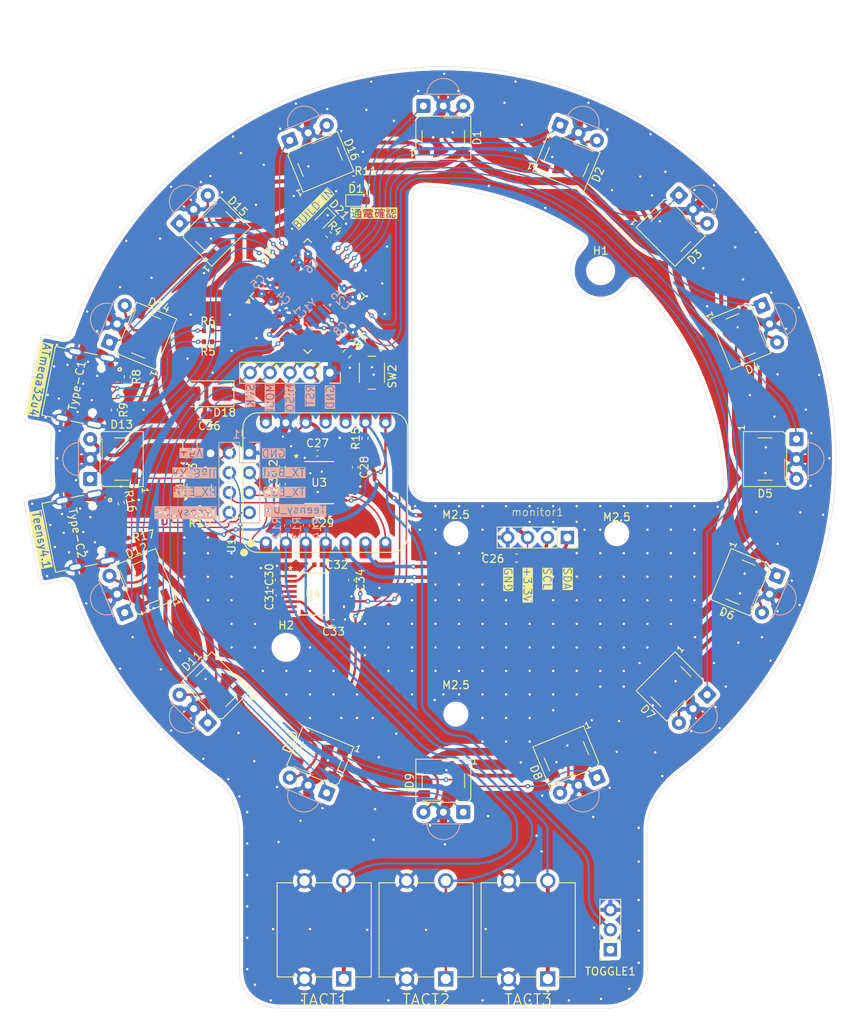
<source format=kicad_pcb>
(kicad_pcb (version 20241229) (generator "pcbnew") (generator_version "9.0")
  (layers (0 "F.Cu" signal) (2 "B.Cu" signal) (13 "F.Paste" user) (15 "B.Paste" user) (5 "F.SilkS" user "F.Silkscreen") (7 "B.SilkS" user "B.Silkscreen") (1 "F.Mask" user) (3 "B.Mask" user) (25 "Edge.Cuts" user))
  (net 0 "")
  (net 1 "Ball1")
  (net 2 "GND")
  (net 3 "+5V")
  (net 4 "Ball2")
  (net 5 "Ball3")
  (net 6 "Ball4")
  (net 7 "Ball5")
  (net 8 "Ball6")
  (net 9 "Ball7")
  (net 10 "Ball8")
  (net 11 "Ball9")
  (net 12 "Ball13")
  (net 13 "Ball10")
  (net 14 "Ball14")
  (net 15 "Ball11")
  (net 16 "Ball15")
  (net 17 "Ball12")
  (net 18 "Ball16")
  (net 19 "RX_Ball RS232C")
  (net 20 "RX_ESP RS232C")
  (net 21 "Net-(Type-C1-CC2)")
  (net 22 "+3.3V")
  (net 24 "TX_Ball RC232C")
  (net 25 "TX_ESP RC232C")
  (net 26 "SPI_RESET")
  (net 27 "Net-(U2-UCAP)")
  (net 29 "Net-(Type-C1-CC1)")
  (net 31 "XTAL1")
  (net 32 "NeoPixel ESP A0")
  (net 33 "XTAL2")
  (net 35 "Net-(D2-DOUT)")
  (net 36 "NeoPixel A0")
  (net 37 "Net-(D3-DOUT)")
  (net 38 "Net-(D4-DOUT)")
  (net 39 "Net-(D5-DOUT)")
  (net 40 "Net-(D6-DOUT)")
  (net 41 "Net-(D7-DOUT)")
  (net 42 "Net-(D1-DOUT)")
  (net 43 "NeoPixel connect")
  (net 44 "Net-(D10-DOUT)")
  (net 45 "Net-(D11-DOUT)")
  (net 46 "Net-(D13-DOUT)")
  (net 47 "Net-(D14-DOUT)")
  (net 48 "Net-(D15-DOUT)")
  (net 49 "Net-(D10-DIN)")
  (net 50 "A2")
  (net 51 "A3")
  (net 52 "Net-(D17-A)")
  (net 53 "TX_ESP")
  (net 54 "A1")
  (net 55 "RX_Ball")
  (net 56 "TX_Ball")
  (net 57 "D8")
  (net 58 "RX_ESP")
  (net 59 "D+_Ballusb2")
  (net 60 "D-_Ballusb2")
  (net 62 "Net-(Type-C2-CC2)")
  (net 66 "Net-(Type-C2-CC1)")
  (net 67 "D+_Ballusb1")
  (net 68 "D-_Ballusb1")
  (net 73 "Net-(D18-K)")
  (net 81 "Net-(U2-PC7)")
  (net 82 "C2+")
  (net 84 "C2-")
  (net 87 "C1-")
  (net 88 "V+")
  (net 90 "C1+")
  (net 91 "V-")
  (net 96 "Net-(D21-A)")
  (net 97 "SCL(monitor)")
  (net 98 "SDA(monitor)")
  (net 99 "D-_Teensy usb")
  (net 100 "D+_Teensy usb")
  (net 101 "Net-(D1-DIN)")
  (net 103 "2C1-")
  (net 104 "2C1+")
  (net 105 "2C2-")
  (net 106 "2C2+")
  (net 107 "2V+")
  (net 108 "2V-")
  (footprint "Capacitor_SMD:C_0402_1005Metric" (layer "F.Cu") (at 129.51 103.19 90)
    (property "Reference" "C3")
    (property "Value" "0.1uF")
  )
  (footprint "Resistor_SMD:R_0402_1005Metric" (layer "F.Cu") (at 109.72 89.527 -90)
    (property "Reference" "R8")
    (property "Value" "5.1kΩ")
  )
  (footprint "RS232C ADM3202ARUZ:RU_16_ADI" (layer "F.Cu") (at 133.3994 117.195002)
    (property "Reference" "U4")
    (property "Value" "ADM3202ARUZ-REEL7")
  )
  (footprint "LED_SMD:LED_WS2812B_PLCC4_5.0x5.0mm_P3.2mm" (layer "F.Cu") (at 121.008622 128.991378 -45)
    (property "Reference" "D11")
    (property "Value" "WS2812B")
  )
  (footprint "LED_SMD:LED_WS2812B_PLCC4_5.0x5.0mm_P3.2mm" (layer "F.Cu") (at 134.309979 137.879061 -22.5)
    (property "Reference" "D10")
    (property "Value" "WS2812B")
  )
  (footprint "LED_SMD:LED_WS2812B_PLCC4_5.0x5.0mm_P3.2mm" (layer "F.Cu") (at 165.690021 137.879061 22.5)
    (property "Reference" "D8")
    (property "Value" "WS2812B")
  )
  (footprint "MountingHole:MountingHole_2.7mm_M2.5" (layer "F.Cu") (at 151.6 132.5)
    (property "Reference" "M2.5")
    (property "Value" "MountingHole_2.7mm_M2.5")
  )
  (footprint "Type-C:NELTRON_5077CR-16SMC2-BK-TR" (layer "F.Cu") (at 105.857018 91.259454 -101.25)
    (property "Reference" "Type-C1")
    (property "Value" "5077CR-16SMC2-BK-TR")
  )
  (footprint "Capacitor_SMD:C_0402_1005Metric" (layer "F.Cu") (at 129.51 100.99 90)
    (property "Reference" "C2")
    (property "Value" "0.1uF")
  )
  (footprint "Capacitor_SMD:C_0402_1005Metric" (layer "F.Cu") (at 136 120.82 180)
    (property "Reference" "C33")
    (property "Value" "0.1uF")
  )
  (footprint "Package_QFP:TQFP-44_10x10mm_P0.8mm" (layer "F.Cu") (at 132.70675 79.232233 45)
    (property "Reference" "U2")
    (property "Value" "ATmega32U4-A")
  )
  (footprint "Resistor_SMD:R_0402_1005Metric" (layer "F.Cu") (at 108.08 93.749 -90)
    (property "Reference" "R9")
    (property "Value" "5.1kΩ")
  )
  (footprint "MAIN:Big tact switch MAIN" (layer "F.Cu") (at 160.81 160 90)
    (property "Reference" "TACT3")
    (property "Value" "SW_MEC_5G")
  )
  (footprint "LED_SMD:LED_WS2812B_PLCC4_5.0x5.0mm_P3.2mm" (layer "F.Cu") (at 165.690021 62.120939 157.5)
    (property "Reference" "D2")
    (property "Value" "WS2812B")
  )
  (footprint "LED_SMD:LED_WS2812B_PLCC4_5.0x5.0mm_P3.2mm" (layer "F.Cu") (at 178.991378 128.991378 45)
    (property "Reference" "D7")
    (property "Value" "WS2812B")
  )
  (footprint "Resistor_SMD:R_0402_1005Metric" (layer "F.Cu") (at 120.001 83.633 180)
    (property "Reference" "R6")
    (property "Value" "22Ω")
  )
  (footprint "Capacitor_SMD:C_1206_3216Metric" (layer "F.Cu") (at 117.7 98.2 -90)
    (property "Reference" "C35" (hide yes))
    (property "Value" "100uF")
  )
  (footprint "Capacitor_SMD:C_0402_1005Metric" (layer "F.Cu") (at 133.96 99.25 180)
    (property "Reference" "C27")
    (property "Value" "0.1uF")
  )
  (footprint "LED_SMD:LED_WS2812B_PLCC4_5.0x5.0mm_P3.2mm" (layer "F.Cu") (at 187.879061 84.309979 112.5)
    (property "Reference" "D4")
    (property "Value" "WS2812B")
  )
  (footprint "LED_SMD:LED_WS2812B_PLCC4_5.0x5.0mm_P3.2mm" (layer "F.Cu") (at 191 100 90)
    (property "Reference" "D5")
    (property "Value" "WS2812B")
  )
  (footprint "LED_SMD:LED_WS2812B_PLCC4_5.0x5.0mm_P3.2mm" (layer "F.Cu") (at 109 100 -90)
    (property "Reference" "D13")
    (property "Value" "WS2812B")
  )
  (footprint "LED_SMD:LED_WS2812B_PLCC4_5.0x5.0mm_P3.2mm" (layer "F.Cu") (at 150 141)
    (property "Reference" "D9")
    (property "Value" "WS2812B")
  )
  (footprint "MountingHole:MountingHole_3.2mm_M3" (layer "F.Cu") (at 170.049 76)
    (property "Reference" "H1")
    (property "Value" "MountingHole")
  )
  (footprint "LED_SMD:LED_WS2812B_PLCC4_5.0x5.0mm_P3.2mm" (layer "F.Cu") (at 150 59.05 180)
    (property "Reference" "D1")
    (property "Value" "WS2812B")
  )
  (footprint "Type-C:NELTRON_5077CR-16SMC2-BK-TR" (layer "F.Cu") (at 105.87234 108.817576 -78.75)
    (property "Reference" "Type-C2")
    (property "Value" "5077CR-16SMC2-BK-TR")
  )
  (footprint "MountingHole:MountingHole_3.2mm_M3" (layer "F.Cu") (at 129.951 124)
    (property "Reference" "H2")
    (property "Value" "MountingHole")
  )
  (footprint "LED_SMD:LED_WS2812B_PLCC4_5.0x5.0mm_P3.2mm" (layer "F.Cu") (at 112.120939 84.309979 -112.5)
    (property "Reference" "D14")
    (property "Value" "WS2812B")
  )
  (footprint "Diode_SMD:D_SMA" (layer "F.Cu") (at 119.8 91.67 180)
    (property "Reference" "D18")
    (property "Value" "D_Schottky")
  )
  (footprint "LED_SMD:LED_WS2812B_PLCC4_5.0x5.0mm_P3.2mm" (layer "F.Cu") (at 178.991378 71.008622 135)
    (property "Reference" "D3")
    (property "Value" "WS2812B")
  )
  (footprint "Capacitor_SMD:C_0603_1608Metric" (layer "F.Cu") (at 118.84 94.41)
    (property "Reference" "C36")
    (property "Value" "47uF")
  )
  (footprint "MAIN:Big tact switch MAIN" (layer "F.Cu") (at 147.81 160 90)
    (property "Reference" "TACT2")
    (property "Value" "SW_MEC_5G")
  )
  (footprint "Capacitor_SMD:C_0402_1005Metric" (layer "F.Cu") (at 129.06 117.37 90)
    (property "Reference" "C31")
    (property "Value" "0.1uF")
  )
  (footprint "LED_SMD:LED_0603_1608Metric_Pad1.05x0.95mm_HandSolder" (layer "F.Cu") (at 139.23 67.06)
    (property "Reference" "D17")
    (property "Value" "LED")
  )
  (footprint "SSD1306:SSD1306 (akizuki)" (layer "F.Cu") (at 162 110)
    (property "Reference" "monitor1")
    (property "Value" "Conn_01x04_Pin")
  )
  (footprint "Resistor_SMD:R_0603_1608Metric" (layer "F.Cu") (at 137.716637 86.583363 -135)
    (property "Reference" "R7")
    (property "Value" "10kΩ")
  )
  (footprint "LED_SMD:LED_WS2812B_PLCC4_5.0x5.0mm_P3.2mm" (layer "F.Cu") (at 187.879061 115.690021 67.5)
    (property "Reference" "D6")
    (property "Value" "WS2812B")
  )
  (footprint "Capacitor_SMD:C_0603_1608Metric_Pad1.08x0.95mm_HandSolder" (layer "F.Cu") (at 159.321 112.622 180)
    (property "Reference" "C26")
    (property "Value" "0.1μF")
  )
  (footprint "Resistor_SMD:R_0402_1005Metric" (layer "F.Cu") (at 140.011 97.36 90)
    (property "Reference" "R15")
    (property "Value" "1kΩ")
  )
  (footprint "Resistor_SMD:R_0402_1005Metric" (layer "F.Cu") (at 119.71 101.38 180)
    (property "Reference" "R3")
    (property "Value" "10k")
  )
  (footprint "Connector_PinSocket_2.54mm:PinSocket_1x05_P2.54mm_Vertical" (layer "F.Cu") (at 135.54 89 -90)
    (property "Reference" "J2")
    (property "Value" "Conn_01x05_Pin")
  )
  (footprint "LED_SMD:LED_WS2812B_PLCC4_5.0x5.0mm_P3.2mm" (layer "F.Cu") (at 134.309979 62.120939 -157.5)
    (property "Reference" "D16")
    (property "Value" "WS2812B")
  )
  (footprint "MAIN:Big tact switch MAIN" (layer "F.Cu") (at 134.81 160 90)
    (property "Reference" "TACT1")
    (property "Value" "SW_MEC_5G")
  )
  (footprint "Capacitor_SMD:C_0402_1005Metric" (layer "F.Cu") (at 138.77 101.04 -90)
    (property "Reference" "C28")
    (property "Value" "0.1uF")
  )
  (footprint "Button:Reset switch" (layer "F.Cu") (at 140.9 89 -90)
    (property "Reference" "SW2")
    (property "Value" "SW_MEC_5G")
  )
  (footprint "Capacitor_SMD:C_0402_1005Metric" (layer "F.Cu") (at 138.29 115.41 -90)
    (property "Reference" "C34")
    (property "Value" "0.1uF")
  )
  (footprint "Resistor_SMD:R_0402_1005Metric" (layer "F.Cu") (at 135.4 71.4 135)
    (property "Reference" "R4")
    (property "Value" "1k")
  )
  (footprint "Resistor_SMD:R_0402_1005Metric" (layer "F.Cu") (at 138.58 64.31)
    (property "Reference" "R11")
    (property "Value" "150Ω")
  )
  (footprint "ESP32:XIAO-ESP32S3-DIP" (layer "F.Cu") (at 135 103 90)
    (property "Reference" "U1")
    (property "Value" "XIAO ESP32 S3")
  )
  (footprint "LED_SMD:LED_0603_1608Metric" (layer "F.Cu") (at 134.7 69.5 -135)
    (property "Reference" "D21")
    (property "Value" "LED")
  )
  (footprint "MountingHole:MountingHole_2.7mm_M2.5" (layer "F.Cu") (at 172.1 109.5)
    (property "Reference" "M2.5")
    (property "Value" "MountingHole_2.7mm_M2.5")
  )
  (footprint "Resistor_SMD:R_0402_1005Metric" (layer "F.Cu") (at 108.95 105.6 -78.75)
    (property "Reference" "R16")
    (property "Value" "5.1kΩ")
  )
  (footprint "MountingHole:MountingHole_2.7mm_M2.5" (layer "F.Cu") (at 151.6 109.5)
    (property "Reference" "M2.5")
    (property "Value" "MountingHole_2.7mm_M2.5")
  )
  (footprint "RS232C ADM3202ARUZ:RU_16_ADI" (layer "F.Cu") (at 134.1815 103)
    (property "Reference" "U3")
    (property "Value" "ADM3202ARUZ-REEL7")
  )
  (footprint "Capacitor_SMD:C_0402_1005Metric" (layer "F.Cu") (at 134.04 113.47 180)
    (property "Reference" "C32")
    (property "Value" "0.1uF")
  )
  (footprint "LED_SMD:LED_WS2812B_PLCC4_5.0x5.0mm_P3.2mm" (layer "F.Cu") (at 121.008622 71.008622 -135)
    (property "Reference" "D15")
    (property "Value" "WS2812B")
  )
  (footprint "Resistor_SMD:R_0402_1005Metric" (layer "F.Cu") (at 118.97 106.32)
    (property "Reference" "R10")
    (property "Value" "10k")
  )
  (footprint "Capacitor_SMD:C_0402_1005Metric" (layer "F.Cu") (at 128.97 115.4 90)
    (property "Reference" "C30")
    (property "Value" "0.1uF")
  )
  (footprint "Resistor_SMD:R_0402_1005Metric" (layer "F.Cu") (at 109.95 110.55 -78.75)
    (property "Reference" "R17")
    (property "Value" "5.1kΩ")
  )
  (footprint "Package_TO_SOT_SMD:SOT-23" (layer "F.Cu") (at 118.89 103.8625 90)
    (property "Reference" "Q1")
    (property "Value" "BSS138")
  )
  (footprint "Connector_PinSocket_2.54mm:PinSocket_1x03_P2.54mm_Vertical" (layer "F.Cu") (at 171.285 162.525 180)
    (property "Reference" "TOGGLE1")
    (property "Value" "Conn_01x03_Pin")
  )
  (footprint "Capacitor_SMD:C_0402_1005Metric" (layer "F.Cu") (at 134.62 106.78 180)
    (property "Reference" "C29")
    (property "Value" "0.1uF")
  )
  (footprint "Resistor_SMD:R_0402_1005Metric" (layer "F.Cu") (at 120.004 85.057 180)
    (property "Reference" "R5")
    (property "Value" "22Ω")
  )
  (footprint "LED_SMD:LED_WS2812B_PLCC4_5.0x5.0mm_P3.2mm" (layer "F.Cu") (at 112.120939 115.690021 -67.5)
    (property "Reference" "D12")
    (property "Value" "WS2812B")
  )
  (footprint "16MHz crystal:OSC_CSTCE16M0V53-R0" (layer "B.Cu") (at 134 81.9 -135)
    (property "Reference" "Y1")
    (property "Value" "CSTCE16M0V53-R0")
  )
  (footprint "BALLSensor:TSSP4038" (layer "B.Cu") (at 169.567408 140.602563 -157.5)
    (property "Reference" "A14" (hide yes))
    (property "Value" "TSSP4038" (hide yes))
  )
  (footprint "Resistor_SMD:R_0402_1005Metric" (layer "B.Cu") (at 132.543 108.454 -90)
    (property "Reference" "R13")
    (property "Value" "1kΩ")
  )
  (footprint "BALLSensor:TSSP4038" (layer "B.Cu") (at 190.602563 80.432592 -67.5)
    (property "Reference" "A2" (hide yes))
    (property "Value" "TSSP4038" (hide yes))
  )
  (footprint "Resistor_SMD:R_0402_1005Metric" (layer "B.Cu") (at 130.164 108.473 -90)
    (property "Reference" "R12")
    (property "Value" "1kΩ")
  )
  (footprint "BALLSensor:TSSP4038" (layer "B.Cu") (at 183.615856 130.023754 -135)
    (property "Reference" "A15" (hide yes))
    (property "Value" "TSSP4038" (hide yes))
  )
  (footprint "Connector_PinHeader_2.54mm:PinHeader_2x04_P2.54mm_Vertical" (layer "B.Cu") (at 125.275 99.2 180)
    (property "Reference" "J1")
    (property "Value" "Conn_02x04_Odd_Even")
  )
  (footprint "BALLSensor:TSSP4038" (layer "B.Cu") (at 109.397437 119.567408 112.5)
    (property "Reference" "A10" (hide yes))
    (property "Value" "TSSP4038" (hide yes))
  )
  (footprint "Capacitor_SMD:C_0603_1608Metric" (layer "B.Cu") (at 137.9 84.4 -135)
    (property "Reference" "C8")
    (property "Value" "4.7uF")
  )
  (footprint "Capacitor_SMD:C_0603_1608Metric" (layer "B.Cu") (at 137.9 78.8 -45)
    (property "Reference" "C25")
    (property "Value" "0.1uF")
  )
  (footprint "BALLSensor:TSSP4038" (layer "B.Cu") (at 116.384144 69.976246 45)
    (property "Reference" "A7" (hide yes))
    (property "Value" "TSSP4038" (hide yes))
  )
  (footprint "BALLSensor:TSSP4038" (layer "B.Cu") (at 119.976246 133.615856 135)
    (property "Reference" "A11" (hide yes))
    (property "Value" "TSSP4038" (hide yes))
  )
  (footprint "BALLSensor:TSSP4038" (layer "B.Cu") (at 135.1259 142.546595 157.5)
    (property "Reference" "A12" (hide yes))
    (property "Value" "TSSP4038" (hide yes))
  )
  (footprint "Capacitor_SMD:C_0603_1608Metric" (layer "B.Cu") (at 132.2 74.4 45)
    (property "Reference" "C6")
    (property "Value" "0.1uF")
  )
  (footprint "BALLSensor:TSSP4038" (layer "B.Cu") (at 130.432592 59.397437 22.5)
    (property "Reference" "A6" (hide yes))
    (property "Value" "TSSP4038" (hide yes))
  )
  (footprint "BALLSensor:TSSP4038" (layer "B.Cu") (at 180.023754 66.384144 -45)
    (property "Reference" "A3" (hide yes))
    (property "Value" "TSSP4038" (hide yes))
  )
  (footprint "BALLSensor:TSSP4038" (layer "B.Cu") (at 195 97.46 -90)
    (property "Reference" "A1" (hide yes))
    (property "Value" "TSSP4038" (hide yes))
  )
  (footprint "BALLSensor:TSSP4038" (layer "B.Cu") (at 105 102.54 90)
    (property "Reference" "A9" (hide yes))
    (property "Value" "TSSP4038" (hide yes))
  )
  (footprint "BALLSensor:TSSP4038" (layer "B.Cu") (at 192.546595 114.8741 -112.5)
    (property "Reference" "A16" (hide yes))
    (property "Value" "TSSP4038" (hide yes))
  )
  (footprint "Capacitor_SMD:C_0603_1608Metric" (layer "B.Cu") (at 130.9 82.6 135)
    (property "Reference" "C1")
    (property "Value" "1uF")
  )
  (footprint "BALLSensor:TSSP4038" (layer "B.Cu") (at 164.8741 57.453405 -22.5)
    (property "Reference" "A4" (hide yes))
    (property "Value" "TSSP4038" (hide yes))
  )
  (footprint "BALLSensor:TSSP4038" (layer "B.Cu") (at 107.453405 85.1259 67.5)
    (property "Reference" "A8" (hide yes))
    (property "Value" "TSSP4038" (hide yes))
  )
  (footprint "BALLSensor:TSSP4038" (layer "B.Cu") (at 147.46 55)
    (property "Reference" "A5" (hide yes))
    (property "Value" "TSSP4038" (hide yes))
  )
  (footprint "Capacitor_SMD:C_0603_1608Metric" (layer "B.Cu") (at 128.6 80.5 135)
    (property "Reference" "C4")
    (property "Value" "0.1uF")
  )
  (footprint "Capacitor_SMD:C_0603_1608Metric" (layer "B.Cu") (at 127.4 78.4 -135)
    (property "Reference" "C5")
    (property "Value" "0.1uF")
  )
  (footprint "BALLSensor:TSSP4038" (layer "B.Cu") (at 152.54 145 180)
    (property "Reference" "A13" (hide yes))
    (property "Value" "TSSP4038" (hide yes))
  )
  (footprint "Resistor_SMD:R_0402_1005Metric" (layer "B.Cu") (at 135.103 108.492 -90)
    (property "Reference" "R14")
    (property "Value" "1kΩ")
  )
  (gr_circle (center 150 100) (end 150 52) (stroke (width 1)) (fill no) (layer "F.Cu") (net 2))
  (gr_curve (pts (xy 174.667999 77.435) (xy 174.198108 76.954932) (xy 173.61099 77.634803) (xy 173.583155 77.678926)) (stroke (width 0.05)) (layer "Edge.Cuts"))
  (gr_arc (start 97.190499 95.359341) (mid 96.683283 95.01636) (end 96.567152 94.41518) (stroke (width 0.05)) (layer "Edge.Cuts"))
  (gr_arc (start 147.53 65.254807) (mid 158.084104 67.098253) (end 167.763253 71.69189) (stroke (width 0.05)) (layer "Edge.Cuts"))
  (gr_line (start 146.02587 66.73) (end 146.025869 103) (stroke (width 0.05)) (layer "Edge.Cuts"))
  (gr_line (start 97.208665 104.742278) (end 99.16966 104.348576) (stroke (width 0.05)) (layer "Edge.Cuts"))
  (gr_curve (pts (xy 167.710976 72.850882) (xy 168.353701 72.084913) (xy 167.763243 71.691883) (xy 167.763253 71.691883)) (stroke (width 0.05)) (layer "Edge.Cuts"))
  (gr_line (start 167.112608 73.58803) (end 167.710976 72.850882) (stroke (width 0.05)) (layer "Edge.Cuts"))
  (gr_line (start 98.477756 115.292874) (end 96.574796 105.679407) (stroke (width 0.05)) (layer "Edge.Cuts"))
  (gr_curve (pts (xy 101.372709 84.56091) (xy 102.358952 84.756193) (xy 102.64 83.9) (xy 102.64 83.9)) (stroke (width 0.05)) (layer "Edge.Cuts"))
  (gr_curve (pts (xy 99.16966 104.348576) (xy 100.150615 104.154342) (xy 100.085087 103.274299) (xy 100.085087 103.274299)) (stroke (width 0.05)) (layer "Edge.Cuts"))
  (gr_arc (start 120.798837 140.609664) (mid 109.822479 129.792945) (end 102.659868 116.148208) (stroke (width 0.05)) (layer "Edge.Cuts"))
  (gr_arc (start 102.639412 83.9) (mid 179.180989 59.371129) (end 180.383001 139.737999) (stroke (width 0.05)) (layer "Edge.Cuts"))
  (gr_line (start 129 170) (end 171 170) (stroke (width 0.05)) (layer "Edge.Cuts"))
  (gr_line (start 101.372709 84.56091) (end 99.4108 84.172438) (stroke (width 0.05)) (layer "Edge.Cuts"))
  (gr_curve (pts (xy 176 147.114) (xy 176.003772 142.736199) (xy 180.383 139.738) (xy 180.383 139.738)) (stroke (width 0.05)) (layer "Edge.Cuts"))
  (gr_arc (start 98.470649 84.801815) (mid 98.810376 84.292415) (end 99.4108 84.172438) (stroke (width 0.05)) (layer "Edge.Cuts"))
  (gr_line (start 98.470649 84.801819) (end 96.567152 94.41518) (stroke (width 0.05)) (layer "Edge.Cuts"))
  (gr_arc (start 100.075826 103.274907) (mid 99.968541 100.035536) (end 100.071224 96.796016) (stroke (width 0.05)) (layer "Edge.Cuts"))
  (gr_line (start 172.985535 78.411798) (end 173.583155 77.678926) (stroke (width 0.05)) (layer "Edge.Cuts"))
  (gr_arc (start 172.985535 78.411798) (mid 167.637116 78.936465) (end 167.112608 73.58803) (stroke (width 0.05)) (layer "Edge.Cuts"))
  (gr_curve (pts (xy 124 165) (xy 124 170) (xy 129 170) (xy 129 170)) (stroke (width 0.05)) (layer "Edge.Cuts"))
  (gr_curve (pts (xy 120.795 140.615) (xy 124 142.73) (xy 124.001 147.213) (xy 124 147.215)) (stroke (width 0.05)) (layer "Edge.Cuts"))
  (gr_arc (start 174.667999 77.435002) (mid 182.598977 89.42409) (end 185.747387 103.45) (stroke (width 0.05)) (layer "Edge.Cuts"))
  (gr_line (start 97.190502 95.359341) (end 99.15241 95.747773) (stroke (width 0.05)) (layer "Edge.Cuts"))
  (gr_curve (pts (xy 99.15241 95.747773) (xy 100.133577 95.942049) (xy 100.071224 96.796016) (xy 100.071224 96.796016)) (stroke (width 0.05)) (layer "Edge.Cuts"))
  (gr_arc (start 96.574796 105.679407) (mid 96.697645 105.079564) (end 97.208665 104.742278) (stroke (width 0.05)) (layer "Edge.Cuts"))
  (gr_arc (start 99.414885 115.926743) (mid 98.815042 115.803894) (end 98.477756 115.292874) (stroke (width 0.05)) (layer "Edge.Cuts"))
  (gr_curve (pts (xy 146.02587 66.73) (xy 146.0259 65.226357) (xy 147.53 65.26) (xy 147.53 65.26)) (stroke (width 0.05)) (layer "Edge.Cuts"))
  (gr_curve (pts (xy 176 165) (xy 176 170) (xy 171 170) (xy 171 170)) (stroke (width 0.05)) (layer "Edge.Cuts"))
  (gr_line (start 176 165) (end 176 147.114) (stroke (width 0.05)) (layer "Edge.Cuts"))
  (gr_line (start 124 147.215) (end 124 165) (stroke (width 0.05)) (layer "Edge.Cuts"))
  (gr_line (start 101.41 115.53) (end 99.414885 115.926742) (stroke (width 0.05)) (layer "Edge.Cuts"))
  (gr_curve (pts (xy 184.3 105) (xy 185.777609 105) (xy 185.74 103.45) (xy 185.74 103.45)) (stroke (width 0.05)) (layer "Edge.Cuts"))
  (gr_curve (pts (xy 101.41 115.53) (xy 102.393811 115.346119) (xy 102.659868 116.148205) (xy 102.659868 116.148205)) (stroke (width 0.05)) (layer "Edge.Cuts"))
  (gr_line (start 184.3 105) (end 148.0259 105) (stroke (width 0.05)) (layer "Edge.Cuts"))
  (gr_arc (start 148.025869 105) (mid 146.611655 104.414214) (end 146.025869 103) (stroke (width 0.05)) (layer "Edge.Cuts"))
  (gr_text "ATmega32u4" (at 99 85.08 258.75) (layer "F.SilkS" knockout) (effects (font (size 1 1)) (justify left bottom)))
  (gr_text "SDA" (at 165.219 113.765 270) (layer "F.SilkS" knockout) (effects (font (size 1 1) (thickness 0.1)) (justify left bottom)))
  (gr_text "GND" (at 157.647 113.753 270) (layer "F.SilkS" knockout) (effects (font (size 1 1) (thickness 0.1)) (justify left bottom)))
  (gr_text "+3.3V" (at 160.129 113.7 270) (layer "F.SilkS" knockout) (effects (font (size 1 1) (thickness 0.1)) (justify left bottom)))
  (gr_text "Teensy4.1" (at 97.47 106.71 281.2) (layer "F.SilkS" knockout) (effects (font (size 1 1)) (justify left bottom)))
  (gr_text "SCL" (at 162.633 113.765 270) (layer "F.SilkS" knockout) (effects (font (size 1 1) (thickness 0.1)) (justify left bottom)))
  (gr_text "BUILD IN" (at 131.458 70.921 45) (layer "F.SilkS" knockout) (effects (font (size 1 1) (thickness 0.1)) (justify left bottom)))
  (gr_text "通電確認" (at 138.15 69.36 0) (layer "F.SilkS" knockout) (effects (font (size 1 1) (thickness 0.1) (bold yes)) (justify left bottom)))
  (gr_text "+5V" (at 116.23 98.61 180) (layer "B.SilkS" knockout) (effects (font (size 1 1) (thickness 0.1)) (justify left bottom mirror)))
  (gr_text "SCK" (at 126.02 90.35 90) (layer "B.SilkS" knockout) (effects (font (size 1 1) (thickness 0.1)) (justify left bottom mirror)))
  (gr_text "Teensy_D-" (at 121.11 107.29 0) (layer "B.SilkS" knockout) (effects (font (size 1 1) (thickness 0.1)) (justify left bottom mirror)))
  (gr_text "RST" (at 133.64 90.45 90) (layer "B.SilkS" knockout) (effects (font (size 1 1) (thickness 0.1)) (justify left bottom mirror)))
  (gr_text "GND" (at 129.98 99.91 0) (layer "B.SilkS" knockout) (effects (font (size 1 1) (thickness 0.1)) (justify left bottom mirror)))
  (gr_text "RX_ESP" (at 121.19 104.79 0) (layer "B.SilkS" knockout) (effects (font (size 1 1) (thickness 0.1)) (justify left bottom mirror)))
  (gr_text "RX_Ball" (at 115.33 101.18 180) (layer "B.SilkS" knockout) (effects (font (size 1 1) (thickness 0.1)) (justify left bottom mirror)))
  (gr_text "TX_ESP" (at 132.45 104.82 0) (layer "B.SilkS" knockout) (effects (font (size 1 1) (thickness 0.1)) (justify left bottom mirror)))
  (gr_text "MISO" (at 131.07 90.33 90) (layer "B.SilkS" knockout) (effects (font (size 1 1) (thickness 0.1)) (justify left bottom mirror)))
  (gr_text "TX_Ball" (at 132.45 102.32 0) (layer "B.SilkS" knockout) (effects (font (size 1 1) (thickness 0.1)) (justify left bottom mirror)))
  (gr_text "Teensy_D+" (at 135.08 107.02 0) (layer "B.SilkS" knockout) (effects (font (size 1 1) (thickness 0.1)) (justify left bottom mirror)))
  (gr_text "MOSI" (at 128.52 90.31 90) (layer "B.SilkS" knockout) (effects (font (size 1 1) (thickness 0.1)) (justify left bottom mirror)))
  (gr_text "GND" (at 136.18 90.51 90) (layer "B.SilkS" knockout) (effects (font (size 1 1) (thickness 0.1)) (justify left bottom mirror)))
  (segment (start 137.8748 76.318201) (end 138.842 75.351) (width 0.18) (layer "F.Cu") (net 1))
  (segment (start 137.86863 76.333095) (end 137.8748 76.318201) (width 0.18) (layer "F.Cu") (net 1))
  (via (at 138.842 75.351) (size 0.6) (drill 0.3) (layers "F.Cu" "B.Cu") (net 1))
  (segment (start 153.412111 62.872) (end 146.124 62.872) (width 0.18) (layer "B.Cu") (net 1))
  (segment (start 141.258938 72.934062) (end 138.842 75.351) (width 0.18) (layer "B.Cu") (net 1))
  (segment (start 144.920489 63.37051) (end 143.991 64.3) (width 0.18) (layer "B.Cu") (net 1))
  (segment (start 192.668669 91.831669) (end 170.99 70.153) (width 0.18) (layer "B.Cu") (net 1))
  (segment (start 143.265 66.052721) (end 143.265 68.091) (width 0.18) (layer "B.Cu") (net 1))
  (arc (start 195 97.46) (mid 194.394107 94.413969) (end 192.668669 91.831669) (width 0.18) (layer "B.Cu") (net 1))
  (arc (start 146.124 62.872) (mid 145.472665 63.001559) (end 144.920489 63.37051) (width 0.18) (layer "B.Cu") (net 1))
  (arc (start 170.99 70.153) (mid 162.925196 64.76427) (end 153.412111 62.872) (width 0.18) (layer "B.Cu") (net 1))
  (arc (start 143.991 64.3) (mid 143.985119 64.329564) (end 143.968373 64.354628) (width 0.18) (layer "B.Cu") (net 1))
  (arc (start 143.968373 64.354628) (mid 143.447801 65.13372) (end 143.265 66.052721) (width 0.18) (layer "B.Cu") (net 1))
  (arc (start 143.265 68.091) (mid 142.743641 70.712046) (end 141.258938 72.934062) (width 0.18) (layer "B.Cu") (net 1))
  (segment (start 184.497 66.703) (end 184.782 66.988) (width 1) (layer "F.Cu") (net 2))
  (segment (start 116.925 65.252) (end 117.694 64.483) (width 1) (layer "F.Cu") (net 2))
  (segment (start 105.51994 104.483039) (end 105.51994 104.698645) (width 1) (layer "F.Cu") (net 2))
  (segment (start 105.51994 104.698645) (end 105.522374 104.785425) (width 1) (layer "F.Cu") (net 2))
  (segment (start 128.648008 77.851992) (end 127.948008 77.851992) (width 0.3) (layer "F.Cu") (net 2))
  (segment (start 109.003089 88.328712) (end 107.525843 88.328712) (width 0.18) (layer "F.Cu") (net 2))
  (segment (start 125.275 99.2) (end 125.275 98.775) (width 1) (layer "F.Cu") (net 2))
  (segment (start 108.682605 83.056544) (end 108.796003 83.19871) (width 1) (layer "F.Cu") (net 2))
  (segment (start 192.652219 97.714333) (end 192.664684 97.892071) (width 1) (layer "F.Cu") (net 2))
  (segment (start 181.890516 128.425693) (end 181.799843 128.519379) (width 1) (layer "F.Cu") (net 2))
  (segment (start 150 53.147) (end 150.244 53.147) (width 1) (layer "F.Cu") (net 2))
  (segment (start 137.330981 68.084018) (end 138.355 67.06) (width 0.3) (layer "F.Cu") (net 2))
  (segment (start 131.449082 75.050918) (end 128.648008 77.851992) (width 0.3) (layer "F.Cu") (net 2))
  (segment (start 193.581212 117.658788) (end 193.852212 117.658788) (width 1) (layer "F.Cu") (net 2))
  (segment (start 132.350303 56.432697) (end 129.980303 56.432697) (width 1) (layer "F.Cu") (net 2))
  (segment (start 178.425693 68.109484) (end 178.502948 68.183036) (width 1) (layer "F.Cu") (net 2))
  (segment (start 183.144 66.856) (end 183.297 66.703) (width 1) (layer "F.Cu") (net 2))
  (segment (start 107.232692 87.594866) (end 107.311429 87.784963) (width 1) (layer "F.Cu") (net 2))
  (segment (start 178.854021 68.387555) (end 181.319194 68.387555) (width 1) (layer "F.Cu") (net 2))
  (segment (start 126.4135 77.464466) (end 126.923599 77.974565) (width 0.3) (layer "F.Cu") (net 2))
  (segment (start 150.244 53.147) (end 151.275 52.116) (width 1) (layer "F.Cu") (net 2))
  (segment (start 135.54 89) (end 135.54 88.062) (width 0.3) (layer "F.Cu") (net 2))
  (segment (start 106 119.176) (end 106.009 119.185) (width 1) (layer "F.Cu") (net 2))
  (segment (start 116.5 133.5) (end 116.5 134.374) (width 1) (layer "F.Cu") (net 2))
  (segment (start 136.2188 115.570004) (end 137.517461 115.570004) (width 0.3) (layer "F.Cu") (net 2))
  (segment (start 103.95 113.55) (end 104.75 113.55) (width 1) (layer "F.Cu") (net 2))
  (segment (start 103 104.85) (end 105.152979 104.85) (width 1) (layer "F.Cu") (net 2))
  (segment (start 138.29 115.89) (end 138.29 117.49) (width 0.3) (layer "F.Cu") (net 2))
  (segment (start 132.55 144.26) (end 131.488 144.26) (width 1) (layer "F.Cu") (net 2))
  (segment (start 107.358839 112.922296) (end 107.444316 112.860185) (width 1) (layer "F.Cu") (net 2))
  (segment (start 150.317104 144.031679) (end 151.167592 143.181191) (width 1) (layer "F.Cu") (net 2))
  (segment (start 150.01611 144.737909) (end 150.038202 144.617922) (width 1) (layer "F.Cu") (net 2))
  (segment (start 107.53906 112.67421) (end 107.541166 112.62138) (width 1) (layer "F.Cu") (net 2))
  (segment (start 116.5 133.5) (end 115.68 133.5) (width 1) (layer "F.Cu") (net 2))
  (segment (start 193.581212 117.658788) (end 193.581212 119.567788) (width 1) (layer "F.Cu") (net 2))
  (segment (start 178.502948 68.183036) (end 178.576248 68.241098) (width 1) (layer "F.Cu") (net 2))
  (segment (start 136.876 88.951) (end 136.496 88.951) (width 0.3) (layer "F.Cu") (net 2))
  (segment (start 107.258353 112.954954) (end 107.358839 112.922296) (width 1) (layer "F.Cu") (net 2))
  (segment (start 191.443919 82.648587) (end 191.574579 82.779246) (width 1) (layer "F.Cu") (net 2))
  (segment (start 109.00902 83.510713) (end 109.108348 83.683142) (width 1) (layer "F.Cu") (net 2))
  (segment (start 167.220754 141.574579) (end 167.689532 142.043357) (width 1) (layer "F.Cu") (net 2))
  (segment (start 150.038202 144.617922) (end 150.075277 144.480252) (width 1) (layer "F.Cu") (net 2))
  (segment (start 106.004821 94.904003) (end 106.277265 94.904003) (width 1) (layer "F.Cu") (net 2))
  (segment (start 192.75812 98.388224) (end 192.812445 98.562407) (width 1) (layer "F.Cu") (net 2))
  (segment (start 103.105841 113.772501) (end 103.727499 113.772501) (width 1) (layer "F.Cu") (net 2))
  (segment (start 149.2 56.6) (end 149.001041 56.798959) (width 1) (layer "F.Cu") (net 2))
  (segment (start 150.309842 144.034687) (end 150.317104 144.031679) (width 1) (layer "F.Cu") (net 2))
  (segment (start 183.1425 133.1425) (end 183.5 133.5) (width 1) (layer "F.Cu") (net 2))
  (segment (start 137.0009 101.375002) (end 138.625002 101.375002) (width 0.3) (layer "F.Cu") (net 2))
  (segment (start 150 55) (end 150 53.147) (width 1) (layer "F.Cu") (net 2))
  (segment (start 167.648124 56.435124) (end 167.648124 56.353124) (width 1) (layer "F.Cu") (net 2))
  (segment (start 119.615 94.41) (end 120.712881 94.41) (width 1) (layer "F.Cu") (net 2))
  (segment (start 103.262 100) (end 102.456344 99.194344) (width 1) (layer "F.Cu") (net 2))
  (segment (start 139.565686 78.030151) (end 139.562742 78.037257) (width 0.3) (layer "F.Cu") (net 2))
  (segment (start 107.233741 81.375741) (end 106.328 80.47) (width 1) (layer "F.Cu") (net 2))
  (segment (start 150 146.93) (end 150.896 147.826) (width 1) (layer "F.Cu") (net 2))
  (segment (start 101.42026 105.298516) (end 102.551484 105.298516) (width 1) (layer "F.Cu") (net 2))
  (segment (start 115.225 66.925) (end 115.044 67.106) (width 1) (layer "F.Cu") (net 2))
  (segment (start 136.854 89.896) (end 136.854 89.408) (width 0.3) (layer "F.Cu") (net 2))
  (segment (start 150.267533 144.090608) (end 150.309842 144.034687) (width 1) (layer "F.Cu") (net 2))
  (segment (start 136.523 87.703) (end 137.269 88.449) (width 0.3) (layer "F.Cu") (net 2))
  (segment (start 129.1 81.707612) (end 128.110556 82.697056) (width 0.3) (layer "F.Cu") (net 2))
  (segment (start 135.768 89.863) (end 136.257 89.863) (width 0.3) (layer "F.Cu") (net 2))
  (segment (start 193.852212 117.658788) (end 194.868 116.643) (width 1) (layer "F.Cu") (net 2))
  (segment (start 193.168 79.159) (end 193.188 79.139) (width 1) (layer "F.Cu") (net 2))
  (segment (start 108.425421 82.779246) (end 108.552932 82.909927) (width 1) (layer "F.Cu") (net 2))
  (segment (start 136.286 88.072) (end 136.479 88.265) (width 0.3) (layer "F.Cu") (net 2))
  (segment (start 158.19 110) (end 158.19 111.973784) (width 0.18) (layer "F.Cu") (net 2))
  (segment (start 129.148008 81.048008) (end 129.1 81.096016) (width 0.3) (layer "F.Cu") (net 2))
  (segment (start 135.768 90.074) (end 135.768 89.863) (width 0.3) (layer "F.Cu") (net 2))
  (segment (start 135.54 89) (end 136.146 89) (width 0.3) (layer "F.Cu") (net 2))
  (segment (start 168 56) (end 168.00001 56.00001) (width 1) (layer "F.Cu") (net 2))
  (segment (start 118.259201 68.301886) (end 118.259201 71.212858) (width 1) (layer "F.Cu") (net 2))
  (segment (start 135.899 87.703) (end 136.523 87.703) (width 0.3) (layer "F.Cu") (net 2))
  (segment (start 107.620962 111.940961) (end 108.3 112.62) (width 0.3) (layer "F.Cu") (net 2))
  (segment (start 184.6175 133.1425) (end 184.626 133.134) (width 1) (layer "F.Cu") (net 2))
  (segment (start 108.406928 112.106929) (end 108.65 112.35) (width 0.3) (layer "F.Cu") (net 2))
  (segment (start 135.819 88.072) (end 136.286 88.072) (width 0.3) (layer "F.Cu") (net 2))
  (segment (start 129.980303 56.432697) (end 129.943 56.47) (width 1) (layer "F.Cu") (net 2))
  (segment (start 164.13562 59.584122) (end 164.057944 59.658963) (width 1) (layer "F.Cu") (net 2))
  (segment (start 109.514554 85.794039) (end 109.658963 85.942056) (width 1) (layer "F.Cu") (net 2))
  (segment (start 193.581212 119.567788) (end 193.575 119.574) (width 1) (layer "F.Cu") (net 2))
  (segment (start 150 145) (end 150.002423 144.876457) (width 1) (layer "F.Cu") (net 2))
  (segment (start 131.449082 73.449082) (end 131.449082 75.050918) (width 0.3) (layer "F.Cu") (net 2))
  (segment (start 105.522374 104.785425) (end 105.550153 104.907106) (width 1) (layer "F.Cu") (net 2))
  (segment (start 108.425421 82.779246) (end 107.956643 82.310468) (width 1) (layer "F.Cu") (net 2))
  (segment (start 196.95 99.439) (end 196.389 100) (width 1) (layer "F.Cu") (net 2))
  (segment (start 150 53.147) (end 150 52) (width 1) (layer "F.Cu") (net 2))
  (segment (start 118.180195 68.180195) (end 116.925 66.925) (width 1) (layer "F.Cu") (net 2))
  (segment (start 167.648124 56.353124) (end 166.195 54.9) (width 1) (layer "F.Cu") (net 2))
  (segment (start 132.64632 144.16368) (end 132.55 144.26) (width 1) (layer "F.Cu") (net 2))
  (segment (start 135.762 90.104) (end 135.75 90.092) (width 0.3) (layer "F.Cu") (net 2))
  (segment (start 106 117.999) (end 105.196 117.195) (width 1) (layer "F.Cu") (net 2))
  (segment (start 191.574579 117.220754) (end 191.760754 117.220754) (width 1) (layer "F.Cu") (net 2))
  (segment (start 103.262 100) (end 102.5 100) (width 1) (layer "F.Cu") (net 2))
  (segment (start 136.468 89.374) (end 136.468 90.05) (width 0.3) (layer "F.Cu") (net 2))
  (segment (start 132.779246 58.425421) (end 132.779246 57.881266) (width 1) (layer "F.Cu") (net 2))
  (segment (start 136.522 90.104) (end 135.762 90.104) (width 0.3) (layer "F.Cu") (net 2))
  (segment (start 132.64632 141.707505) (end 132.64632 144.16368) (width 1) (layer "F.Cu") (net 2))
  (segment (start 107.311429 87.784963) (end 107.425739 87.956046) (width 1) (layer "F.Cu") (net 2))
  (segment (start 196.389 100) (end 196.45 100) (width 1) (layer "F.Cu") (net 2))
  (segment (start 193.168 81.628041) (end 193.811041 81.628041) (width 1) (layer "F.Cu") (net 2))
  (segment (start 137.269 88.449) (end 137.378 88.449) (width 0.3) (layer "F.Cu") (net 2))
  (segment (start 192.718807 98.23101) (end 192.75812 98.388224) (width 1) (layer "F.Cu") (net 2))
  (segment (start 181.819805 131.819805) (end 183.1425 133.1425) (width 1) (layer "F.Cu") (net 2))
  (segment (start 178.667656 68.301047) (end 178.748383 68.343661) (width 1) (layer "F.Cu") (net 2))
  (segment (start 110.049496 111.0502) (end 110.049496 111.285504) (width 0.3) (layer "F.Cu") (net 2))
  (segment (start 105.169789 100.070328) (end 105.190739 100.079006) (width 1) (layer "F.Cu") (net 2))
  (segment (start 150 146.93) (end 149.041 147.889) (width 1) (layer "F.Cu") (net 2))
  (segment (start 108.552932 82.909927) (end 108.682605 83.056544) (width 1) (layer "F.Cu") (net 2))
  (segment (start 107.425739 87.956046) (end 107.496829 88.030448) (width 1) (layer "F.Cu") (net 2))
  (segment (start 107.506416 112.774701) (end 107.53906 112.67421) (width 1) (layer "F.Cu") (net 2))
  (segment (start 117.7 99.675) (end 119.376971 99.675) (width 1.5) (layer "F.Cu") (net 2))
  (segment (start 109.645 111.69) (end 107.599484 111.69) (width 0.3) (layer "F.Cu") (net 2))
  (segment (start 107.205523 112.957023) (end 107.258353 112.954954) (width 1) (layer "F.Cu") (net 2))
  (segment (start 129.55 97.15) (end 129.55 95.75) (width 0.3) (layer "F.Cu") (net 2))
  (segment (start 183.1425 133.1425) (end 184.6175 133.1425) (width 1) (layer "F.Cu") (net 2))
  (segment (start 107.192554 87.393062) (end 107.232692 87.594866) (width 1) (layer "F.Cu") (net 2))
  (segment (start 105 100) (end 103.262 100) (width 1) (layer "F.Cu") (net 2))
  (segment (start 136.402 89.308) (end 136.468 89.374) (width 0.3) (layer "F.Cu") (net 2))
  (segment (start 183.1425 134.6625) (end 183.124 134.681) (width 1) (layer "F.Cu") (net 2))
  (segment (start 119.4 131.1) (end 120.1 131.1) (width 1) (layer "F.Cu") (net 2))
  (segment (start 136.496 88.951) (end 136.957 88.49) (width 0.3) (layer "F.Cu") (net 2))
  (segment (start 137.098 90.142) (end 137.099 90.141) (width 0.3) (layer "F.Cu") (net 2))
  (segment (start 148.906 52.053) (end 148.535 52.053) (width 1) (layer "F.Cu") (net 2))
  (segment (start 135.605888 84.394113) (end 136.411775 85.2) (width 0.45) (layer "F.Cu") (net 2))
  (segment (start 192.65 97.55) (end 192.652219 97.714333) (width 1) (layer "F.Cu") (net 2))
  (segment (start 195 100) (end 196.389 100) (width 1) (layer "F.Cu") (net 2))
  (segment (start 149.041 147.889) (end 149.005 147.889) (width 1) (layer "F.Cu") (net 2))
  (segment (start 136.677 89.531) (end 136.677 90.142) (width 0.3) (layer "F.Cu") (net 2))
  (segment (start 192.869244 98.711748) (end 193.561755 99.404259) (width 1) (layer "F.Cu") (net 2))
  (segment (start 188.465888 81.415046) (end 188.613895 81.559464) (width 1) (layer "F.Cu") (net 2))
  (segment (start 167.220754 58.425421) (end 167.081779 58.561136) (width 1) (layer "F.Cu") (net 2))
  (segment (start 150.157035 144.277992) (end 150.216388 144.168752) (width 1) (layer "F.Cu") (net 2))
  (segment (start 105.092555 100.010779) (end 105.120957 100.021496) (width 1) (layer "F.Cu") (net 2))
  (segment (start 111.403454 118.454295) (end 111.534112 118.584954) (width 1) (layer "F.Cu") (net 2))
  (segment (start 108.850504 105.0998) (end 106.664079 105.0998) (width 0.3) (layer "F.Cu") (net 2))
  (segment (start 134.34 103.05) (end 134.28 103.05) (width 0.3) (layer "F.Cu") (net 2))
  (segment (start 132.350303 56.432697) (end 132.350303 56.016697) (width 1) (layer "F.Cu") (net 2))
  (segment (start 137.378 88.449) (end 136.876 88.951) (width 0.3) (layer "F.Cu") (net 2))
  (segment (start 136.358 87.891) (end 136 87.891) (width 0.3) (layer "F.Cu") (net 2))
  (segment (start 118.180195 68.180195) (end 118.216246 68.219397) (width 1) (layer "F.Cu") (net 2))
  (segment (start 164.24272 59.658963) (end 164.057944 59.658963) (width 1) (layer "F.Cu") (net 2))
  (segment (start 193.168 81.628041) (end 193.168 79.159) (width 1) (layer "F.Cu") (net 2))
  (segment (start 196.389 100) (end 197.798 100) (width 1) (layer "F.Cu") (net 2))
  (segment (start 125.275 98.113692) (end 125.275 99.2) (width 1) (layer "F.Cu") (net 2))
  (segment (start 121.267305 131.583513) (end 121.574307 131.890516) (width 1) (layer "F.Cu") (net 2))
  (segment (start 190.341037 114.057944) (end 190.341037 114.24272) (width 1) (layer "F.Cu") (net 2))
  (segment (start 136.479 88.265) (end 136.479 88.719) (width 0.3) (layer "F.Cu") (net 2))
  (segment (start 116.5 134.374) (end 116.494 134.38) (width 1) (layer "F.Cu") (net 2))
  (segment (start 178.748383 68.343661) (end 178.854021 68.387555) (width 1) (layer "F.Cu") (net 2))
  (segment (start 149.434315 56.365686) (end 149.2 56.6) (width 1) (layer "F.Cu") (net 2))
  (segment (start 129.1 81.096016) (end 129.1 81.707612) (width 0.3) (layer "F.Cu") (net 2))
  (segment (start 118.180195 131.819805) (end 116.5 133.5) (width 1) (layer "F.Cu") (net 2))
  (segment (start 178.576248 68.241098) (end 178.667656 68.301047) (width 1) (layer "F.Cu") (net 2))
  (segment (start 107.496829 88.030448) (end 107.525843 88.030448) (width 1) (layer "F.Cu") (net 2))
  (segment (start 106.266961 104.483039) (end 106.266961 105.173027) (width 1) (layer "F.Cu") (net 2))
  (segment (start 116.925 66.925) (end 116.5 66.5) (width 1) (layer "F.Cu") (net 2))
  (segment (start 150 53.147) (end 148.906 52.053) (width 1) (layer "F.Cu") (net 2))
  (segment (start 108.911136 83.35871) (end 109.00902 83.510713) (width 1) (layer "F.Cu") (net 2))
  (segment (start 105.51994 104.483039) (end 106.266961 104.483039) (width 1) (layer "F.Cu") (net 2))
  (segment (start 136.957 88.49) (end 136.358 87.891) (width 0.3) (layer "F.Cu") (net 2))
  (segment (start 139.562742 78.037257) (end 139 78.6) (width 0.3) (layer "F.Cu") (net 2))
  (segment (start 107.05 103.7) (end 107.05 102.75) (width 1) (layer "F.Cu") (net 2))
  (segment (start 181.706963 128.628849) (end 181.630264 128.732991) (width 1) (layer "F.Cu") (net 2))
  (segment (start 191.574579 82.779246) (end 192.043357 82.310468) (width 1) (layer "F.Cu") (net 2))
  (segment (start 107.444316 112.860185) (end 107.506416 112.774701) (width 1) (layer "F.Cu") (net 2))
  (segment (start 105.51994 104.483039) (end 106.033039 104.483039) (width 1) (layer "F.Cu") (net 2))
  (segment (start 136.528 89.182) (end 136.402 89.308) (width 0.3) (layer "F.Cu") (net 2))
  (segment (start 168.450512 143.479) (end 168.450512 143.542488) (width 1) (layer "F.Cu") (net 2))
  (segment (start 117.7 99.675) (end 114.26 99.675) (width 1.5) (layer "F.Cu") (net 2))
  (segment (start 109.108348 83.683142) (end 109.18951 83.842906) (width 1) (layer "F.Cu") (net 2))
  (segment (start 183.1425 133.1425) (end 183.1425 134.6625) (width 1) (layer "F.Cu") (net 2))
  (segment (start 183.297 65.483) (end 182.91 65.096) (width 1) (layer "F.Cu") (net 2))
  (segment (start 107.233741 81.790259) (end 106.84266 81.790259) (width 1) (layer "F.Cu") (net 2))
  (segment (start 150.002423 144.876457) (end 150.01611 144.737909) (width 1) (layer "F.Cu") (net 2))
  (segment (start 150.075277 144.480252) (end 150.116096 144.368462) (width 1) (layer "F.Cu") (net 2))
  (segment (start 136.677 90.142) (end 137.098 90.142) (width 0.3) (layer "F.Cu") (net 2))
  (segment (start 139 78.6) (end 138.586612 79.013388) (width 0.3) (layer "F.Cu") (net 2))
  (segment (start 134.125192 140.341037) (end 135.942056 140.341037) (width 1) (layer "F.Cu") (net 2))
  (segment (start 137.099 90.141) (end 136.854 89.896) (width 0.3) (layer "F.Cu") (net 2))
  (segment (start 105 100) (end 105.053211 100.002229) (width 1) (layer "F.Cu") (net 2))
  (segment (start 181.428819 129.103343) (end 181.428819 130.875881) (width 1) (layer "F.Cu") (net 2))
  (segment (start 136.628 89.182) (end 136.528 89.182) (width 0.3) (layer "F.Cu") (net 2))
  (segment (start 105.638821 95.270003) (end 106.004821 94.904003) (width 1) (layer "F.Cu") (net 2))
  (segment (start 105.120957 100.021496) (end 105.169789 100.070328) (width 1) (layer "F.Cu") (net 2))
  (segment (start 167.648124 56.435124) (end 169.948124 56.435124) (width 1) (layer "F.Cu") (net 2))
  (segment (start 191.574579 117.220754) (end 192.118734 117.220754) (width 1) (layer "F.Cu") (net 2))
  (segment (start 136.468 90.05) (end 136.522 90.104) (width 0.3) (layer "F.Cu") (net 2))
  (segment (start 107.28 94.772) (end 106.678657 94.772) (width 0.18) (layer "F.Cu") (net 2))
  (segment (start 140.9 88.3) (end 141.6 87.6) (width 0.3) (layer "F.Cu") (net 2))
  (segment (start 137.0009 101.375002) (end 136.304998 101.375002) (width 0.3) (layer "F.Cu") (net 2))
  (segment (start 118.216246 68.219397) (end 118.23802 68.253263) (width 1) (layer "F.Cu") (net 2))
  (segment (start 197.798 100) (end 197.809 100.011) (width 1) (layer "F.Cu") (net 2))
  (segment (start 118.23802 68.253263) (end 118.250519 68.280926) (width 1) (layer "F.Cu") (net 2))
  (segment (start 103.090518 86.304529) (end 105.221463 86.304529) (width 1) (layer "F.Cu") (net 2))
  (segment (start 132.64632 144.16368) (end 132.64632 144.25332) (width 1) (layer "F.Cu") (net 2))
  (segment (start 150.216388 144.168752) (end 150.267533 144.090608) (width 1) (layer "F.Cu") (net 2))
  (segment (start 183.297 66.703) (end 184.497 66.703) (width 1) (layer "F.Cu") (net 2))
  (segment (start 196.45 100) (end 197.791 101.341) (width 1) (layer "F.Cu") (net 2))
  (segment (start 192.812445 98.562407) (end 192.869244 98.711748) (width 1) (layer "F.Cu") (net 2))
  (segment (start 193.811041 81.628041) (end 194.47 82.287) (width 1) (layer "F.Cu") (net 2))
  (segment (start 101.404938 94.778514) (end 103.53588 94.778514) (width 1) (layer "F.Cu") (net 2))
  (segment (start 108.425421 117.220754) (end 107.881266 117.220754) (width 1) (layer "F.Cu") (net 2))
  (segment (start 135.24 102.59) (end 133.82 102.59) (width 0.3) (layer "F.Cu") (net 2))
  (segment (start 108.796003 83.19871) (end 108.911136 83.35871) (width 1) (layer "F.Cu") (net 2))
  (segment (start 116.925 66.925) (end 116.925 65.252) (width 1) (layer "F.Cu") (net 2))
  (segment (start 136 87.891) (end 135.819 88.072) (width 0.3) (layer "F.Cu") (net 2))
  (segment (start 181.819805 68.180195) (end 183.144 66.856) (width 1) (layer "F.Cu") (net 2))
  (segment (start 107.541166 111.748318) (end 107.970965 111.748318) (width 0.3) (layer "F.Cu") (net 2))
  (segment (start 130.6 98.36) (end 130.84 98.36) (width 0.3) (layer "F.Cu") (net 2))
  (segment (start 135.5 102.18) (end 135.5 102.33) (width 0.3) (layer "F.Cu") (net 2))
  (segment (start 107.190201 87.120007) (end 107.190201 87.290183) (width 1) (layer "F.Cu") (net 2))
  (segment (start 105.190739 100.079006) (end 107.200282 102.088549) (width 1) (layer "F.Cu") (net 2))
  (segment (start 114.26 99.675) (end 114.049443 99.675) (width 1.5) (layer "F.Cu") (net 2))
  (segment (start 132.958727 141.141272) (end 133.5 140.6) (width 1) (layer "F.Cu") (net 2))
  (segment (start 106 118) (end 106 117.999) (width 1) (layer "F.Cu") (net 2))
  (segment (start 150 146.93) (end 150 147.5) (width 1) (layer "F.Cu") (net 2))
  (segment (start 105.053211 100.002229) (end 105.092555 100.010779) (width 1) (layer "F.Cu") (net 2))
  (segment (start 105.50462 95.593993) (end 105.506405 95.533906) (width 1) (layer "F.Cu") (net 2))
  (segment (start 118.250519 68.280926) (end 118.259201 68.301886) (width 1) (layer "F.Cu") (net 2))
  (segment (start 192.68563 98.054169) (end 192.718807 98.23101) (width 1) (layer "F.Cu") (net 2))
  (segment (start 183.144 66.856) (end 183.5 66.5) (width 1) (layer "F.Cu") (net 2))
  (segment (start 168.454295 138.596546) (end 168.584954 138.465888) (width 1) (layer "F.Cu") (net 2))
  (segment (start 105.537511 95.417829) (end 105.5976 95.313757) (width 1) (layer "F.Cu") (net 2))
  (segment (start 135.1 106.78) (end 135.1 103.81) (width 0.3) (layer "F.Cu") (net 2))
  (segment (start 168.450512 143.542488) (end 167.301 144.692) (width 1) (layer "F.Cu") (net 2))
  (segment (start 181.630264 128.732991) (end 181.551836 128.855741) (width 1) (layer "F.Cu") (net 2))
  (segment (start 118.180195 131.819805) (end 118.546447 131.453553) (width 1) (layer "F.Cu") (net 2))
  (segment (start 150 145) (end 150 146.93) (width 1) (layer "F.Cu") (net 2))
  (segment (start 107.233741 81.790259) (end 107.233741 81.375741) (width 1) (layer "F.Cu") (net 2))
  (segment (start 141.975 86.925) (end 141.975 91.075) (width 0.3) (layer "F.Cu") (net 2))
  (segment (start 136.411775 85.2) (end 136.734315 85.2) (width 0.45) (layer "F.Cu") (net 2))
  (segment (start 103.262 100) (end 102.023899 101.238101) (width 1) (layer "F.Cu") (net 2))
  (segment (start 181.799843 128.519379) (end 181.706963 128.628849) (width 1) (layer "F.Cu") (net 2))
  (segment (start 105.506405 95.533906) (end 105.537511 95.417829) (width 1) (layer "F.Cu") (net 2))
  (segment (start 109.18951 83.842906) (end 109.271722 84.02712) (width 1) (layer "F.Cu") (net 2))
  (segment (start 181.490897 128.967847) (end 181.428819 129.103343) (width 1) (layer "F.Cu") (net 2))
  (segment (start 126.923599 77.974565) (end 127.825435 77.974565) (width 0.3) (layer "F.Cu") (net 2))
  (segment (start 126.64 97.41) (end 127.89 97.41) (width 1) (layer "F.Cu") (net 2))
  (segment (start 106 118) (end 106 119.176) (width 1) (layer "F.Cu") (net 2))
  (segment (start 131.545705 61.403454) (end 131.415046 61.534112) (width 1) (layer "F.Cu") (net 2))
  (segment (start 105 113.3) (end 106.862546 113.3) (width 1) (layer "F.Cu") (net 2))
  (segment (start 135.54 88.062) (end 135.899 87.703) (width 0.3) (layer "F.Cu") (net 2))
  (segment (start 132.350303 56.016697) (end 133.272 55.095) (width 1) (layer "F.Cu") (net 2))
  (segment (start 116.925 66.925) (end 115.225 66.925) (width 1) (layer "F.Cu") (net 2))
  (segment (start 136.479 88.719) (end 136.72 88.478) (width 0.3) (layer "F.Cu") (net 2))
  (segment (start 137.7 84.8) (end 138.258578 84.241422) (width 0.45) (layer "F.Cu") (net 2))
  (segment (start 109.555951 88.620951) (end 109.448 88.513) (width 0.18) (layer "F.Cu") (net 2))
  (segment (start 169.948124 56.435124) (end 170.062 56.549) (width 1) (layer "F.Cu") (net 2))
  (segment (start 108.08 94.259) (end 107.769939 94.569061) (width 0.18) (layer "F.Cu") (net 2))
  (segment (start 196.95 99.351) (end 196.95 99.439) (width 1) (layer "F.Cu") (net 2))
  (segment (start 107.541166 112.62138) (end 107.541166 112.046582) (width 1) (layer "F.Cu") (net 2))
  (segment (start 183.297 66.703) (end 183.297 65.483) (width 1) (layer "F.Cu") (net 2))
  (segment (start 141.6 87.6) (end 141.762868 87.437132) (width 0.3) (layer "F.Cu") (net 2))
  (segment (start 196.95 99.351) (end 197.65 98.651) (width 1) (layer "F.Cu") (net 2))
  (segment (start 136.146 89) (end 136.677 89.531) (width 0.3) (layer "F.Cu") (net 2))
  (segment (start 181.551836 128.855741) (end 181.490897 128.967847) (width 1) (layer "F.Cu") (net 2))
  (segment (start 127.825435 77.974565) (end 127.948008 77.851992) (width 0.3) (layer "F.Cu") (net 2))
  (segment (start 136.854 89.408) (end 136.628 89.182) (width 0.3) (layer "F.Cu") (net 2))
  (segment (start 135.75 90.092) (end 135.768 90.074) (width 0.3) (layer "F.Cu") (net 2))
  (segment (start 107.190201 87.290183) (end 107.192554 87.393062) (width 1) (layer "F.Cu") (net 2))
  (segment (start 107.809441 111.859441) (end 108.52 112.57) (width 0.3) (layer "F.Cu") (net 2))
  (segment (start 105.5976 95.313757) (end 105.638821 95.270003) (width 1) (layer "F.Cu") (net 2))
  (segment (start 167.220754 58.425421) (end 167.220754 57.881266) (width 1) (layer "F.Cu") (net 2))
  (segment (start 150.116096 144.368462) (end 150.157035 144.277992) (width 1) (layer "F.Cu") (net 2))
  (segment (start 132.64632 144.25332) (end 133.31 144.917) (width 1) (layer "F.Cu") (net 2))
  (segment (start 137.47 120.44) (end 136.86 120.44) (width 0.3) (layer "F.Cu") (net 2))
  (segment (start 130.938983 72.938983) (end 131.449082 73.449082) (width 0.3) (layer "F.Cu") (net 2))
  (segment (start 192.664684 97.892071) (end 192.68563 98.054169) (width 1) (layer "F.Cu") (net 2))
  (segment (start 107.35 102.723963) (end 107.35 102.45) (width 0.3) (layer "F.Cu") (net 2))
  (via (at 161.9 148) (size 0.6) (drill 0.3) (layers "F.Cu" "B.Cu") (net 2))
  (via (at 174.9 164.2) (size 0.6) (drill 0.3) (layers "F.Cu" "B.Cu") (net 2))
  (via (at 128.3 159.9) (size 0.6) (drill 0.3) (layers "F.Cu" "B.Cu") (net 2))
  (via (at 158 118) (size 0.6) (drill 0.3) (layers "F.Cu" "B.Cu") (net 2))
  (via (at 176 112) (size 0.6) (drill 0.3) (layers "F.Cu" "B.Cu") (net 2))
  (via (at 143 169) (size 0.6) (drill 0.3) (layers "F.Cu" "B.Cu") (net 2))
  (via (at 123 121) (size 0.6) (drill 0.3) (layers "F.Cu" "B.Cu") (net 2))
  (via (at 182 118) (size 0.6) (drill 0.3) (layers "F.Cu" "B.Cu") (net 2))
  (via (at 138.8 98.6) (size 0.6) (drill 0.3) (layers "F.Cu" "B.Cu") (net 2))
  (via (at 186 129) (size 0.6) (drill 0.3) (layers "F.Cu" "B.Cu") (net 2))
  (via (at 167 118) (size 0.6) (drill 0.3) (layers "F.Cu" "B.Cu") (net 2))
  (via (at 173 127) (size 0.6) (drill 0.3) (layers "F.Cu" "B.Cu") (net 2))
  (via (at 138.29 117.49) (size 0.6) (drill 0.3) (layers "F.Cu" "B.Cu") (net 2))
  (via (at 130.72 70.65) (size 0.6) (drill 0.3) (layers "F.Cu" "B.Cu") (net 2))
  (via (at 173 121) (size 0.6) (drill 0.3) (layers "F.Cu" "B.Cu") (net 2))
  (via (at 196.8 103.4) (size 0.6) (drill 0.3) (layers "F.Cu" "B.Cu") (net 2))
  (via (at 141.3 144.6) (size 0.6) (drill 0.3) (layers "F.Cu" "B.Cu") (net 2))
  (via (at 138.5 83.854529) (size 0.6) (drill 0.3) (layers "F.Cu" "B.Cu") (net 2))
  (via (at 185.2 134.3) (size 0.6) (drill 0.3) (layers "F.Cu" "B.Cu") (net 2))
  (via (at 181.6 134.7) (size 0.6) (drill 0.3) (layers "F.Cu" "B.Cu") (net 2))
  (via (at 136.34 65.86) (size 0.6) (drill 0.3) (layers "F.Cu" "B.Cu") (net 2))
  (via (at 141.125 89.252) (size 0.6) (drill 0.3) (layers "F.Cu" "B.Cu") (net 2))
  (via (at 171.49 65.74) (size 0.6) (drill 0.3) (layers "F.Cu" "B.Cu") (net 2))
  (via (at 117 115) (size 0.6) (drill 0.3) (layers "F.Cu" "B.Cu") (net 2))
  (via (at 196.2 93.7) (size 0.6) (drill 0.3) (layers "F.Cu" "B.Cu") (net 2))
  (via (at 163 68) (size 0.6) (drill 0.3) (layers "F.Cu" "B.Cu") (net 2))
  (via (at 143 121) (size 0.6) (drill 0.3) (layers "F.Cu" "B.Cu") (net 2))
  (via (at 155 136) (size 0.6) (drill 0.3) (layers "F.Cu" "B.Cu") (net 2))
  (via (at 120 110) (size 0.6) (drill 0.3) (layers "F.Cu" "B.Cu") (net 2))
  (via (at 155.7 145.5) (size 0.6) (drill 0.3) (layers "F.Cu" "B.Cu") (net 2))
  (via (at 126.2 84.6) (size 0.6) (drill 0.3) (layers "F.Cu" "B.Cu") (net 2))
  (via (at 167 130) (size 0.6) (drill 0.3) (layers "F.Cu" "B.Cu") (net 2))
  (via (at 123 124) (size 0.6) (drill 0.3) (layers "F.Cu" "B.Cu") (net 2))
  (via (at 179 121) (size 0.6) (drill 0.3) (layers "F.Cu" "B.Cu") (net 2))
  (via (at 105 107.4) (size 0.6) (drill 0.3) (layers "F.Cu" "B.Cu") (net 2))
  (via (at 176 121) (size 0.6) (drill 0.3) (layers "F.Cu" "B.Cu") (net 2))
  (via (at 161 130) (size 0.6) (drill 0.3) (layers "F.Cu" "B.Cu") (net 2))
  (via (at 130.94 66.47) (size 0.6) (drill 0.3) (layers "F.Cu" "B.Cu") (net 2))
  (via (at 174.9 151.3) (size 0.6) (drill 0.3) (layers "F.Cu" "B.Cu") (net 2))
  (via (at 104.6 111.8) (size 0.6) (drill 0.3) (layers "F.Cu" "B.Cu") (net 2))
  (via (at 158 124) (size 0.6) (drill 0.3) (layers "F.Cu" "B.Cu") (net 2))
  (via (at 164 132) (size 0.6) (drill 0.3) (layers "F.Cu" "B.Cu") (net 2))
  (via (at 140.244 79.25) (size 0.6) (drill 0.3) (layers "F.Cu" "B.Cu") (net 2))
  (via (at 160 57.4) (size 0.6) (drill 0.3) (layers "F.Cu" "B.Cu") (net 2))
  (via (at 195.5 106.8) (size 0.6) (drill 0.3) (layers "F.Cu" "B.Cu") (net 2))
  (via (at 99.57 91.82) (size 0.6) (drill 0.3) (layers "F.Cu" "B.Cu") (net 2))
  (via (at 176 124) (size 0.6) (drill 0.3) (layers "F.Cu" "B.Cu") (net 2))
  (via (at 155 127) (size 0.6) (drill 0.3) (layers "F.Cu" "B.Cu") (net 2))
  (via (at 179 115) (size 0.6) (drill 0.3) (layers "F.Cu" "B.Cu") (net 2))
  (via (at 149 112) (size 0.6) (drill 0.3) (layers "F.Cu" "B.Cu") (net 2))
  (via (at 149 127) (size 0.6) (drill 0.3) (layers "F.Cu" "B.Cu") (net 2))
  (via (at 155 121) (size 0.6) (drill 0.3) (layers "F.Cu" "B.Cu") (net 2))
  (via (at 184.3 68.2) (size 0.6) (drill 0.3) (layers "F.Cu" "B.Cu") (net 2))
  (via (at 155 116) (size 0.6) (drill 0.3) (layers "F.Cu" "B.Cu") (net 2))
  (via (at 120.333 99.279) (size 1.4) (drill 1) (layers "F.Cu" "B.Cu") (net 2))
  (via (at 191.1 98.5) (size 0.6) (drill 0.3) (layers "F.Cu" "B.Cu") (net 2))
  (via (at 125 161) (size 0.6) (drill 0.3) (layers "F.Cu" "B.Cu") (net 2))
  (via (at 141 133) (size 0.6) (drill 0.3) (layers "F.Cu" "B.Cu") (net 2))
  (via (at 191.7 125.7) (size 0.6) (drill 0.3) (layers "F.Cu" "B.Cu") (net 2))
  (via (at 155 106) (size 0.6) (drill 0.3) (layers "F.Cu" "B.Cu") (net 2))
  (via (at 164 127) (size 0.6) (drill 0.3) (layers "F.Cu" "B.Cu") (net 2))
  (via (at 158 127) (size 0.6) (drill 0.3) (layers "F.Cu" "B.Cu") (net 2))
  (via (at 190.6 122.7) (size 0.6) (drill 0.3) (layers "F.Cu" "B.Cu") (net 2))
  (via (at 124 143) (size 0.6) (drill 0.3) (layers "F.Cu" "B.Cu") (net 2))
  (via (at 175 126) (size 0.6) (drill 0.3) (layers "F.Cu" "B.Cu") (net 2))
  (via (at 167 115) (size 0.6) (drill 0.3) (layers "F.Cu" "B.Cu") (net 2))
  (via (at 123.2 58.9) (size 0.6) (drill 0.3) (layers "F.Cu" "B.Cu") (net 2))
  (via (at 161 108) (size 0.6) (drill 0.3) (layers "F.Cu" "B.Cu") (net 2))
  (via (at 173.7 167.5) (size 0.6) (drill 0.3) (layers "F.Cu" "B.Cu") (net 2))
  (via (at 123 86.2) (size 0.6) (drill 0.3) (layers "F.Cu" "B.Cu") (net 2))
  (via (at 115.3 134.6) (size 0.6) (drill 0.3) (layers "F.Cu" "B.Cu") (net 2))
  (via (at 187.2 73) (size 0.6) (drill 0.3) (layers "F.Cu" "B.Cu") (net 2))
  (via (at 173 129) (size 0.6) (drill 0.3) (layers "F.Cu" "B.Cu") (net 2))
  (via (at 141.77 138) (size 0.6) (drill 0.3) (layers "F.Cu" "B.Cu") (net 2))
  (via (at 172.1 137.3) (size 0.6) (drill 0.3) (layers "F.Cu" "B.Cu") (net 2))
  (via (at 100.75 85.45) (size 0.6) (drill 0.3) (layers "F.Cu" "B.Cu") (net 2))
  (via (at 99.3 94.7) (size 0.6) (drill 0.3) (layers "F.Cu" "B.Cu") (net 2))
  (via (at 104.5 118.4) (size 0.6) (drill 0.3) (layers "F.Cu" "B.Cu") (net 2))
  (via (at 157.8 54.6) (size 0.6) (drill 0.3) (layers "F.Cu" "B.Cu") (net 2))
  (via (at 177.9 140.4) (size 0.6) (drill 0.3) (layers "F.Cu" "B.Cu") (net 2))
  (via (at 120 115) (size 0.6) (drill 0.3) (layers "F.Cu" "B.Cu") (net 2))
  (via (at 167 124) (size 0.6) (drill 0.3) (layers "F.Cu" "B.Cu") (net 2))
  (via (at 152 124) (size 0.6) (drill 0.3) (layers "F.Cu" "B.Cu") (net 2))
  (via (at 158 116) (size 0.6) (drill 0.3) (layers "F.Cu" "B.Cu") (net 2))
  (via (at 152 121) (size 0.6) (drill 0.3) (layers "F.Cu" "B.Cu") (net 2))
  (via (at 148.893 130.697) (size 0.6) (drill 0.3) (layers "F.Cu" "B.Cu") (net 2))
  (via (at 137 58.2) (size 0.6) (drill 0.3) (layers "F.Cu" "B.Cu") (net 2))
  (via (at 121.8 66) (size 0.6) (drill 0.3) (layers "F.Cu" "B.Cu") (net 2))
  (via (at 126 167) (size 0.6) (drill 0.3) (layers "F.Cu" "B.Cu") (net 2))
  (via (at 108.9 103.5) (size 0.6) (drill 0.3) (layers "F.Cu" "B.Cu") (net 2))
  (via (at 101.6 109.4) (size 0.6) (drill 0.3) (layers "F.Cu" "B.Cu") (net 2))
  (via (at 161 127) (size 0.6) (drill 0.3) (layers "F.Cu" "B.Cu") (net 2))
  (via (at 150 130) (size 0.6) (drill 0.3) (layers "F.Cu" "B.Cu") (net 2))
  (via (at 187.81 117.11) (size 0.6) (drill 0.3) (layers "F.Cu" "B.Cu") (net 2))
  (via (at 129.2 57.9) (size 0.6) (drill 0.3) (layers "F.Cu" "B.Cu") (net 2))
  (via (at 158 121) (size 0.6) (drill 0.3) (layers "F.Cu" "B.Cu") (net 2))
  (via (at 165.8 136.5) (size 0.6) (drill 0.3) (layers "F.Cu" "B.Cu") (net 2))
  (via (at 123 115) (size 0.6) (drill 0.3) (layers "F.Cu" "B.Cu") (net 2))
  (via (at 123 110.6) (size 0.6) (drill 0.3) (layers "F.Cu" "B.Cu") (net 2))
  (via (at 102.3 111.9) (size 0.6) (drill 0.3) (layers "F.Cu" "B.Cu") (net 2))
  (via (at 159.87 138.67) (size 0.6) (drill 0.3) (layers "F.Cu" "B.Cu") (net 2))
  (via (at 155 169) (size 0.6) (drill 0.3) (layers "F.Cu" "B.Cu") (net 2))
  (via (at 170 127) (size 0.6) (drill 0.3) (layers "F.Cu" "B.Cu") (net 2))
  (via (at 199.2 99.9) (size 0.6) (drill 0.3) (layers "F.Cu" "B.Cu") (net 2))
  (via (at 188.4 114.6) (size 0.6) (drill 0.3) (layers "F.Cu" "B.Cu") (net 2))
  (via (at 176 115) (size 0.6) (drill 0.3) (layers "F.Cu" "B.Cu") (net 2))
  (via (at 130 130) (size 0.6) (drill 0.3) (layers "F.Cu" "B.Cu") (net 2))
  (via (at 137.6 70) (size 0.6) (drill 0.3) (layers "F.Cu" "B.Cu") (net 2))
  (via (at 170 124) (size 0.6) (drill 0.3) (layers "F.Cu" "B.Cu") (net 2))
  (via (at 177.6 69.7) (size 0.6) (drill 0.3) (layers "F.Cu" "B.Cu") (net 2))
  (via (at 170.1 168.8) (size 0.6) (drill 0.3) (layers "F.Cu" "B.Cu") (net 2))
  (via (at 113.1 119) (size 0.6) (drill 0.3) (layers "F.Cu" "B.Cu") (net 2))
  (via (at 167 121) (size 0.6) (drill 0.3) (layers "F.Cu" "B.Cu") (net 2))
  (via (at 146 130) (size 0.6) (drill 0.3) (layers "F.Cu" "B.Cu") (net 2))
  (via (at 164 121) (size 0.6) (drill 0.3) (layers "F.Cu" "B.Cu") (net 2))
  (via (at 155 124) (size 0.6) (drill 0.3) (layers "F.Cu" "B.Cu") (net 2))
  (via (at 187.6 123.4) (size 0.6) (drill 0.3) (layers "F.Cu" "B.Cu") (net 2))
  (via (at 184.5 126) (size 0.6) (drill 0.3) (layers "F.Cu" "B.Cu") (net 2))
  (via (at 115.3 65.3) (size 0.6) (drill 0.3) (layers "F.Cu" "B.Cu") (net 2))
  (via (at 182 106) (size 0.6) (drill 0.3) (layers "F.Cu" "B.Cu") (net 2))
  (via (at 138.448008 79.348008) (size 0.6) (drill 0.3) (layers "F.Cu" "B.Cu") (net 2))
  (via (at 178.3 63.4) (size 0.6) (drill 0.3) (layers "F.Cu" "B.Cu") (net 2))
  (via (at 168 109) (size 0.6) (drill 0.3) (layers "F.Cu" "B.Cu") (net 2))
  (via (at 125 149) (size 0.6) (drill 0.3) (layers "F.Cu" "B.Cu") (net 2))
  (via (at 103.4 94) (size 0.6) (drill 0.3) (layers "F.Cu" "B.Cu") (net 2))
  (via (at 140.9 88.3) (size 0.6) (drill 0.3) (layers "F.Cu" "B.Cu") (net 2))
  (via (at 155 133) (size 0.6) (drill 0.3) (layers "F.Cu" "B.Cu") (net 2))
  (via (at 104.7 87.6) (size 0.6) (drill 0.3) (layers "F.Cu" "B.Cu") (net 2))
  (via (at 146 127) (size 0.6) (drill 0.3) (layers "F.Cu" "B.Cu") (net 2))
  (via (at 155 118) (size 0.6) (drill 0.3) (layers "F.Cu" "B.Cu") (net 2))
  (via (at 134.5 101.6) (size 0.6) (drill 0.3) (layers "F.Cu" "B.Cu") (net 2))
  (via (at 168.9 133.3) (size 0.6) (drill 0.3) (layers "F.Cu" "B.Cu") (net 2))
  (via (at 159.17 60.66) (size 0.6) (drill 0.3) (layers "F.Cu" "B.Cu") (net 2))
  (via (at 101 92.3) (size 0.6) (drill 0.3) (layers "F.Cu" "B.Cu") (net 2))
  (via (at 170 115) (size 0.6) (drill 0.3) (layers "F.Cu" "B.Cu") (net 2))
  (via (at 174.9 160.1) (size 0.6) (drill 0.3) (layers "F.Cu" "B.Cu") (net 2))
  (via (at 100.8 99.9) (size 0.6) (drill 0.3) (layers "F.Cu" "B.Cu") (net 2))
  (via (at 128.8 141.8) (size 0.6) (drill 0.3) (layers "F.Cu" "B.Cu") (net 2))
  (via (at 167 108) (size 0.6) (drill 0.3) (layers "F.Cu" "B.Cu") (net 2))
  (via (at 184.5 65.1) (size 0.6) (drill 0.3) (layers "F.Cu" "B.Cu") (net 2))
  (via (at 152 130) (size 0.6) (drill 0.3) (layers "F.Cu" "B.Cu") (net 2))
  (via (at 108.8 126.7) (size 0.6) (drill 0.3) (layers "F.Cu" "B.Cu") (net 2))
  (via (at 167 106) (size 0.6) (drill 0.3) (layers "F.Cu" "B.Cu") (net 2))
  (via (at 170 109) (size 0.6) (drill 0.3) (layers "F.Cu" "B.Cu") (net 2))
  (via (at 100.5 111.2) (size 0.6) (drill 0.3) (layers "F.Cu" "B.Cu") (net 2))
  (via (at 120.6 89) (size 0.6) (drill 0.3) (layers "F.Cu" "B.Cu") (net 2))
  (via (at 173 112) (size 0.6) (drill 0.3) (layers "F.Cu" "B.Cu") (net 2))
  (via (at 137 169) (size 0.6) (drill 0.3) (layers "F.Cu" "B.Cu") (net 2))
  (via (at 133 159.9) (size 0.6) (drill 0.3) (layers "F.Cu" "B.Cu") (net 2))
  (via (at 133 124) (size 0.6) (drill 0.3) (layers "F.Cu" "B.Cu") (net 2))
  (via (at 189.07 91.85) (size 0.6) (drill 0.3) (layers "F.Cu" "B.Cu") (net 2))
  (via (at 114 126.8) (size 0.6) (drill 0.3) (layers "F.Cu" "B.Cu") (net 2))
  (via (at 161 106) (size 0.6) (drill 0.3) (layers "F.Cu" "B.Cu") (net 2))
  (via (at 173 106) (size 0.6) (drill 0.3) (layers "F.Cu" "B.Cu") (net 2))
  (via (at 133.04 101.81) (size 0.6) (drill 0.3) (layers "F.Cu" "B.Cu") (net 2))
  (via (at 139.75 60.84) (size 0.6) (drill 0.3) (layers "F.Cu" "B.Cu") (net 2))
  (via (at 138.086 88.366) (size 0.6) (drill 0.3) (layers "F.Cu" "B.Cu") (net 2))
  (via (at 131.2 54.7) (size 0.6) (drill 0.3) (layers "F.Cu" "B.Cu") (net 2))
  (via (at 137.47 120.44) (size 0.6) (drill 0.3) (layers "F.Cu" "B.Cu") (net 2))
  (via (at 170 118) (size 0.6) (drill 0.3) (layers "F.Cu" "B.Cu") (net 2))
  (via (at 123 118) (size 0.6) (drill 0.3) (layers "F.Cu" "B.Cu") (net 2))
  (via (at 133 133) (size 0.6) (drill 0.3) (layers "F.Cu" "B.Cu") (net 2))
  (via (at 125 153) (size 0.6) (drill 0.3) (layers "F.Cu" "B.Cu") (net 2))
  (via (at 131.651992 74.948008) (size 0.6) (drill 0.3) (layers "F.Cu" "B.Cu") (net 2))
  (via (at 142.83 72.92) (size 0.6) (drill 0.3) (layers "F.Cu" "B.Cu") (net 2))
  (via (at 149 109) (size 0.6) (drill 0.3) (layers "F.Cu" "B.Cu") (net 2))
  (via (at 182 112) (size 0.6) (drill 0.3) (layers "F.Cu" "B.Cu") (net 2))
  (via (at 101.4 107) (size 0.6) (drill 0.3) (layers "F.Cu" "B.Cu") (net 2))
  (via (at 164 124) (size 0.6) (drill 0.3) (layers "F.Cu" "B.Cu") (net 2))
  (via (at 127.948008 77.851992) (size 0.6) (drill 0.3) (layers "F.Cu" "B.Cu") (net 2))
  (via (at 161 118) (size 0.6) (drill 0.3) (layers "F.Cu" "B.Cu") (net 2))
  (via (at 123.9 134.9) (size 0.6) (drill 0.3) (layers "F.Cu" "B.Cu") (net 2))
  (via (at 179 106) (size 0.6) (drill 0.3) (layers "F.Cu" "B.Cu") (net 2))
  (via (at 179 112) (size 0.6) (drill 0.3) (layers "F.Cu" "B.Cu") (net 2))
  (via (at 147.8 160) (size 0.6) (drill 0.3) (layers "F.Cu" "B.Cu") (net 2))
  (via (at 183.12 75.68) (size 0.6) (drill 0.3) (layers "F.Cu" "B.Cu") (net 2))
  (via (at 196.9 96.7) (size 0.6) (drill 0.3) (layers "F.Cu" "B.Cu") (net 2))
  (via (at 134 104.2) (size 0.6) (drill 0.3) (layers "F.Cu" "B.Cu") (net 2))
  (via (at 161 116) (size 0.6) (drill 0.3) (layers "F.Cu" "B.Cu") (net 2))
  (via (at 191.8 78.8) (size 0.6) (drill 0.3) (layers "F.Cu" "B.Cu") (net 2))
  (via (at 192.6 110.8) (size 0.6) (drill 0.3) (layers "F.Cu" "B.Cu") (net 2))
  (via (at 183.62 80.53) (size 0.6) (drill 0.3) (layers "F.Cu" "B.Cu") (net 2))
  (via (at 135.256847 68.943153) (size 0.6) (drill 0.3) (layers "F.Cu" "B.Cu") (net 2))
  (via (at 166 169) (size 0.6) (drill 0.3) (layers "F.Cu" "B.Cu") (net 2))
  (via (at 128.8 113.6) (size 0.6) (drill 0.3) (layers "F.Cu" "B.Cu") (net 2))
  (via (at 198.4 107.1) (size 0.6) (drill 0.3) (layers "F.Cu" "B.Cu") (net 2))
  (via (at 161 133) (size 0.6) (drill 0.3) (layers "F.Cu" "B.Cu") (net 2))
  (via (at 113.9 71.9) (size 0.6) (drill 0.3) (layers "F.Cu" "B.Cu") (net 2))
  (via (at 144 135) (size 0.6) (drill 0.3) (layers "F.Cu" "B.Cu") (net 2))
  (via (at 142.22 77.62) (size 0.6) (drill 0.3) (layers "F.Cu" "B.Cu") (net 2))
  (via (at 197.9 89.3) (size 0.6) (drill 0.3) (layers "F.Cu" "B.Cu") (net 2))
  (via (at 123 112) (size 0.6) (drill 0.3) (layers "F.Cu" "B.Cu") (net 2))
  (via (at 133 127) (size 0.6) (drill 0.3) (layers "F.Cu" "B.Cu") (net 2))
  (via (at 188.2 77.1) (size 0.6) (drill 0.3) (layers "F.Cu" "B.Cu") (net 2))
  (via (at 110.4 122.7) (size 0.6) (drill 0.3) (layers "F.Cu" "B.Cu") (net 2))
  (via (at 117.4 87.2) (size 0.6) (drill 0.3) (layers "F.Cu" "B.Cu") (net 2))
  (via (at 140 124) (size 0.6) (drill 0.3) (layers "F.Cu" "B.Cu") (net 2))
  (via (at 136 127) (size 0.6) (drill 0.3) (layers "F.Cu" "B.Cu") (net 2))
  (via (at 173 124) (size 0.6) (drill 0.3) (layers "F.Cu" "B.Cu") (net 2))
  (via (at 101.1 96.4) (size 0.6) (drill 0.3) (layers "F.Cu" "B.Cu") (net 2))
  (via (at 142.53 81.52) (size 0.6) (drill 0.3) (layers "F.Cu" "B.Cu") (net 2))
  (via (at 130.6 98.36) (size 0.6) (drill 0.3) (layers "F.Cu" "B.Cu") (net 2))
  (via (at 103.7 106.3) (size 0.6) (drill 0.3) (layers "F.Cu" "B.Cu") (net 2))
  (via (at 169.2 159.7) (size 0.6) (drill 0.3) (layers "F.Cu" "B.Cu") (net 2))
  (via (at 125.9 138.5) (size 0.6) (drill 0.3) (layers "F.Cu" "B.Cu") (net 2))
  (via (at 161 121) (size 0.6) (drill 0.3) (layers "F.Cu" "B.Cu") (net 2))
  (via (at 117.8 81.6) (size 0.6) (drill 0.3) (layers "F.Cu" "B.Cu") (net 2))
  (via (at 151.2 58.37) (size 0.6) (drill 0.3) (layers "F.Cu" "B.Cu") (net 2))
  (via (at 105.6 110.6) (size 0.6) (drill 0.3) (layers "F.Cu" "B.Cu") (net 2))
  (via (at 174.9 147) (size 0.6) (drill 0.3) (layers "F.Cu" "B.Cu") (net 2))
  (via (at 194.4 115.5) (size 0.6) (drill 0.3) (layers "F.Cu" "B.Cu") (net 2))
  (via (at 155 130) (size 0.6) (drill 0.3) (layers "F.Cu" "B.Cu") (net 2))
  (via (at 105.9 89.4) (size 0.6) (drill 0.3) (layers "F.Cu" "B.Cu") (net 2))
  (via (at 124.2 61) (size 0.6) (drill 0.3) (layers "F.Cu" "B.Cu") (net 2))
  (via (at 162.6 142.9) (size 0.6) (drill 0.3) (layers "F.Cu" "B.Cu") (net 2))
  (via (at 126 121) (size 0.6) (drill 0.3) (layers "F.Cu" "B.Cu") (net 2))
  (via (at 170 112) (size 0.6) (drill 0.3) (layers "F.Cu" "B.Cu") (net 2))
  (via (at 136.8 97.3) (size 0.6) (drill 0.3) (layers "F.Cu" "B.Cu") (net 2))
  (via (at 192.2 94.6) (size 0.6) (drill 0.3) (layers "F.Cu" "B.Cu") (net 2))
  (via (at 122.8 81.6) (size 0.6) (drill 0.3) (layers "F.Cu" "B.Cu") (net 2))
  (via (at 141.1 148.5) (size 0.6) (drill 0.3) (layers "F.Cu" "B.Cu") (net 2))
  (via (at 182.08 122.69) (size 0.6) (drill 0.3) (layers "F.Cu" "B.Cu") (net 2))
  (via (at 141.84 116.42) (size 0.6) (drill 0.3) (layers "F.Cu" "B.Cu") (net 2))
  (via (at 161 169) (size 0.6) (drill 0.3) (layers "F.Cu" "B.Cu") (net 2))
  (via (at 140.3 160) (size 0.6) (drill 0.3) (layers "F.Cu" "B.Cu") (net 2))
  (via (at 184.96 106.08) (size 0.6) (drill 0.3) (layers "F.Cu" "B.Cu") (net 2))
  (via (at 147 109) (size 0.6) (drill 0.3) (layers "F.Cu" "B.Cu") (net 2))
  (via (at 139.4 103.5) (size 0.6) (drill 0.3) (layers "F.Cu" "B.Cu") (net 2))
  (via (at 120 112) (size 0.6) (drill 0.3) (layers "F.Cu" "B.Cu") (net 2))
  (via (at 133 130) (size 0.6) (drill 0.3) (layers "F.Cu" "B.Cu") (net 2))
  (via (at 171.2 141.9) (size 0.6) (drill 0.3) (layers "F.Cu" "B.Cu") (net 2))
  (via (at 120.4 71.9) (size 0.6) (drill 0.3) (layers "F.Cu" "B.Cu") (net 2))
  (via (at 99.5 114.9) (size 0.6) (drill 0.3) (layers "F.Cu" "B.Cu") (net 2))
  (via (at 99.9 108.4) (size 0.6) (drill 0.3) (layers "F.Cu" "B.Cu") (net 2))
  (via (at 140 121) (size 0.6) (drill 0.3) (layers "F.Cu" "B.Cu") (net 2))
  (via (at 173 118) (size 0.6) (drill 0.3) (layers "F.Cu" "B.Cu") (net 2))
  (via (at 131.8 146.1) (size 0.6) (drill 0.3) (layers "F.Cu" "B.Cu") (net 2))
  (via (at 122.6 140.8) (size 0.6) (drill 0.3) (layers "F.Cu" "B.Cu") (net 2))
  (via (at 179 109) (size 0.6) (drill 0.3) (layers "F.Cu" "B.Cu") (net 2))
  (via (at 104.1 90.4) (size 0.6) (drill 0.3) (layers "F.Cu" "B.Cu") (net 2))
  (via (at 164 118) (size 0.6) (drill 0.3) (layers "F.Cu" "B.Cu") (net 2))
  (via (at 179.6 128.3) (size 0.6) (drill 0.3) (layers "F.Cu" "B.Cu") (net 2))
  (via (at 182 115) (size 0.6) (drill 0.3) (layers "F.Cu" "B.Cu") (net 2))
  (via (at 125 165) (size 0.6) (drill 0.3) (layers "F.Cu" "B.Cu") (net 2))
  (via (at 116.45 124.43) (size 0.6) (drill 0.3) (layers "F.Cu" "B.Cu") (net 2))
  (via (at 158 136) (size 0.6) (drill 0.3) (layers "F.Cu" "B.Cu") (net 2))
  (via (at 155 109) (size 0.6) (drill 0.3) (layers "F.Cu" "B.Cu") (net 2))
  (via (at 149 124) (size 0.6) (drill 0.3) (layers "F.Cu" "B.Cu") (net 2))
  (via (at 149 106) (size 0.6) (drill 0.3) (layers "F.Cu" "B.Cu") (net 2))
  (via (at 109.6 72.2) (size 0.6) (drill 0.3) (layers "F.Cu" "B.Cu") (net 2))
  (via (at 129.148008 81.048008) (size 0.6) (drill 0.3) (layers "F.Cu" "B.Cu") (net 2))
  (via (at 100.4 88.2) (size 0.6) (drill 0.3) (layers "F.Cu" "B.Cu") (net 2))
  (via (at 169.1 145.6) (size 0.6) (drill 0.3) (layers "F.Cu" "B.Cu") (net 2))
  (via (at 140 125) (size 0.6) (drill 0.3) (layers "F.Cu" "B.Cu") (net 2))
  (via (at 135.2 55.4) (size 0.6) (drill 0.3) (layers "F.Cu" "B.Cu") (net 2))
  (via (at 120.31 63.94) (size 0.6) (drill 0.3) (layers "F.Cu" "B.Cu") (net 2))
  (via (at 105.2 92.5) (size 0.6) (drill 0.3) (layers "F.Cu" "B.Cu") (net 2))
  (via (at 108.8 78.1) (size 0.6) (drill 0.3) (layers "F.Cu" "B.Cu") (net 2))
  (via (at 151.9 53.1) (size 0.6) (drill 0.3) (layers "F.Cu" "B.Cu") (net 2))
  (via (at 126.14 67.6) (size 0.6) (drill 0.3) (layers "F.Cu" "B.Cu") (net 2))
  (via (at 146 118) (size 0.6) (drill 0.3) (layers "F.Cu" "B.Cu") (net 2))
  (via (at 135.3 138.4) (size 0.6) (drill 0.3) (layers "F.Cu" "B.Cu") (net 2))
  (via (at 111.2 105.2) (size 0.6) (drill 0.3) (layers "F.Cu" "B.Cu") (net 2))
  (via (at 167 112) (size 0.6) (drill 0.3) (layers "F.Cu" "B.Cu") (net 2))
  (via (at 158 106) (size 0.6) (drill 0.3) (layers "F.Cu" "B.Cu") (net 2))
  (via (at 140.8 51.9) (size 0.6) (drill 0.3) (layers "F.Cu" "B.Cu") (net 2))
  (via (at 140.2 55.5) (size 0.6) (drill 0.3) (layers "F.Cu" "B.Cu") (net 2))
  (via (at 170 121) (size 0.6) (drill 0.3) (layers "F.Cu" "B.Cu") (net 2))
  (via (at 152 112) (size 0.6) (drill 0.3) (layers "F.Cu" "B.Cu") (net 2))
  (via (at 148.3 146.7) (size 0.6) (drill 0.3) (layers "F.Cu" "B.Cu") (net 2))
  (via (at 187.5 83.2) (size 0.6) (drill 0.3) (layers "F.Cu" "B.Cu") (net 2))
  (via (at 184.7 131.6) (size 0.6) (drill 0.3) (layers "F.Cu" "B.Cu") (net 2))
  (via (at 126 124) (size 0.6) (drill 0.3) (layers "F.Cu" "B.Cu") (net 2))
  (via (at 177 137.4) (size 0.6) (drill 0.3) (layers "F.Cu" "B.Cu") (net 2))
  (via (at 118.1 134.3) (size 0.6) (drill 0.3) (layers "F.Cu" "B.Cu") (net 2))
  (via (at 97.6 105.7) (size 0.6) (drill 0.3) (layers "F.Cu" "B.Cu") (net 2))
  (via (at 155.4 159.9) (size 0.6) (drill 0.3) (layers "F.Cu" "B.Cu") (net 2))
  (via (at 155.8 65.2) (size 0.6) (drill 0.3) (layers "F.Cu" "B.Cu") (net 2))
  (via (at 162.5 150) (size 0.6) (drill 0.3) (layers "F.Cu" "B.Cu") (net 2))
  (via (at 164 106) (size 0.6) (drill 0.3) (layers "F.Cu" "B.Cu") (net 2))
  (via (at 102.1 88) (size 0.6) (drill 0.3) (layers "F.Cu" "B.Cu") (net 2))
  (via (at 163.9 61.5) (size 0.6) (drill 0.3) (layers "F.Cu" "B.Cu") (net 2))
  (via (at 139 130) (size 0.6) (drill 0.3) (layers "F.Cu" "B.Cu") (net 2))
  (via (at 132.33 99.85) (size 0.6) (drill 0.3) (layers "F.Cu" "B.Cu") (net 2))
  (via (at 119.1 64.7) (size 0.6) (drill 0.3) (layers "F.Cu" "B.Cu") (net 2))
  (via (at 182 109) (size 0.6) (drill 0.3) (layers "F.Cu" "B.Cu") (net 2))
  (via (at 161 124) (size 0.6) (drill 0.3) (layers "F.Cu" "B.Cu") (net 2))
  (via (at 125 157) (size 0.6) (drill 0.3) (layers "F.Cu" "B.Cu") (net 2))
  (via (at 150.1 50.9) (size 0.6) (drill 0.3) (layers "F.Cu" "B.Cu") (net 2))
  (via (at 176 118) (size 0.6) (drill 0.3) (layers "F.Cu" "B.Cu") (net 2))
  (via (at 127 127) (size 0.6) (drill 0.3) (layers "F.Cu" "B.Cu") (net 2))
  (via (at 143 124) (size 0.6) (drill 0.3) (layers "F.Cu" "B.Cu") (net 2))
  (via (at 132 169) (size 0.6) (drill 0.3) (layers "F.Cu" "B.Cu") (net 2))
  (via (at 152 127) (size 0.6) (drill 0.3) (layers "F.Cu" "B.Cu") (net 2))
  (via (at 176 106) (size 0.6) (drill 0.3) (layers "F.Cu" "B.Cu") (net 2))
  (via (at 195.3 80.7) (size 0.6) (drill 0.3) (layers "F.Cu" "B.Cu") (net 2))
  (via (at 143 127) (size 0.6) (drill 0.3) (layers "F.Cu" "B.Cu") (net 2))
  (via (at 158 130) (size 0.6) (drill 0.3) (layers "F.Cu" "B.Cu") (net 2))
  (via (at 103.2 102.7) (size 0.6) (drill 0.3) (layers "F.Cu" "B.Cu") (net 2))
  (via (at 120 118) (size 0.6) (drill 0.3) (layers "F.Cu" "B.Cu") (net 2))
  (via (at 155 112) (size 0.6) (drill 0.3) (layers "F.Cu" "B.Cu") (net 2))
  (via (at 128 169) (size 0.6) (drill 0.3) (layers "F.Cu" "B.Cu") (net 2))
  (via (at 173 115) (size 0.6) (drill 0.3) (layers "F.Cu" "B.Cu") (net 2))
  (via (at 132.8 62.7) (size 0.6) (drill 0.3) (layers "F.Cu" "B.Cu") (net 2))
  (via (at 129.55 97.15) (size 0.6) (drill 0.3) (layers "F.Cu" "B.Cu") (net 2))
  (via (at 150.2 149.1) (size 0.6) (drill 0.3) (layers "F.Cu" "B.Cu") (net 2))
  (via (at 149 118) (size 0.6) (drill 0.3) (layers "F.Cu" "B.Cu") (net 2))
  (via (at 146.4 106) (size 0.6) (drill 0.3) (layers "F.Cu" "B.Cu") (net 2))
  (via (at 195.4 118.6) (size 0.6) (drill 0.3) (layers "F.Cu" "B.Cu") (net 2))
  (via (at 158 133) (size 0.6) (drill 0.3) (layers "F.Cu" "B.Cu") (net 2))
  (via (at 185.52 119.62) (size 0.6) (drill 0.3) (layers "F.Cu" "B.Cu") (net 2))
  (via (at 182 65.7) (size 0.6) (drill 0.3) (layers "F.Cu" "B.Cu") (net 2))
  (via (at 170 106) (size 0.6) (drill 0.3) (layers "F.Cu" "B.Cu") (net 2))
  (via (at 130 127) (size 0.6) (drill 0.3) (layers "F.Cu" "B.Cu") (net 2))
  (via (at 150.39 139.64) (size 0.6) (drill 0.3) (layers "F.Cu" "B.Cu") (net 2))
  (via (at 119.7 128.04) (size 0.6) (drill 0.3) (layers "F.Cu" "B.Cu") (net 2))
  (via (at 176.6 66.4) (size 0.6) (drill 0.3) (layers "F.Cu" "B.Cu") (net 2))
  (via (at 176.4 58.6) (size 0.6) (drill 0.3) (layers "F.Cu" "B.Cu") (net 2))
  (via (at 152 106) (size 0.6) (drill 0.3) (layers "F.Cu" "B.Cu") (net 2))
  (via (at 139 133) (size 0.6) (drill 0.3) (layers "F.Cu" "B.Cu") (net 2))
  (via (at 119.5 76.3) (size 0.6) (drill 0.3) (layers "F.Cu" "B.Cu") (net 2))
  (via (at 127.6 116.4) (size 0.6) (drill 0.3) (layers "F.Cu" "B.Cu") (net 2))
  (via (at 117 110) (size 0.6) (drill 0.3) (layers "F.Cu" "B.Cu") (net 2))
  (via (at 125 145) (size 0.6) (drill 0.3) (layers "F.Cu" "B.Cu") (net 2))
  (via (at 164 108) (size 0.6) (drill 0.3) (layers "F.Cu" "B.Cu") (net 2))
  (via (at 179 118) (size 0.6) (drill 0.3) (layers "F.Cu" "B.Cu") (net 2))
  (via (at 192.6 119.4) (size 0.6) (drill 0.3) (layers "F.Cu" "B.Cu") (net 2))
  (via (at 137 133) (size 0.6) (drill 0.3) (layers "F.Cu" "B.Cu") (net 2))
  (via (at 146 116) (size 0.6) (drill 0.3) (layers "F.Cu" "B.Cu") (net 2))
  (via (at 161 136) (size 0.6) (drill 0.3) (layers "F.Cu" "B.Cu") (net 2))
  (via (at 167 127) (size 0.6) (drill 0.3) (layers "F.Cu" "B.Cu") (net 2))
  (via (at 172.4 133.4) (size 0.6) (drill 0.3) (layers "F.Cu" "B.Cu") (net 2))
  (via (at 193.7 83.4) (size 0.6) (drill 0.3) (layers "F.Cu" "B.Cu") (net 2))
  (via (at 136 130) (size 0.6) (drill 0.3) (layers "F.Cu" "B.Cu") (net 2))
  (via (at 175.1 64) (size 0.6) (drill 0.3) (layers "F.Cu" "B.Cu") (net 2))
  (via (at 117 112) (size 0.6) (drill 0.3) (layers "F.Cu" "B.Cu") (net 2))
  (via (at 104.6 81.2) (size 0.6) (drill 0.3) (layers "F.Cu" "B.Cu") (net 2))
  (via (at 127.1 62.5) (size 0.6) (drill 0.3) (layers "F.Cu" "B.Cu") (net 2))
  (via (at 149 169) (size 0.6) (drill 0.3) (layers "F.Cu" "B.Cu") (net 2))
  (via (at 112.8 76.9) (size 0.6) (drill 0.3) (layers "F.Cu" "B.Cu") (net 2))
  (via (at 174.9 156.2) (size 0.6) (drill 0.3) (layers "F.Cu" "B.Cu") (net 2))
  (via (at 129 148.8) (size 0.6) (drill 0.3) (layers "F.Cu" "B.Cu") (net 2))
  (via (at 146 121) (size 0.6) (drill 0.3) (layers "F.Cu" "B.Cu") (net 2))
  (via (at 168.5 54.6) (size 0.6) (drill 0.3) (layers "F.Cu" "B.Cu") (net 2))
  (via (at 152 118) (size 0.6) (drill 0.3) (layers "F.Cu" "B.Cu") (net 2))
  (via (at 189.89 106.73) (size 0.6) (drill 0.3) (layers "F.Cu" "B.Cu") (net 2))
  (via (at 192.6 89.2) (size 0.6) (drill 0.3) (layers "F.Cu" "B.Cu") (net 2))
  (via (at 148.7 59) (size 0.6) (drill 0.3) (layers "F.Cu" "B.Cu") (net 2))
  (via (at 176.7 131.4) (size 0.6) (drill 0.3) (layers "F.Cu" "B.Cu") (net 2))
  (via (at 143.7 56.9) (size 0.6) (drill 0.3) (layers "F.Cu" "B.Cu") (net 2))
  (via (at 191.04 101.78) (size 0.6) (drill 0.3) (layers "F.Cu" "B.Cu") (net 2))
  (via (at 111.79 93.73) (size 0.6) (drill 0.3) (layers "F.Cu" "B.Cu") (net 2))
  (via (at 176 109) (size 0.6) (drill 0.3) (layers "F.Cu" "B.Cu") (net 2))
  (via (at 134.6 144.5) (size 0.6) (drill 0.3) (layers "F.Cu" "B.Cu") (net 2))
  (via (at 152 116) (size 0.6) (drill 0.3) (layers "F.Cu" "B.Cu") (net 2))
  (via (at 119.4 138.2) (size 0.6) (drill 0.3) (layers "F.Cu" "B.Cu") (net 2))
  (via (at 164 115) (size 0.6) (drill 0.3) (layers "F.Cu" "B.Cu") (net 2))
  (via (at 126.73 113.89) (size 0.6) (drill 0.3) (layers "F.Cu" "B.Cu") (net 2))
  (via (at 189.8 71.1) (size 0.6) (drill 0.3) (layers "F.Cu" "B.Cu") (net 2))
  (via (at 164 130) (size 0.6) (drill 0.3) (layers "F.Cu" "B.Cu") (net 2))
  (via (at 149 121) (size 0.6) (drill 0.3) (layers "F.Cu" "B.Cu") (net 2))
  (via (at 146.8 53.1) (size 0.6) (drill 0.3) (layers "F.Cu" "B.Cu") (net 2))
  (via (at 159.2 51.9) (size 0.6) (drill 0.3) (layers "F.Cu" "B.Cu") (net 2))
  (via (at 140.11 75.97) (size 0.6) (drill 0.3) (layers "F.Cu" "B.Cu") (net 2))
  (via (at 149 116) (size 0.6) (drill 0.3) (layers "F.Cu" "B.Cu") (net 2))
  (via (at 164.41 138.63) (size 0.6) (drill 0.3) (layers "F.Cu" "B.Cu") (net 2))
  (via (at 112.6 116.4) (size 0.6) (drill 0.3) (layers "F.Cu" "B.Cu") (net 2))
  (via (at 146 124) (size 0.6) (drill 0.3) (layers "F.Cu" "B.Cu") (net 2))
  (via (at 170.9 58) (size 0.6) (drill 0.3) (layers "F.Cu" "B.Cu") (net 2))
  (via (at 104.1 109.3) (size 0.6) (drill 0.3) (layers "F.Cu" "B.Cu") (net 2))
  (via (at 105.9 83.7) (size 0.6) (drill 0.3) (layers "F.Cu" "B.Cu") (net 2))
  (via (at 170 129) (size 0.6) (drill 0.3) (layers "F.Cu" "B.Cu") (net 2))
  (arc (start 124.368 95.924) (mid 125.039278 96.92864) (end 125.275 98.113692) (width 1) (layer "F.Cu") (net 2))
  (arc (start 137.517461 115.570004) (mid 137.935556 115.653168) (end 138.29 115.89) (width 0.3) (layer "F.Cu") (net 2))
  (arc (start 135.256847 68.943153) (mid 136.37936 68.719871) (end 137.330981 68.084018) (width 0.3) (layer "F.Cu") (net 2))
  (arc (start 134.28 103.05) (mid 133.403188 102.686812) (end 133.04 101.81) (width 0.3) (layer "F.Cu") (net 2))
  (arc (start 106.266961 104.483039) (mid 106.820653 104.253692) (end 107.05 103.7) (width 1) (layer "F.Cu") (net 2))
  (arc (start 106.664079 105.0998) (mid 106.401394 105.208607) (end 106.292587 105.471292) (width 0.3) (layer "F.Cu") (net 2))
  (arc (start 149.001041 56.798959) (mid 148.335298 57.243795) (end 147.55 57.4) (width 1) (layer "F.Cu") (net 2))
  (arc (start 136.86 120.44) (mid 136.591299 120.551299) (end 136.48 120.82) (width 0.3) (layer "F.Cu") (net 2))
  (arc (start 107.769939 94.569061) (mid 107.545153 94.719258) (end 107.28 94.772) (width 0.18) (layer "F.Cu") (net 2))
  (arc (start 167.220754 141.574579) (mid 167.541341 139.962879) (end 168.454295 138.596546) (width 1) (layer "F.Cu") (net 2))
  (arc (start 188.758956 81.68822) (mid 190.017167 82.404598) (end 191.443919 82.648587) (width 1) (layer "F.Cu") (net 2))
  (arc (start 118.259201 71.212858) (mid 118.220291 71.408473) (end 118.109484 71.574307) (width 1) (layer "F.Cu") (net 2))
  (arc (start 107.881266 117.220754) (mid 106.863133 117.423273) (end 106 118) (width 1) (layer "F.Cu") (net 2))
  (arc (start 151.167592 143.181191) (mid 151.755965 142.788052) (end 152.45 142.65) (width 1) (layer "F.Cu") (net 2))
  (arc (start 167.081779 58.561136) (mid 165.848054 59.321343) (end 164.423402 59.584122) (width 1) (layer "F.Cu") (net 2))
  (arc (start 109.72 89.017) (mid 109.677365 88.80266) (end 109.555951 88.620951) (width 0.18) (layer "F.Cu") (net 2))
  (arc (start 135.1 103.81) (mid 134.877401 103.272599) (end 134.34 103.05) (width 0.3) (layer "F.Cu") (net 2))
  (arc (start 108.425421 117.220754) (mid 110.037121 117.541341) (end 111.403454 118.454295) (width 1) (layer "F.Cu") (net 2))
  (arc (start 130.84 98.36) (mid 131.893589 98.796411) (end 132.33 99.85) (width 0.3) (layer "F.Cu") (net 2))
  (arc (start 150 55) (mid 149.852983 55.739104) (end 149.434315 56.365686) (width 1) (layer "F.Cu") (net 2))
  (arc (start 106.678657 94.772) (mid 106.461425 94.72879) (end 106.277265 94.605738) (width 0.18) (layer "F.Cu") (net 2))
  (arc (start 192.043357 82.310468) (mid 192.941072 81.710634) (end 194 81.5) (width 1) (layer "F.Cu") (net 2))
  (arc (start 106.84266 81.790259) (mid 106.062981 81.945347) (end 105.402 82.387) (width 1) (layer "F.Cu") (net 2))
  (arc (start 125.275 98.775) (mid 125.674799 97.809799) (end 126.64 97.41) (width 1) (layer "F.Cu") (net 2))
  (arc (start 188.613895 81.559464) (mid 188.686427 81.623799) (end 188.758956 81.68822) (width 1) (layer "F.Cu") (net 2))
  (arc (start 107.541166 111.748318) (mid 108.009713 111.841518) (end 108.406928 112.106929) (width 0.3) (layer "F.Cu") (net 2))
  (arc (start 104.75 113.55) (mid 104.926777 113.476777) (end 105 113.3) (width 1) (layer "F.Cu") (net 2))
  (arc (start 181.428819 130.875881) (mid 181.530433 131.386729) (end 181.819805 131.819805) (width 1) (layer "F.Cu") (net 2))
  (arc (start 107.200282 102.088549) (mid 107.311089 102.254384) (end 107.35 102.45) (width 1) (layer "F.Cu") (net 2))
  (arc (start 167.689532 142.043357) (mid 168.289366 142.941073) (end 168.5 144) (width 1) (layer "F.Cu") (net 2))
  (arc (start 141.762868 87.437132) (mid 141.919869 87.202163) (end 141.975 86.925) (width 0.3) (layer "F.Cu") (net 2))
  (arc (start 136.734315 85.2) (mid 137.25694 85.096043) (end 137.7 84.8) (width 0.45) (layer "F.Cu") (net 2))
  (arc (start 103.53588 94.778514) (mid 104.601354 94.99045) (end 105.50462 95.593993) (width 1) (layer "F.Cu") (net 2))
  (arc (start 129.55 95.75) (mid 129.65837 95.48837) (end 129.92 95.38) (width 0.3) (layer "F.Cu") (net 2))
  (arc (start 135.5 102.33) (mid 135.423848 102.513848) (end 135.24 102.59) (width 0.3) (layer "F.Cu") (net 2))
  (arc (start 109.448 88.513) (mid 109.243873 88.376607) (end 109.003089 88.328712) (width 0.18) (layer "F.Cu") (net 2))
  (arc (start 114.049443 99.675) (mid 110.423731 100.396199) (end 107.35 102.45) (width 1.5) (layer "F.Cu") (net 2))
  (arc (start 102.023899 101.238101) (mid 102.016573 101.249066) (end 102.014 101.262) (width 1) (layer "F.Cu") (net 2))
  (arc (start 102.551484 105.298516) (mid 102.868633 105.167149) (end 103 104.85) (width 1) (layer "F.Cu") (net 2))
  (arc (start 136.304998 101.375002) (mid 135.735778 101.61078) (end 135.5 102.18) (width 0.3) (layer "F.Cu") (net 2))
  (arc (start 132.779246 141.574579) (mid 132.825892 141.340075) (end 132.958727 141.141272) (width 1) (layer "F.Cu") (net 2))
  (arc (start 192.118734 117.220754) (mid 193.136867 117.423274) (end 194 118) (width 1) (layer "F.Cu") (net 2))
  (arc (start 132.779246 141.574579) (mid 132.685253 141.613512) (end 132.64632 141.707505) (width 1) (layer "F.Cu") (net 2))
  (arc (start 138.625002 101.375002) (mid 138.727531 101.417471) (end 138.77 101.52) (width 0.3) (layer "F.Cu") (net 2))
  (arc (start 103.727499 113.772501) (mid 103.884831 113.707332) (end 103.95 113.55) (width 1) (layer "F.Cu") (net 2))
  (arc (start 118.546447 131.453553) (mid 118.93806 131.191886) (end 119.4 131.1) (width 1) (layer "F.Cu") (net 2))
  (arc (start 106.862546 113.3) (mid 107.105067 113.199544) (end 107.205523 112.957023) (width 1) (layer "F.Cu") (net 2))
  (arc (start 119.376971 99.675) (mid 119.89437 99.572083) (end 120.333 99.279) (width 1.5) (layer "F.Cu") (net 2))
  (arc (start 138.258578 84.241422) (mid 138.363246 84.084776) (end 138.4 83.9) (width 0.45) (layer "F.Cu") (net 2))
  (arc (start 132.779246 58.425421) (mid 132.458659 60.037121) (end 131.545705 61.403454) (width 1) (layer "F.Cu") (net 2))
  (arc (start 102.456344 99.194344) (mid 102.158565 98.748688) (end 102.054 98.223) (width 1) (layer "F.Cu") (net 2))
  (arc (start 181.319194 68.387555) (mid 181.590123 68.333664) (end 181.819805 68.180195) (width 1) (layer "F.Cu") (net 2))
  (arc (start 107.970965 111.748318) (mid 108.430459 111.839717) (end 108.82 112.1) (width 0.3) (layer "F.Cu") (net 2))
  (arc (start 107.599484 111.69) (mid 107.558247 111.707081) (end 107.541166 111.748318) (width 0.3) (layer "F.Cu") (net 2))
  (arc (start 105.152979 104.85) (mid 105.41246 104.74252) (end 105.51994 104.483039) (width 1) (layer "F.Cu") (net 2))
  (arc (start 167.220754 57.881266) (mid 167.423273 56.863133) (end 168 56) (width 1) (layer "F.Cu") (net 2))
  (arc (start 109.271722 84.02712) (mid 109.464041 84.70557) (end 109.514554 85.408646) (width 1) (layer "F.Cu") (net 2))
  (arc (start 110.049496 111.285504) (mid 109.931022 111.571526) (end 109.645 111.69) (width 0.3) (layer "F.Cu") (net 2))
  (arc (start 133.5 140.6) (mid 133.78684 140.40834) (end 134.125192 140.341037) (width 1) (layer "F.Cu") (net 2))
  (arc (start 138.586612 79.013388) (mid 138.48403 79.166913) (end 138.448008 79.348008) (width 0.3) (layer "F.Cu") (net 2))
  (arc (start 133.82 102.59) (mid 133.268457 102.361543) (end 133.04 101.81) (width 0.3) (layer "F.Cu") (net 2))
  (arc (start 105.221463 86.304529) (mid 106.286936 86.516465) (end 107.190201 87.120007) (width 1) (layer "F.Cu") (net 2))
  (arc (start 120.1 131.1) (mid 120.731741 131.225661) (end 121.267305 131.583513) (width 1) (layer "F.Cu") (net 2))
  (arc (start 127.89 97.41) (mid 129.325427 96.815427) (end 129.92 95.38) (width 1) (layer "F.Cu") (net 2))
  (arc (start 107.541166 111.748318) (mid 107.686355 111.777198) (end 107.809441 111.859441) (width 0.3) (layer "F.Cu") (net 2))
  (arc (start 107.956643 82.310468) (mid 107.058928 81.710634) (end 106 81.5) (width 1) (layer "F.Cu") (net 2))
  (arc (start 107.541166 111.748318) (mid 107.561904 111.852576) (end 107.620962 111.940961) (width 0.3) (layer "F.Cu") (net 2))
  (arc (start 190.341037 114.24272) (mid 190.661624 115.85442) (end 191.574579 117.220754) (width 1) (layer "F.Cu") (net 2))
  (arc (start 132.779246 57.881266) (mid 132.576727 56.863132) (end 132 56) (width 1) (layer "F.Cu") (net 2))
  (arc (start 158.19 111.973784) (mid 158.259781 112.324596) (end 158.4585 112.622) (width 0.18) (layer "F.Cu") (net 2))
  (arc (start 107.05 102.75) (mid 107.137868 102.537868) (end 107.35 102.45) (width 1) (layer "F.Cu") (net 2))
  (arc (start 120.712881 94.41) (mid 122.691017 94.803476) (end 124.368 95.924) (width 1) (layer "F.Cu") (net 2))
  (arc (start 193.561755 99.404259) (mid 194.221627 99.845172) (end 195 100) (width 1) (layer "F.Cu") (net 2))
  (segment (start 134.7 82.6) (end 134.703611 82.6) (width 0.3) (layer "B.Cu") (net 2))
  (segment (start 135.176455 82.73536) (end 135.599442 83.158348) (width 0.3) (layer "B.Cu") (net 2))
  (segment (start 134.72929 82.629289) (end 134.8204 82.63152) (width 0.3) (layer "B.Cu") (net 2))
  (segment (start 129.59 97.84) (end 129.59 97.19) (width 0.3) (layer "B.Cu") (net 2))
  (segment (start 137.74 117.98) (end 137.74 120.17) (width 0.3) (layer "B.Cu") (net 2))
  (segment (start 129.148008 81.048008) (end 129.348008 81.048008) (width 0.3) (layer "B.Cu") (net 2))
  (segment (start 133.06 100.92) (end 133.06 100.58) (width 0.3) (layer "B.Cu") (net 2))
  (segment (start 129.92 95.38) (end 135.002599 90.297401) (width 1) (layer "B.Cu") (net 2))
  (segment (start 138.660779 83.940124) (end 139.554423 84.833769) (width 0.3) (layer "B.Cu") (net 2))
  (segment (start 133.2 81.1) (end 134 81.9) (width 0.3) (layer "B.Cu") (net 2))
  (segment (start 133.148008 81.048008) (end 133.2 81.1) (width 0.3) (layer "B.Cu") (net 2))
  (segment (start 127.948008 77.851992) (end 129.148008 79.051992) (width 0.3) (layer "B.Cu") (net 2))
  (segment (start 140.897636 88.076572) (end 140.9 88.3) (width 0.3) (layer "B.Cu") (net 2))
  (segment (start 135.599442 83.158348) (end 135.599443 83.158348) (width 0.3) (layer "B.Cu") (net 2))
  (segment (start 138.29 117.49) (end 138.23 117.49) (width 0.3) (layer "B.Cu") (net 2))
  (segment (start 131.651992 74.948008) (end 131.651992 72.548008) (width 0.3) (layer "B.Cu") (net 2))
  (segment (start 129.148008 81.048008) (end 133.148008 81.048008) (width 0.3) (layer "B.Cu") (net 2))
  (segment (start 123.752 96.898) (end 124.724164 97.870164) (width 1.5) (layer "B.Cu") (net 2))
  (segment (start 138.448008 79.348008) (end 134.591205 79.348008) (width 0.2) (layer "B.Cu") (net 2))
  (segment (start 129.348008 81.048008) (end 130.351992 82.051992) (width 0.3) (layer "B.Cu") (net 2))
  (segment (start 134 81.9) (end 134.72929 82.629289) (width 0.3) (layer "B.Cu") (net 2))
  (segment (start 138.5 83.854529) (end 138.507286 83.854884) (width 0.3) (layer "B.Cu") (net 2))
  (segment (start 135.012977 82.664668) (end 135.176455 82.73536) (width 0.3) (layer "B.Cu") (net 2))
  (segment (start 135.54 89) (end 139.210051 89) (width 0.3) (layer "B.Cu") (net 2))
  (segment (start 133.06 101.79) (end 133.06 100.92) (width 0.3) (layer "B.Cu") (net 2))
  (segment (start 133.2 80.524264) (end 133.2 81.1) (width 0.2) (layer "B.Cu") (net 2))
  (segment (start 120.937576 97.819423) (end 121.676 97.081) (width 1.5) (layer "B.Cu") (net 2))
  (segment (start 129.148008 79.051992) (end 129.148008 81.048008) (width 0.3) (layer "B.Cu") (net 2))
  (segment (start 134.72929 82.629289) (end 134.7 82.6) (width 0.3) (layer "B.Cu") (net 2))
  (segment (start 122.117801 96.898) (end 123.752 96.898) (width 1.5) (layer "B.Cu") (net 2))
  (segment (start 131.651992 72.548008) (end 135.256847 68.943153) (width 0.3) (layer "B.Cu") (net 2))
  (segment (start 134.8204 82.63152) (end 134.92622 82.644463) (width 0.3) (layer "B.Cu") (net 2))
  (segment (start 138.448008 83.851992) (end 138.5 83.854529) (width 0.3) (layer "B.Cu") (net 2))
  (segment (start 130.6 98.36) (end 130.11 98.36) (width 0.3) (layer "B.Cu") (net 2))
  (segment (start 134.92622 82.644463) (end 135.012977 82.664668) (width 0.3) (layer "B.Cu") (net 2))
  (segment (start 135.7 83.2) (end 136.87396 83.2) (width 0.3) (layer "B.Cu") (net 2))
  (arc (start 133.04 101.81) (mid 133.054142 101.804142) (end 133.06 101.79) (width 0.3) (layer "B.Cu") (net 2))
  (arc (start 136.87396 83.2) (mid 137.725829 83.369447) (end 138.448008 83.851992) (width 0.3) (layer "B.Cu") (net 2))
  (arc (start 129.59 97.19) (mid 129.578284 97.161716) (end 129.55 97.15) (width 0.3) (layer "B.Cu") (net 2))
  (arc (start 134.591205 79.348008) (mid 134.000649 79.465477) (end 133.5 79.8) (width 0.2) (layer "B.Cu") (net 2))
  (arc (start 133.5 79.8) (mid 133.277967 80.132295) (end 133.2 80.524264) (width 0.2) (layer "B.Cu") (net 2))
  (arc (start 135.599443 83.158348) (mid 135.645579 83.189175) (end 135.7 83.2) (width 0.3) (layer "B.Cu") (net 2))
  (arc (start 124.724164 97.870164) (mid 125.131842 98.480298) (end 125.275 99.2) (width 1.5) (layer "B.Cu") (net 2))
  (arc (start 135.002599 90.297401) (mid 135.400334 89.702148) (end 135.54 89) (width 1) (layer "B.Cu") (net 2))
  (arc (start 133.06 100.58) (mid 132.846188 100.063812) (end 132.33 99.85) (width 0.3) (layer "B.Cu") (net 2))
  (arc (start 139.554423 84.833769) (mid 140.548546 86.32158) (end 140.897636 88.076572) (width 0.3) (layer "B.Cu") (net 2))
  (arc (start 139.210051 89) (mid 140.124645 88.818076) (end 140.9 88.3) (width 0.3) (layer "B.Cu") (net 2))
  (arc (start 138.23 117.49) (mid 137.883518 117.633518) (end 137.74 117.98) (width 0.3) (layer "B.Cu") (net 2))
  (arc (start 120.333 99.279) (mid 120.490124 98.489083) (end 120.937576 97.819423) (width 1.5) (layer "B.Cu") (net 2))
  (arc (start 137.74 120.17) (mid 137.660919 120.360919) (end 137.47 120.44) (width 0.3) (layer "B.Cu") (net 2))
  (arc (start 138.507286 83.854884) (mid 138.564376 83.871856) (end 138.616816 83.900255) (width 0.3) (layer "B.Cu") (net 2))
  (arc (start 121.676 97.081) (mid 121.8787 96.94556) (end 122.117801 96.898) (width 1.5) (layer "B.Cu") (net 2))
  (arc (start 130.11 98.36) (mid 129.742304 98.207696) (end 129.59 97.84) (width 0.3) (layer "B.Cu") (net 2))
  (segment (start 163.808417 137.292234) (end 162.795088 137.292234) (width 0.3) (layer "F.Cu") (net 3))
  (segment (start 118.414 94.759) (end 118.414 94.90747) (width 1) (layer "F.Cu") (net 3))
  (segment (start 139.1 85.3) (end 138.4 86) (width 0.3) (layer "F.Cu") (net 3))
  (segment (start 117.517018 94.636981) (end 117.178 94.976) (width 1) (layer "F.Cu") (net 3))
  (segment (start 149.272 142.175) (end 149.272599 142.160713) (width 0.3) (layer "F.Cu") (net 3))
  (segment (start 119.20027 95.872021) (end 120.053249 96.725) (width 1) (layer "F.Cu") (net 3))
  (segment (start 152.45 60.7) (end 152.507849 60.760755) (width 1) (layer "F.Cu") (net 3))
  (segment (start 130.4 82.9) (end 130.4 83.163273) (width 0.45) (layer "F.Cu") (net 3))
  (segment (start 129.241927 83.828427) (end 129.827025 83.243329) (width 0.45) (layer "F.Cu") (net 3))
  (segment (start 183.489977 83.402656) (end 187.292234 87.204912) (width 1) (layer "F.Cu") (net 3))
  (segment (start 105 97.46) (end 106.471888 98.931888) (width 0.5) (layer "F.Cu") (net 3))
  (segment (start 128 79) (end 129.3 79) (width 1) (layer "F.Cu") (net 3))
  (segment (start 112.003035 115.049964) (end 112.09 114.963) (width 0.3) (layer "F.Cu") (net 3))
  (segment (start 117.695348 91.922652) (end 116.678 92.94) (width 1) (layer "F.Cu") (net 3))
  (segment (start 127.048008 78.948008) (end 127.55 79.45) (width 1) (layer "F.Cu") (net 3))
  (segment (start 127.55 79.45) (end 128.051992 79.951992) (width 1) (layer "F.Cu") (net 3))
  (segment (start 117.8 93.770233) (end 117.8 91.67) (width 1) (layer "F.Cu") (net 3))
  (segment (start 178.348824 129.2) (end 176.954266 129.2) (width 0.3) (layer "F.Cu") (net 3))
  (segment (start 148.937 140.313) (end 148.273813 139.649813) (width 0.3) (layer "F.Cu") (net 3))
  (segment (start 163.2 135.2) (end 163.15437 135.249619) (width 1) (layer "F.Cu") (net 3))
  (segment (start 187.292234 87.204912) (end 187.292234 97.482113) (width 1) (layer "F.Cu") (net 3))
  (segment (start 117.91 94.505) (end 117.94 94.535) (width 1) (layer "F.Cu") (net 3))
  (segment (start 118.065 94.190797) (end 118.065 95.217755) (width 1) (layer "F.Cu") (net 3))
  (segment (start 165.941 139.970871) (end 165.941 139.58) (width 0.3) (layer "F.Cu") (net 3))
  (segment (start 117.914394 95.360607) (end 116.55 96.725) (width 1) (layer "F.Cu") (net 3))
  (segment (start 133.079866 139.073134) (end 133.10889 139.04411) (width 0.3) (layer "F.Cu") (net 3))
  (segment (start 131.2 82.1) (end 130.4 82.9) (width 1) (layer "F.Cu") (net 3))
  (segment (start 132.677902 135.417085) (end 125.410823 128.150006) (width 1) (layer "F.Cu") (net 3))
  (segment (start 133.886 137.168) (end 133.886 137.015) (width 0.3) (layer "F.Cu") (net 3))
  (segment (start 116.384144 130.023755) (end 118.566483 130.023755) (width 0.3) (layer "F.Cu") (net 3))
  (segment (start 132.340873 139.812127) (end 133.079866 139.073134) (width 0.3) (layer "F.Cu") (net 3))
  (segment (start 127.048008 78.948008) (end 127.948008 78.948008) (width 1) (layer "F.Cu") (net 3))
  (segment (start 133.402656 66.510023) (end 137.204912 62.707766) (width 1) (layer "F.Cu") (net 3))
  (segment (start 126.1 78.9) (end 126.1 78.825565) (width 1) (layer "F.Cu") (net 3))
  (segment (start 130.8 82.9) (end 131.5 83.6) (width 1) (layer "F.Cu") (net 3))
  (segment (start 161.73536 64.582915) (end 167.322098 64.582915) (width 1) (layer "F.Cu") (net 3))
  (segment (start 129.827025 83.243329) (end 129.827025 82.572975) (width 0.45) (layer "F.Cu") (net 3))
  (segment (start 117.91 94.035797) (end 117.91 94.255) (width 1) (layer "F.Cu") (net 3))
  (segment (start 128.051992 79.951992) (end 128.003984 80) (width 0.3) (layer "F.Cu") (net 3))
  (segment (start 118.065 94.41) (end 118.033716 94.378716) (width 1) (layer "F.Cu") (net 3))
  (segment (start 109.169117 99.030883) (end 110.65 97.55) (width 0.5) (layer "F.Cu") (net 3))
  (segment (start 150.173 59.288) (end 150.973353 60.088353) (width 0.3) (layer "F.Cu") (net 3))
  (segment (start 129.3 79) (end 130.2 79) (width 1) (layer "F.Cu") (net 3))
  (segment (start 120.053249 96.725) (end 117.7 96.725) (width 1.5) (layer "F.Cu") (net 3))
  (segment (start 117.934944 95.347811) (end 117.914394 95.360607) (width 1) (layer "F.Cu") (net 3))
  (segment (start 119.116762 95.790451) (end 119.20027 95.872021) (width 1) (layer "F.Cu") (net 3))
  (segment (start 180.023754 133.615856) (end 180.023754 131.621287) (width 0.3) (layer "F.Cu") (net 3))
  (segment (start 126.1 78.9) (end 119.3 78.9) (width 1) (layer "F.Cu") (net 3))
  (segment (start 152.430745 55.045255) (end 150.74392 56.73208) (width 0.3) (layer "F.Cu") (net 3))
  (segment (start 129.351992 79.051992) (end 129.3 79) (width 1) (layer "F.Cu") (net 3))
  (segment (start 138.070001 64.31) (end 137.726152 63.966151) (width 0.3) (layer "F.Cu") (net 3))
  (segment (start 185.417085 117.322098) (end 178.150006 124.589177) (width 1) (layer "F.Cu") (net 3))
  (segment (start 109.568018 115.75) (end 110.313 115.75) (width 0.3) (layer "F.Cu") (net 3))
  (segment (start 185.858041 116.881142) (end 185.417085 117.322098) (width 0.3) (layer "F.Cu") (net 3))
  (segment (start 136.080404 86) (end 135.040202 84.959798) (width 0.3) (layer "F.Cu") (net 3))
  (segment (start 138.81 120.04) (end 138.81 125.637603) (width 0.3) (layer "F.Cu") (net 3))
  (segment (start 120.181 129.355) (end 120.508699 129.027301) (width 0.3) (layer "F.Cu") (net 3))
  (segment (start 122.406195 98.406196) (end 121.2 97.2) (width 1.5) (layer "F.Cu") (net 3))
  (segment (start 128.051992 79.951992) (end 128.348008 79.951992) (width 1) (layer "F.Cu") (net 3))
  (segment (start 165.331 137.962) (end 165.264267 137.895267) (width 0.3) (layer "F.Cu") (net 3))
  (segment (start 179.114 72.014244) (end 179.114 72.838111) (width 0.3) (layer "F.Cu") (net 3))
  (segment (start 114.582915 82.677902) (end 114.582915 89.199691) (width 1) (layer "F.Cu") (net 3))
  (segment (start 136.2188 114.920003) (end 138.265865 114.920003) (width 0.3) (layer "F.Cu") (net 3))
  (segment (start 129.241927 83.828427) (end 130.170354 82.9) (width 0.45) (layer "F.Cu") (net 3))
  (segment (start 183.615856 69.976246) (end 181.233674 69.976246) (width 0.3) (layer "F.Cu") (net 3))
  (segment (start 176.09224 129.557063) (end 175.972965 129.672668) (width 1) (layer "F.Cu") (net 3))
  (segment (start 114.71983 84.233812) (end 114.71983 81.67) (width 1) (layer "F.Cu") (net 3))
  (segment (start 118.414 94.90747) (end 118.464 94.95747) (width 1) (layer "F.Cu") (net 3))
  (segment (start 120.22 101.38) (end 122.16312 99.43688) (width 0.18) (layer "F.Cu") (net 3))
  (segment (start 137.204912 62.707766) (end 147.602824 62.707766) (width 1) (layer "F.Cu") (net 3))
  (segment (start 167.322098 64.582915) (end 174.589177 71.849994) (width 1) (layer "F.Cu") (net 3))
  (segment (start 132.748008 75.394149) (end 132.748008 73.851992) (width 1) (layer "F.Cu") (net 3))
  (segment (start 116.802097 116.889419) (end 112.707766 112.795088) (width 1) (layer "F.Cu") (net 3))
  (segment (start 130.9 81.5) (end 131.148436 81.5) (width 0.45) (layer "F.Cu") (net 3))
  (segment (start 128.003984 80) (end 127.4135 80) (width 0.3) (layer "F.Cu") (net 3))
  (segment (start 126.851992 78.9) (end 126.1 78.9) (width 1) (layer "F.Cu") (net 3))
  (segment (start 131.504668 72.373297) (end 132.748008 73.616637) (width 0.3) (layer "F.Cu") (net 3))
  (segment (start 122.371084 71.225) (end 122.88 71.225) (width 0.3) (layer "F.Cu") (net 3))
  (segment (start 131.2 82.1) (end 131.2 83.3) (width 1) (layer "F.Cu") (net 3))
  (segment (start 129.827025 83.243329) (end 130.056671 83.243329) (width 0.45) (layer "F.Cu") (net 3))
  (segment (start 128.348008 79.951992) (end 128.75 79.55) (width 1) (layer "F.Cu") (net 3))
  (segment (start 187.987756 116.317) (end 187.22 116.317) (width 0.3) (layer "F.Cu") (net 3))
  (segment (start 189.573125 117.082125) (end 189.388 116.897) (width 0.3) (layer "F.Cu") (net 3))
  (segment (start 131.2 82) (end 131.2 82.1) (width 1) (layer "F.Cu") (net 3))
  (segment (start 126.851992 78.948008) (end 127.048008 78.948008) (width 1) (layer "F.Cu") (net 3))
  (segment (start 132.200301 84.099699) (end 134 84.099699) (width 1) (layer "F.Cu") (net 3))
  (segment (start 130.2 79) (end 132 77.2) (width 1) (layer "F.Cu") (net 3))
  (segment (start 187.93769 84.672309) (end 187.784 84.826) (width 0.3) (layer "F.Cu") (net 3))
  (segment (start 190.011825 100.519176) (end 189.662 100.869) (width 0.3) (layer "F.Cu") (net 3))
  (segment (start 117.91 94.035797) (end 117.91 94.505) (width 1) (layer "F.Cu") (net 3))
  (segment (start 129.827025 82.572975) (end 130.9 81.5) (width 0.45) (layer "F.Cu") (net 3))
  (segment (start 134.756766 62.707766) (end 137.204912 62.707766) (width 0.3) (layer "F.Cu") (net 3))
  (segment (start 136.39 131.48) (end 132.836992 135.033008) (width 0.3) (layer "F.Cu") (net 3))
  (segment (start 109.397437 80.432592) (end 109.397437 80.668857) (width 0.3) (layer "F.Cu") (net 3))
  (segment (start 187.292234 86.013228) (end 187.292234 87.204912) (width 0.3) (layer "F.Cu") (net 3))
  (segment (start 110.607 83.589) (end 112.38333 83.589) (width 0.3) (layer "F.Cu") (net 3))
  (segment (start 138.055103 135.417085) (end 132.677902 135.417085) (width 1) (layer "F.Cu") (net 3))
  (segment (start 147.46 145) (end 148.555701 143.904299) (width 0.3) (layer "F.Cu") (net 3))
  (segment (start 117.7 96.725) (end 116.55 96.725) (width 1.5) (layer "F.Cu") (net 3))
  (segment (start 130.170354 82.9) (end 130.4 82.9) (width 0.45) (layer "F.Cu") (net 3))
  (segment (start 130.056671 83.243329) (end 130.4 82.9) (width 0.45) (layer "F.Cu") (net 3))
  (segment (start 117.94 94.535) (end 117.94 96.145589) (width 1) (layer "F.Cu") (net 3))
  (segment (start 118.065 95.217755) (end 117.934944 95.347811) (width 1) (layer "F.Cu") (net 3))
  (segment (start 130.4 82.9) (end 130.8 82.9) (width 1) (layer "F.Cu") (net 3))
  (segment (start 133.992 60.190882) (end 133.992 61.395) (width 0.3) (layer "F.Cu") (net 3))
  (segment (start 192.208824 100.075) (end 191.097 100.075) (width 0.3) (layer "F.Cu") (net 3))
  (segment (start 121.056 127.706) (end 121.056 127.572305) (width 0.3) (layer "F.Cu") (net 3))
  (segment (start 117.8 91.67) (end 117.786599 91.67) (width 1) (layer "F.Cu") (net 3))
  (segment (start 121.159078 77.740923) (end 123.4 75.5) (width 1) (layer "F.Cu") (net 3))
  (segment (start 134.25 84.15) (end 134.95 84.85) (width 0.45) (layer "F.Cu") (net 3))
  (segment (start 116.263604 91.033604) (end 116.108 90.878) (width 1) (layer "F.Cu") (net 3))
  (segment (start 189.35 101.622235) (end 189.35 102.45) (width 0.3) (layer "F.Cu") (net 3))
  (segment (start 116.55 96.725) (end 112.641726 96.725) (width 1.5) (layer "F.Cu") (net 3))
  (segment (start 191.097 100.075) (end 191.082713 100.075599) (width 0.3) (layer "F.Cu") (net 3))
  (segment (start 166.916536 60.495464) (end 166.536 60.876) (width 0.3) (layer "F.Cu") (net 3))
  (segment (start 166.017 62.128977) (end 166.017 62.829) (width 0.3) (layer "F.Cu") (net 3))
  (segment (start 133.610358 136.349541) (end 132.677902 135.417085) (width 0.3) (layer "F.Cu") (net 3))
  (segment (start 139.41 116.408823) (end 139.41 117.19) (width 0.3) (layer "F.Cu") (net 3))
  (segment (start 165.941 139.58) (end 165.941 139.43467) (width 0.3) (layer "F.Cu") (net 3))
  (segment (start 134.379495 62.330494) (end 134.756 62.707) (width 0.3) (layer "F.Cu") (net 3))
  (segment (start 132.748008 73.616637) (end 132.748008 73.851992) (width 0.3) (layer "F.Cu") (net 3))
  (segment (start 131.5 83.6) (end 132.1 84.2) (width 1) (layer "F.Cu") (net 3))
  (segment (start 162.795088 136.117002) (end 162.795088 137.292234) (width 1) (layer "F.Cu") (net 3))
  (segment (start 118.729371 95.531606) (end 118.931549 95.648333) (width 1) (layer "F.Cu") (net 3))
  (segment (start 128.75 79.55) (end 129.3 79) (width 1) (layer "F.Cu") (net 3))
  (segment (start 118.464 95.049796) (end 118.729371 95.315167) (width 1) (layer "F.Cu") (net 3))
  (segment (start 118.464 94.95747) (end 118.464 95.049796) (width 1) (layer "F.Cu") (net 3))
  (segment (start 134.944723 113.645926) (end 136.2188 114.920003) (width 0.3) (layer "F.Cu") (net 3))
  (segment (start 131.2 83.3) (end 131.5 83.6) (width 1) (layer "F.Cu") (net 3))
  (segment (start 120.442937 126.09224) (end 120.442937 125.679184) (width 1) (layer "F.Cu") (net 3))
  (segment (start 173.009923 130.9) (end 169.8 130.9) (width 1) (layer "F.Cu") (net 3))
  (segment (start 123.4 75.5) (end 124.714092 75.5) (width 1) (layer "F.Cu") (net 3))
  (segment (start 119.3 78.9) (end 118.360817 78.9) (width 1) (layer "F.Cu") (net 3))
  (segment (start 166.334362 63.595178) (end 167.322098 64.582915) (width 0.3) (layer "F.Cu") (net 3))
  (segment (start 126.803206 76.825888) (end 126.017 76.039682) (width 0.5) (layer "F.Cu") (net 3))
  (segment (start 185.417085 111.944897) (end 185.417085 117.322098) (width 1) (layer "F.Cu") (net 3))
  (segment (start 117.91 94.255) (end 118.414 94.759) (width 1) (layer "F.Cu") (net 3))
  (segment (start 165.873655 132.526346) (end 163.2 135.2) (width 1) (layer "F.Cu") (net 3))
  (segment (start 123.90776 74.274159) (end 123.90776 70.442937) (width 1) (layer "F.Cu") (net 3))
  (segment (start 126.851992 78.948008) (end 126.851992 78.9) (width 1) (layer "F.Cu") (net 3))
  (segment (start 190.200221 84.154) (end 189.189 84.154) (width 0.3) (layer "F.Cu") (net 3))
  (segment (start 112.707766 113.537932) (end 112.707766 112.795088) (width 0.3) (layer "F.Cu") (net 3))
  (segment (start 139 77.464466) (end 138.820927 77.643539) (width 0.3) (layer "F.Cu") (net 3))
  (segment (start 138.4 86) (end 136.080404 86) (width 0.3) (layer "F.Cu") (net 3))
  (segment (start 134.756 62.707) (end 134.756766 62.707766) (width 0.3) (layer "F.Cu") (net 3))
  (segment (start 119.976245 66.384144) (end 119.976245 68.393515) (width 0.3) (layer "F.Cu") (net 3))
  (segment (start 132.1 84.2) (end 132.200301 84.099699) (width 1) (layer "F.Cu") (net 3))
  (segment (start 118.729371 95.315167) (end 118.729371 95.531606) (width 1) (layer "F.Cu") (net 3))
  (segment (start 112.09 114.963) (end 112.136917 114.916083) (width 0.3) (layer "F.Cu") (net 3))
  (segment (start 127.4135 80) (end 126.4135 81) (width 0.3) (layer "F.Cu") (net 3))
  (segment (start 194.894641 102.285641) (end 193.02 100.411) (width 0.3) (layer "F.Cu") (net 3))
  (segment (start 162.795088 137.292234) (end 152.517887 137.292234) (width 1) (layer "F.Cu") (net 3))
  (segment (start 124.434484 70.581111) (end 124.59 70.425596) (width 0.3) (layer "F.Cu") (net 3))
  (segment (start 149.272599 142.160713) (end 149.272599 141.123208) (width 0.3) (layer "F.Cu") (net 3))
  (segment (start 150.173 58.110403) (end 150.173 59.288) (width 0.3) (layer "F.Cu") (net 3))
  (segment (start 138.836274 115.156274) (end 138.93 115.25) (width 0.3) (layer "F.Cu") (net 3))
  (segment (start 118.931549 95.648333) (end 119.116762 95.790451) (width 1) (layer "F.Cu") (net 3))
  (via (at 139.1 85.3) (size 0.6) (drill 0.3) (layers "F.Cu" "B.Cu") (net 3))
  (via (at 128.051992 79.951992) (size 0.6) (drill 0.3) (layers "F.Cu" "B.Cu") (net 3))
  (via (at 137.351992 78.251992) (size 0.6) (drill 0.3) (layers "F.Cu" "B.Cu") (net 3))
  (via (at 139.41 117.19) (size 0.6) (drill 0.3) (layers "F.Cu" "B.Cu") (net 3))
  (via (at 132.748008 73.851992) (size 0.6) (drill 0.3) (layers "F.Cu" "B.Cu") (net 3))
  (via (at 138.81 120.04) (size 0.6) (drill 0.3) (layers "F.Cu" "B.Cu") (net 3))
  (via (at 126.851992 78.948008) (size 0.6) (drill 0.3) (layers "F.Cu" "B.Cu") (net 3))
  (arc (start 112.641726 96.725) (mid 111.563812 96.93941) (end 110.65 97.55) (width 1.5) (layer "F.Cu") (net 3))
  (arc (start 147.55 139.35) (mid 143.193704 136.439216) (end 138.055103 135.417085) (width 1) (layer "F.Cu") (net 3))
  (arc (start 118.065 94.41) (mid 117.868871 94.116472) (end 117.8 93.770233) (width 1) (layer "F.Cu") (net 3))
  (arc (start 138.820927 77.643539) (mid 138.146974 78.09386) (end 137.351992 78.251992) (width 0.3) (layer "F.Cu") (net 3))
  (arc (start 121.2 97.2) (mid 120.673866 96.848448) (end 120.053249 96.725) (width 1.5) (layer "F.Cu") (net 3))
  (arc (start 118.360817 78.9) (mid 115.689437 80.006522) (end 114.582915 82.677902) (width 1) (layer "F.Cu") (net 3))
  (arc (start 169.8 130.9) (mid 167.675077 131.322673) (end 165.873655 132.526346) (width 1) (layer "F.Cu") (net 3))
  (arc (start 107.453406 114.874099) (mid 108.423598 115.522361) (end 109.568018 115.75) (width 0.3) (layer "F.Cu") (net 3))
  (arc (start 150.74392 56.73208) (mid 150.321378 57.36446) (end 150.173 58.110403) (width 0.3) (layer "F.Cu") (net 3))
  (arc (start 118.033716 94.378716) (mid 117.613123 94.097685) (end 117.117 93.999) (width 1) (layer "F.Cu") (net 3))
  (arc (start 152.54 55) (mid 152.480872 55.011761) (end 152.430745 55.045255) (width 0.3) (layer "F.Cu") (net 3))
  (arc (start 191.082713 100.075599) (mid 190.503152 100.190881) (end 190.011825 100.519176) (width 0.3) (layer "F.Cu") (net 3))
  (arc (start 127.55 79.45) (mid 127.681802 79.131802) (end 128 79) (width 1) (layer "F.Cu") (net 3))
  (arc (start 137.726152 63.966151) (mid 137.340378 63.388799) (end 137.204912 62.707766) (width 0.3) (layer "F.Cu") (net 3))
  (arc (start 189.388 116.897) (mid 188.745563 116.467737) (end 187.987756 116.317) (width 0.3) (layer "F.Cu") (net 3))
  (arc (start 187.22 116.317) (mid 186.482913 116.463616) (end 185.858041 116.881142) (width 0.3) (layer "F.Cu") (net 3))
  (arc (start 179.694 70.614) (mid 179.264737 71.256437) (end 179.114 72.014244) (width 0.3) (layer "F.Cu") (net 3))
  (arc (start 165.941 139.43467) (mid 165.782466 138.637667) (end 165.331 137.962) (width 0.3) (layer "F.Cu") (net 3))
  (arc (start 132 77.2) (mid 132.553607 76.371468) (end 132.748008 75.394149) (width 1) (layer "F.Cu") (net 3))
  (arc (start 120.508699 129.027301) (mid 120.913761 128.421083) (end 121.056 127.706) (width 0.3) (layer "F.Cu") (net 3))
  (arc (start 117.8 91.67) (mid 117.772802 91.806734) (end 117.695348 91.922652) (width 1) (layer "F.Cu") (net 3))
  (arc (start 133.886 137.015) (mid 133.814363 136.654856) (end 133.610358 136.349541) (width 0.3) (layer "F.Cu") (net 3))
  (arc (start 174.589177 71.849994) (mid 176.868462 73.372964) (end 179.557063 73.90776) (width 1) (layer "F.Cu") (net 3))
  (arc (start 179.16 129.536) (mid 178.787829 129.287323) (end 178.348824 129.2) (width 0.3) (layer "F.Cu") (net 3))
  (arc (start 163.15437 135.249619) (mid 162.888462 135.647577) (end 162.795088 136.117002) (width 1) (layer "F.Cu") (net 3))
  (arc (start 124.714092 75.5) (mid 125.419221 75.640259) (end 126.017 76.039682) (width 1) (layer "F.Cu") (net 3))
  (arc (start 189.662 100.869) (mid 189.431086 101.214587) (end 189.35 101.622235) (width 0.3) (layer "F.Cu") (net 3))
  (arc (start 149.272599 141.123208) (mid 149.18538 140.684726) (end 148.937 140.313) (width 0.3) (layer "F.Cu") (net 3))
  (arc (start 121.056 127.572305) (mid 120.89667 126.7713) (end 120.442937 126.09224) (width 0.3) (layer "F.Cu") (net 3))
  (arc (start 169.567408 59.397437) (mid 168.132766 59.682805) (end 166.916536 60.495464) (width 0.3) (layer "F.Cu") (net 3))
  (arc (start 127.948008 78.948008) (mid 127.984772 78.963236) (end 128 79) (width 1) (layer "F.Cu") (net 3))
  (arc (start 117.786599 91.67) (mid 116.996129 91.827234) (end 116.326 92.275) (width 1) (layer "F.Cu") (net 3))
  (arc (start 117.94 96.145589) (mid 117.877626 96.459164) (end 117.7 96.725) (width 1) (layer "F.Cu") (net 3))
  (arc (start 122.735 99.2) (mid 122.649546 98.770396) (end 122.406195 98.406196) (width 1.5) (layer "F.Cu") (net 3))
  (arc (start 134.52 113.47) (mid 134.749858 113.515722) (end 134.944723 113.645926) (width 0.3) (layer "F.Cu") (net 3))
  (arc (start 179.557063 73.90776) (mid 180.579194 79.04636) (end 183.489977 83.402656) (width 1) (layer "F.Cu") (net 3))
  (arc (start 187.784 84.826) (mid 187.42004 85.370704) (end 187.292234 86.013228) (width 0.3) (layer "F.Cu") (net 3))
  (arc (start 110.313 115.75) (mid 111.227641 115.568067) (end 112.003035 115.049964) (width 0.3) (layer "F.Cu") (net 3))
  (arc (start 133.10889 139.04411) (mid 133.684036 138.183343) (end 133.886 137.168) (width 0.3) (layer "F.Cu") (net 3))
  (arc (start 118.566483 130.023755) (mid 119.440253 129.849951) (end 120.181 129.355) (width 0.3) (layer "F.Cu") (net 3))
  (arc (start 120.896 70.614) (mid 121.572774 71.066206) (end 122.371084 71.225) (width 0.3) (layer "F.Cu") (net 3))
  (arc (start 195 102.54) (mid 194.972618 102.402342) (end 194.894641 102.285641) (width 0.3) (layer "F.Cu") (net 3))
  (arc (start 117.8 91.67) (mid 116.968508 91.504606) (end 116.263604 91.033604) (width 1) (layer "F.Cu") (net 3))
  (arc (start 138.265865 114.920003) (mid 138.278927 114.922601) (end 138.29 114.93) (width 0.3) (layer "F.Cu") (net 3))
  (arc (start 112.38333 83.589) (mid 113.573737 83.352213) (end 114.582915 82.677902) (width 0.3) (layer "F.Cu") (net 3))
  (arc (start 150.973353 60.088353) (mid 151.650845 60.541038) (end 152.45 60.7) (width 0.3) (layer "F.Cu") (net 3))
  (arc (start 180.023754 131.621287) (mid 179.799272 130.492737) (end 179.16 129.536) (width 0.3) (layer "F.Cu") (net 3))
  (arc (start 125.410823 128.150006) (mid 123.131538 126.627036) (end 120.442937 126.09224) (width 1) (layer "F.Cu") (net 3))
  (arc (start 114.582915 89.199691) (mid 115.393019 93.272359) (end 117.7 96.725) (width 1) (layer "F.Cu") (net 3))
  (arc (start 106.471888 98.931888) (mid 107.145464 99.381957) (end 107.94 99.54) (width 0.5) (layer "F.Cu") (net 3))
  (arc (start 128.75 79.55) (mid 130.482412 80.267588) (end 131.2 82) (width 1) (layer "F.Cu") (net 3))
  (arc (start 181.233674 69.976246) (mid 180.400409 70.141993) (end 179.694 70.614) (width 0.3) (layer "F.Cu") (net 3))
  (arc (start 192.546595 85.1259) (mid 191.47007 84.406588) (end 190.200221 84.154) (width 0.3) (layer "F.Cu") (net 3))
  (arc (start 118.360817 78.9) (mid 119.875225 78.598766) (end 121.159078 77.740923) (width 1) (layer "F.Cu") (net 3))
  (arc (start 166.536 60.876) (mid 166.151884 61.450871) (end 166.017 62.128977) (width 0.3) (layer "F.Cu") (net 3))
  (arc (start 107.94 99.54) (mid 108.605193 99.407685) (end 109.169117 99.030883) (width 0.5) (layer "F.Cu") (net 3))
  (arc (start 122.16312 99.43688) (mid 122.425501 99.261563) (end 122.735 99.2) (width 0.18) (layer "F.Cu") (net 3))
  (arc (start 152.507849 60.760755) (mid 156.741467 63.589568) (end 161.73536 64.582915) (width 1) (layer "F.Cu") (net 3))
  (arc (start 189.35 102.45) (mid 186.439217 106.806296) (end 185.417085 111.944897) (width 1) (layer "F.Cu") (net 3))
  (arc (start 138.93 115.25) (mid 139.285252 115.781673) (end 139.41 116.408823) (width 0.3) (layer "F.Cu") (net 3))
  (arc (start 117.91 91.935563) (mid 117.881412 91.791841) (end 117.8 91.67) (width 1) (layer "F.Cu") (net 3))
  (arc (start 138.81 125.637603) (mid 138.181062 128.799486) (end 136.39 131.48) (width 0.3) (layer "F.Cu") (net 3))
  (arc (start 126.979185 76.898781) (mid 126.883946 76.879837) (end 126.803206 76.825888) (width 0.5) (layer "F.Cu") (net 3))
  (arc (start 193.02 100.411) (mid 192.647829 100.162323) (end 192.208824 100.075) (width 0.3) (layer "F.Cu") (net 3))
  (arc (start 175.972965 129.672668) (mid 174.613509 130.581027) (end 173.009923 130.9) (width 1) (layer "F.Cu") (net 3))
  (arc (start 123.4 75.5) (mid 123.775798 74.937579) (end 123.90776 74.274159) (width 1) (layer "F.Cu") (net 3))
  (arc (start 176.954266 129.2) (mid 176.487741 129.292798) (end 176.09224 129.557063) (width 0.3) (layer "F.Cu") (net 3))
  (arc (start 148.555701 143.904299) (mid 149.08584 143.110889) (end 149.272 142.175) (width 0.3) (layer "F.Cu") (net 3))
  (arc (start 118.065 94.41) (mid 117.768434 94.468991) (end 117.517018 94.636981) (width 1) (layer "F.Cu") (net 3))
  (arc (start 164.8741 142.546595) (mid 165.663722 141.364843) (end 165.941 139.970871) (width 0.3) (layer "F.Cu") (net 3))
  (arc (start 133.992 61.395) (mid 134.092707 61.901286) (end 134.379495 62.330494) (width 0.3) (layer "F.Cu") (net 3))
  (arc (start 120.442937 125.679184) (mid 119.496714 120.922197) (end 116.802097 116.889419) (width 1) (layer "F.Cu") (net 3))
  (arc (start 179.114 72.838111) (mid 179.229148 73.417001) (end 179.557063 73.90776) (width 0.3) (layer "F.Cu") (net 3))
  (arc (start 109.397437 80.668857) (mid 109.711792 82.249227) (end 110.607 83.589) (width 0.3) (layer "F.Cu") (net 3))
  (arc (start 117.8 91.67) (mid 115.52034 88.258248) (end 114.71983 84.233812) (width 1) (layer "F.Cu") (net 3))
  (arc (start 166.017 62.829) (mid 166.09948 63.243653) (end 166.334362 63.595178) (width 0.3) (layer "F.Cu") (net 3))
  (arc (start 138.29 114.93) (mid 138.585641 114.988807) (end 138.836274 115.156274) (width 0.3) (layer "F.Cu") (net 3))
  (arc (start 190.602563 119.567408) (mid 190.335021 118.222383) (end 189.573125 117.082125) (width 0.3) (layer "F.Cu") (net 3))
  (arc (start 119.976245 68.393515) (mid 120.215282 69.595233) (end 120.896 70.614) (width 0.3) (layer "F.Cu") (net 3))
  (arc (start 112.136917 114.916083) (mid 112.559407 114.283782) (end 112.707766 113.537932) (width 0.3) (layer "F.Cu") (net 3))
  (arc (start 148.273813 139.649813) (mid 147.941725 139.427919) (end 147.55 139.35) (width 0.3) (layer "F.Cu") (net 3))
  (arc (start 132.836992 135.033008) (mid 132.719248 135.209224) (end 132.677902 135.417085) (width 0.3) (layer "F.Cu") (net 3))
  (arc (start 165.264267 137.895267) (mid 164.596318 137.448957) (end 163.808417 137.292234) (width 0.3) (layer "F.Cu") (net 3))
  (arc (start 187.292234 97.482113) (mid 187.82703 100.170714) (end 189.35 102.45) (width 1) (layer "F.Cu") (net 3))
  (arc (start 189.189 84.154) (mid 188.511796 84.288704) (end 187.93769 84.672309) (width 0.3) (layer "F.Cu") (net 3))
  (arc (start 152.517887 137.292234) (mid 149.829286 137.82703) (end 147.55 139.35) (width 1) (layer "F.Cu") (net 3))
  (arc (start 130.432592 140.602563) (mid 131.465346 140.397135) (end 132.340873 139.812127) (width 0.3) (layer "F.Cu") (net 3))
  (arc (start 135.1259 57.453405) (mid 134.286691 58.70937) (end 133.992 60.190882) (width 0.3) (layer "F.Cu") (net 3))
  (arc (start 123.90776 70.442937) (mid 129.04636 69.420806) (end 133.402656 66.510023) (width 1) (layer "F.Cu") (net 3))
  (arc (start 147.602824 62.707766) (mid 150.226097 62.185965) (end 152.45 60.7) (width 1) (layer "F.Cu") (net 3))
  (arc (start 178.150006 124.589177) (mid 176.627036 126.868462) (end 176.09224 129.557063) (width 1) (layer "F.Cu") (net 3))
  (arc (start 122.88 71.225) (mid 123.721281 71.057659) (end 124.434484 70.581111) (width 0.3) (layer "F.Cu") (net 3))
  (segment (start 139.1 85.3) (end 138.748008 84.948008) (width 0.3) (layer "B.Cu") (net 3))
  (segment (start 137.351992 78.251992) (end 137.288696 78.249926) (width 0.3) (layer "B.Cu") (net 3))
  (segment (start 137.044999 78.148984) (end 132.748008 73.851992) (width 0.3) (layer "B.Cu") (net 3))
  (segment (start 139.41 117.19) (end 139.41 118.591472) (width 0.3) (layer "B.Cu") (net 3))
  (segment (start 138.748008 84.948008) (end 137.351992 84.948008) (width 0.3) (layer "B.Cu") (net 3))
  (arc (start 137.288696 78.249926) (mid 137.156808 78.223692) (end 137.044999 78.148984) (width 0.3) (layer "B.Cu") (net 3))
  (arc (start 139.41 118.591472) (mid 139.254065 119.37541) (end 138.81 120.04) (width 0.3) (layer "B.Cu") (net 3))
  (segment (start 137.339257 75.679743) (end 138.638 74.381) (width 0.18) (layer "F.Cu") (net 4))
  (via (at 138.638 74.381) (size 0.6) (drill 0.3) (layers "F.Cu" "B.Cu") (net 4))
  (arc (start 137.302944 75.76741) (mid 137.312381 75.719965) (end 137.339257 75.679743) (width 0.18) (layer "F.Cu") (net 4))
  (segment (start 140.605565 72.413434) (end 138.638 74.381) (width 0.18) (layer "B.Cu") (net 4))
  (segment (start 152.191 62.079) (end 146.515647 62.079) (width 0.18) (layer "B.Cu") (net 4))
  (segment (start 142.589 66.10747) (end 142.589 67.625) (width 0.18) (layer "B.Cu") (net 4))
  (segment (start 177.54666 75.02466) (end 177.24 74.718) (width 0.18) (layer "B.Cu") (net 4))
  (segment (start 177.24 74.718) (end 173.376195 70.854195) (width 0.18) (layer "B.Cu") (net 4))
  (arc (start 142.589 67.625) (mid 142.073522 70.216482) (end 140.605565 72.413434) (width 0.18) (layer "B.Cu") (net 4))
  (arc (start 190.602563 80.432592) (mid 183.536759 79.027116) (end 177.54666 75.02466) (width 0.18) (layer "B.Cu") (net 4))
  (arc (start 143.79 63.208) (mid 142.90113 64.538288) (end 142.589 66.10747) (width 0.18) (layer "B.Cu") (net 4))
  (arc (start 173.376195 70.854195) (mid 163.656345 64.359599) (end 152.191 62.079) (width 0.18) (layer "B.Cu") (net 4))
  (arc (start 146.515647 62.079) (mid 145.040538 62.372417) (end 143.79 63.208) (width 0.18) (layer "B.Cu") (net 4))
  (segment (start 136.740075 75.194924) (end 137.745 74.19) (width 0.18) (layer "F.Cu") (net 5))
  (segment (start 136.737259 75.201724) (end 136.740075 75.194924) (width 0.18) (layer "F.Cu") (net 5))
  (via (at 137.745 74.19) (size 0.6) (drill 0.3) (layers "F.Cu" "B.Cu") (net 5))
  (segment (start 143.900064 61.780937) (end 142.956 62.725) (width 0.18) (layer "B.Cu") (net 5))
  (segment (start 140.482079 71.45292) (end 137.745 74.19) (width 0.18) (layer "B.Cu") (net 5))
  (segment (start 174.88 68.98) (end 173.882382 68.98) (width 0.18) (layer "B.Cu") (net 5))
  (segment (start 142.956 62.725) (end 142.938841 62.742159) (width 0.18) (layer "B.Cu") (net 5))
  (segment (start 180.023754 66.384144) (end 179.229534 67.178364) (width 0.18) (layer "B.Cu") (net 5))
  (segment (start 155.196369 61.24) (end 145.206 61.24) (width 0.18) (layer "B.Cu") (net 5))
  (segment (start 141.897 65.257386) (end 141.897 68.037) (width 0.18) (layer "B.Cu") (net 5))
  (arc (start 142.938841 62.742159) (mid 142.167766 63.896155) (end 141.897 65.257386) (width 0.18) (layer "B.Cu") (net 5))
  (arc (start 179.229534 67.178364) (mid 177.233951 68.51177) (end 174.88 68.98) (width 0.18) (layer "B.Cu") (net 5))
  (arc (start 141.897 68.037) (mid 141.529274 69.885683) (end 140.482079 71.45292) (width 0.18) (layer "B.Cu") (net 5))
  (arc (start 173.882382 68.98) (mid 172.266164 68.658514) (end 170.896 67.743) (width 0.18) (layer "B.Cu") (net 5))
  (arc (start 170.896 67.743) (mid 163.692948 62.930075) (end 155.196369 61.24) (width 0.18) (layer "B.Cu") (net 5))
  (arc (start 145.206 61.24) (mid 144.499232 61.380585) (end 143.900064 61.780937) (width 0.18) (layer "B.Cu") (net 5))
  (segment (start 137.62 73.184) (end 136.174127 74.629873) (width 0.18) (layer "F.Cu") (net 6))
  (segment (start 136.174127 74.629873) (end 136.171573 74.636039) (width 0.18) (layer "F.Cu") (net 6))
  (via (at 137.62 73.184) (size 0.6) (drill 0.3) (layers "F.Cu" "B.Cu") (net 6))
  (segment (start 164.448686 57.857362) (end 164.659974 57.663744) (width 0.18) (layer "B.Cu") (net 6))
  (segment (start 161.958548 59.387407) (end 162.218443 59.279998) (width 0.18) (layer "B.Cu") (net 6))
  (segment (start 163.26322 58.736163) (end 163.518698 58.572888) (width 0.18) (layer "B.Cu") (net 6))
  (segment (start 162.49748 59.152718) (end 162.750731 59.026359) (width 0.18) (layer "B.Cu") (net 6))
  (segment (start 137.62 73.184) (end 139.666327 71.137673) (width 0.18) (layer "B.Cu") (net 6))
  (segment (start 161.103273 59.670986) (end 161.404162 59.583036) (width 0.18) (layer "B.Cu") (net 6))
  (segment (start 162.750731 59.026359) (end 163.018345 58.880645) (width 0.18) (layer "B.Cu") (net 6))
  (segment (start 162.218443 59.279998) (end 162.49748 59.152718) (width 0.18) (layer "B.Cu") (net 6))
  (segment (start 163.018345 58.880645) (end 163.26322 58.736163) (width 0.18) (layer "B.Cu") (net 6))
  (segment (start 163.996204 58.231173) (end 164.219938 58.052991) (width 0.18) (layer "B.Cu") (net 6))
  (segment (start 163.75367 58.4111) (end 163.996204 58.231173) (width 0.18) (layer "B.Cu") (net 6))
  (segment (start 164.219938 58.052991) (end 164.448686 57.857362) (width 0.18) (layer "B.Cu") (net 6))
  (segment (start 163.518698 58.572888) (end 163.75367 58.4111) (width 0.18) (layer "B.Cu") (net 6))
  (segment (start 161.668596 59.495446) (end 161.958548 59.387407) (width 0.18) (layer "B.Cu") (net 6))
  (segment (start 161.404162 59.583036) (end 161.668596 59.495446) (width 0.18) (layer "B.Cu") (net 6))
  (segment (start 164.659974 57.663744) (end 164.8741 57.453405) (width 0.18) (layer "B.Cu") (net 6))
  (segment (start 141.176 67.493) (end 141.176 65.294953) (width 0.18) (layer "B.Cu") (net 6))
  (segment (start 147.771551 59.670986) (end 161.103273 59.670986) (width 0.18) (layer "B.Cu") (net 6))
  (arc (start 142.622 61.804) (mid 144.984634 60.225338) (end 147.771551 59.670986) (width 0.18) (layer "B.Cu") (net 6))
  (arc (start 139.666327 71.137673) (mid 140.783649 69.465483) (end 141.176 67.493) (width 0.18) (layer "B.Cu") (net 6))
  (arc (start 141.176 65.294953) (mid 141.551803 63.405663) (end 142.622 61.804) (width 0.18) (layer "B.Cu") (net 6))
  (segment (start 135.624255 74.062745) (end 135.605888 74.070353) (width 0.18) (layer "F.Cu") (net 7))
  (segment (start 136.5825 73.1045) (end 135.624255 74.062745) (width 0.18) (layer "F.Cu") (net 7))
  (via (at 136.5825 73.1045) (size 0.6) (drill 0.3) (layers "F.Cu" "B.Cu") (net 7))
  (segment (start 136.5825 73.1045) (end 136.5825 73.104499) (width 0.18) (layer "B.Cu") (net 7))
  (segment (start 136.5825 73.104499) (end 137.71994 71.967059) (width 0.18) (layer "B.Cu") (net 7))
  (segment (start 136.5825 73.1045) (end 136.464 73.223) (width 0.18) (layer "B.Cu") (net 7))
  (segment (start 142.830201 59.629799) (end 147.46 55) (width 0.18) (layer "B.Cu") (net 7))
  (arc (start 140.472 65.323) (mid 141.084877 62.241862) (end 142.830201 59.629799) (width 0.18) (layer "B.Cu") (net 7))
  (arc (start 137.71994 71.967059) (mid 139.756763 68.918739) (end 140.472 65.323) (width 0.18) (layer "B.Cu") (net 7))
  (segment (start 129.400999 72.476001) (end 129.401 72.476001) (width 0.18) (layer "F.Cu") (net 8))
  (segment (start 129.401 72.476001) (end 130.333438 73.408439) (width 0.18) (layer "F.Cu") (net 8))
  (via (at 129.400999 72.476001) (size 0.6) (drill 0.3) (layers "F.Cu" "B.Cu") (net 8))
  (arc (start 130.333438 73.408439) (mid 130.362939 73.452589) (end 130.373298 73.504668) (width 0.18) (layer "F.Cu") (net 8))
  (segment (start 129.129 65.403) (end 129.129 62.544586) (width 0.18) (layer "B.Cu") (net 8))
  (segment (start 129.129 71.677913) (end 129.129 65.403) (width 0.18) (layer "B.Cu") (net 8))
  (segment (start 129.319646 72.347903) (end 129.314371 72.342628) (width 0.18) (layer "B.Cu") (net 8))
  (segment (start 129.400999 72.476001) (end 129.319646 72.394648) (width 0.18) (layer "B.Cu") (net 8))
  (segment (start 129.319646 72.394648) (end 129.319646 72.347903) (width 0.18) (layer "B.Cu") (net 8))
  (arc (start 129.129 62.544586) (mid 129.467793 60.841361) (end 130.432592 59.397437) (width 0.18) (layer "B.Cu") (net 8))
  (arc (start 129.314371 72.342628) (mid 129.176688 72.022665) (end 129.129 71.677913) (width 0.18) (layer "B.Cu") (net 8))
  (segment (start 128.355716 72.618458) (end 129.807612 74.070353) (width 0.18) (layer "F.Cu") (net 9))
  (via (at 128.346 72.595) (size 0.6) (drill 0.3) (layers "F.Cu" "B.Cu") (net 9))
  (arc (start 128.346 72.595) (mid 128.348525 72.607695) (end 128.355716 72.618458) (width 0.18) (layer "F.Cu") (net 9))
  (segment (start 116.751698 69.824) (end 122.673 69.824) (width 0.18) (layer "B.Cu") (net 9))
  (segment (start 127.627024 71.876024) (end 128.346 72.595) (width 0.18) (layer "B.Cu") (net 9))
  (arc (start 122.673 69.824) (mid 125.354098 70.357304) (end 127.627024 71.876024) (width 0.18) (layer "B.Cu") (net 9))
  (arc (start 116.384144 69.976246) (mid 116.552779 69.863567) (end 116.751698 69.824) (width 0.18) (layer "B.Cu") (net 9))
  (segment (start 129.218513 74.579514) (end 128.27 73.631) (width 0.18) (layer "F.Cu") (net 10))
  (via (at 128.27 73.631) (size 0.6) (drill 0.3) (layers "F.Cu" "B.Cu") (net 10))
  (arc (start 129.241927 74.636039) (mid 129.235842 74.605448) (end 129.218513 74.579514) (width 0.18) (layer "F.Cu") (net 10))
  (segment (start 109.535554 84.263445) (end 117.835 75.964) (width 0.18) (layer "B.Cu") (net 10))
  (segment (start 117.835 75.964) (end 117.89518 75.90382) (width 0.18) (layer "B.Cu") (net 10))
  (segment (start 123.629 71.878) (end 124.037884 71.878) (width 0.18) (layer "B.Cu") (net 10))
  (segment (start 117.89518 75.90382) (end 120.713261 73.085739) (width 0.18) (layer "B.Cu") (net 10))
  (arc (start 107.453405 85.1259) (mid 108.580256 84.901755) (end 109.535554 84.263445) (width 0.18) (layer "B.Cu") (net 10))
  (arc (start 120.713261 73.085739) (mid 122.051013 72.191881) (end 123.629 71.878) (width 0.18) (layer "B.Cu") (net 10))
  (arc (start 124.037884 71.878) (mid 126.328288 72.33359) (end 128.27 73.631) (width 0.18) (layer "B.Cu") (net 10))
  (segment (start 127.718443 74.243926) (end 128.676241 75.201724) (width 0.18) (layer "F.Cu") (net 11))
  (via (at 126.526 73.75) (size 0.6) (drill 0.3) (layers "F.Cu" "B.Cu") (net 11))
  (arc (start 126.526 73.75) (mid 127.171345 73.878367) (end 127.718443 74.243926) (width 0.18) (layer "F.Cu") (net 11))
  (segment (start 120.326 82.818) (end 120.326 82.726) (width 0.18) (layer "B.Cu") (net 11))
  (segment (start 120.326 82.726) (end 120.326 79.515441) (width 0.18) (layer "B.Cu") (net 11))
  (segment (start 122.524 74.209) (end 122.792283 73.940717) (width 0.18) (layer "B.Cu") (net 11))
  (segment (start 124.694 73.153) (end 125.084715 73.153) (width 0.18) (layer "B.Cu") (net 11))
  (segment (start 105 102.54) (end 117.217559 90.322441) (width 0.18) (layer "B.Cu") (net 11))
  (arc (start 117.217559 90.322441) (mid 119.518143 86.879374) (end 120.326 82.818) (width 0.18) (layer "B.Cu") (net 11))
  (arc (start 122.792283 73.940717) (mid 123.664798 73.357721) (end 124.694 73.153) (width 0.18) (layer "B.Cu") (net 11))
  (arc (start 125.084715 73.153) (mid 125.864732 73.308156) (end 126.526 73.75) (width 0.18) (layer "B.Cu") (net 11))
  (arc (start 120.326 79.515441) (mid 120.897241 76.643616) (end 122.524 74.209) (width 0.18) (layer "B.Cu") (net 11))
  (segment (start 128.242111 88.222355) (end 130.938983 85.525483) (width 0.18) (layer "F.Cu") (net 12))
  (arc (start 127.92 89) (mid 128.003714 88.579142) (end 128.242111 88.222355) (width 0.18) (layer "F.Cu") (net 12))
  (segment (start 126.080305 90.839695) (end 127.92 89) (width 0.18) (layer "B.Cu") (net 12))
  (segment (start 115.175 115.498) (end 115.175 105.194547) (width 0.18) (layer "B.Cu") (net 12))
  (segment (start 130.284114 135.270114) (end 118.472239 123.458239) (width 0.18) (layer "B.Cu") (net 12))
  (segment (start 152.54 145) (end 151.667333 144.127333) (width 0.18) (layer "B.Cu") (net 12))
  (segment (start 119.674 94.333) (end 121.107503 92.899497) (width 0.18) (layer "B.Cu") (net 12))
  (arc (start 147.84 142.542) (mid 138.338823 140.652098) (end 130.284114 135.270114) (width 0.18) (layer "B.Cu") (net 12))
  (arc (start 118.472239 123.458239) (mid 116.031924 119.806051) (end 115.175 115.498) (width 0.18) (layer "B.Cu") (net 12))
  (arc (start 115.175 105.194547) (mid 116.344252 99.31632) (end 119.674 94.333) (width 0.18) (layer "B.Cu") (net 12))
  (arc (start 121.107503 92.899497) (mid 122.253364 92.133857) (end 123.605 91.865) (width 0.18) (layer "B.Cu") (net 12))
  (arc (start 123.605 91.865) (mid 124.944625 91.598532) (end 126.080305 90.839695) (width 0.18) (layer "B.Cu") (net 12))
  (arc (start 151.667333 144.127333) (mid 149.911338 142.954014) (end 147.84 142.542) (width 0.18) (layer "B.Cu") (net 12))
  (segment (start 126.988 74.786) (end 127.869604 75.667604) (width 0.18) (layer "F.Cu") (net 13))
  (via (at 126.988 74.786) (size 0.6) (drill 0.3) (layers "F.Cu" "B.Cu") (net 13))
  (arc (start 127.869604 75.667604) (mid 127.980154 75.741471) (end 128.110556 75.76741) (width 0.18) (layer "F.Cu") (net 13))
  (segment (start 116.14 92.752) (end 118.500742 90.391258) (width 0.18) (layer "B.Cu") (net 13))
  (segment (start 110.278 117.441541) (end 110.278 106.90412) (width 0.18) (layer "B.Cu") (net 13))
  (segment (start 120.994 84.372) (end 120.994 80.151999) (width 0.18) (layer "B.Cu") (net 13))
  (segment (start 125.221846 74.786) (end 126.988 74.786) (width 0.18) (layer "B.Cu") (net 13))
  (segment (start 122.795 75.804) (end 122.81355 75.783549) (width 0.18) (layer "B.Cu") (net 13))
  (arc (start 109.397437 119.567408) (mid 110.049149 118.592052) (end 110.278 117.441541) (width 0.18) (layer "B.Cu") (net 13))
  (arc (start 122.81355 75.783549) (mid 123.918485 75.045255) (end 125.221846 74.786) (width 0.18) (layer "B.Cu") (net 13))
  (arc (start 120.994 80.151999) (mid 121.462064 77.798879) (end 122.795 75.804) (width 0.18) (layer "B.Cu") (net 13))
  (arc (start 118.500742 90.391258) (mid 120.346024 87.629599) (end 120.994 84.372) (width 0.18) (layer "B.Cu") (net 13))
  (arc (start 110.278 106.90412) (mid 111.801484 99.245048) (end 116.14 92.752) (width 0.18) (layer "B.Cu") (net 13))
  (segment (start 131.504668 86.477948) (end 131.504668 86.091169) (width 0.18) (layer "F.Cu") (net 14))
  (segment (start 152.334315 140.85) (end 150.35 140.85) (width 0.18) (layer "F.Cu") (net 14))
  (segment (start 160.75 141.7) (end 154.386396 141.7) (width 0.18) (layer "F.Cu") (net 14))
  (via (at 160.75 141.7) (size 0.6) (drill 0.3) (layers "F.Cu" "B.Cu") (net 14))
  (via (at 150.35 140.85) (size 0.6) (drill 0.3) (layers "F.Cu" "B.Cu") (net 14))
  (arc (start 153.3 141.25) (mid 152.85694 140.953956) (end 152.334315 140.85) (width 0.18) (layer "F.Cu") (net 14))
  (arc (start 130.46 89) (mid 131.233168 87.842872) (end 131.504668 86.477948) (width 0.18) (layer "F.Cu") (net 14))
  (arc (start 154.386396 141.7) (mid 153.798443 141.583049) (end 153.3 141.25) (width 0.18) (layer "F.Cu") (net 14))
  (segment (start 167.35 139.7) (end 166.705635 139.7) (width 0.18) (layer "B.Cu") (net 14))
  (segment (start 129.321 91.538) (end 129.470757 91.388243) (width 0.18) (layer "B.Cu") (net 14))
  (segment (start 126.282 129.299) (end 119.874311 122.891311) (width 0.18) (layer "B.Cu") (net 14))
  (segment (start 164.05 140.8) (end 164.041421 140.808579) (width 0.18) (layer "B.Cu") (net 14))
  (segment (start 125.132347 92.791) (end 126.593 92.791) (width 0.18) (layer "B.Cu") (net 14))
  (segment (start 169.200644 140.450645) (end 168.65 139.9) (width 0.18) (layer "B.Cu") (net 14))
  (segment (start 168.167157 139.7) (end 167.35 139.7) (width 0.18) (layer "B.Cu") (net 14))
  (segment (start 161.88934 141.7) (end 160.75 141.7) (width 0.18) (layer "B.Cu") (net 14))
  (segment (start 116.162 113.929) (end 116.162 106.108639) (width 0.18) (layer "B.Cu") (net 14))
  (segment (start 129.110982 91.748017) (end 129.321 91.538) (width 0.18) (layer "B.Cu") (net 14))
  (segment (start 128.982145 131.999144) (end 126.282 129.299) (width 0.18) (layer "B.Cu") (net 14))
  (arc (start 166.705635 139.7) (mid 165.268416 139.98588) (end 164.05 140.8) (width 0.18) (layer "B.Cu") (net 14))
  (arc (start 119.874311 122.891311) (mid 117.126798 118.779368) (end 116.162 113.929) (width 0.18) (layer "B.Cu") (net 14))
  (arc (start 129.470757 91.388243) (mid 130.202904 90.292508) (end 130.46 89) (width 0.18) (layer "B.Cu") (net 14))
  (arc (start 164.041421 140.808579) (mid 163.054037 141.468327) (end 161.88934 141.7) (width 0.18) (layer "B.Cu") (net 14))
  (arc (start 169.567408 140.602563) (mid 169.368917 140.563081) (end 169.200644 140.450645) (width 0.18) (layer "B.Cu") (net 14))
  (arc (start 168.65 139.9) (mid 168.42847 139.751978) (end 168.167157 139.7) (width 0.18) (layer "B.Cu") (net 14))
  (arc (start 150.35 140.85) (mid 138.7858 138.549738) (end 128.982145 131.999144) (width 0.18) (layer "B.Cu") (net 14))
  (arc (start 120.963 94.518) (mid 122.875913 93.239833) (end 125.132347 92.791) (width 0.18) (layer "B.Cu") (net 14))
  (arc (start 116.162 106.108639) (mid 117.409739 99.835831) (end 120.963 94.518) (width 0.18) (layer "B.Cu") (net 14))
  (arc (start 126.593 92.791) (mid 127.955722 92.519938) (end 129.110982 91.748017) (width 0.18) (layer "B.Cu") (net 14))
  (segment (start 129.785497 84.447503) (end 128.933 85.3) (width 0.18) (layer "F.Cu") (net 15))
  (via (at 128.933 85.3) (size 0.6) (drill 0.3) (layers "F.Cu" "B.Cu") (net 15))
  (arc (start 129.807612 84.394113) (mid 129.801865 84.423008) (end 129.785497 84.447503) (width 0.18) (layer "F.Cu") (net 15))
  (segment (start 120.519 90.247) (end 123.249136 87.516864) (width 0.18) (layer "B.Cu") (net 15))
  (segment (start 118.214412 129.362411) (end 116.604 127.752) (width 0.18) (layer "B.Cu") (net 15))
  (segment (start 111.658 115.8113) (end 111.658 111.639346) (width 0.18) (layer "B.Cu") (net 15))
  (segment (start 126.339 86.237) (end 126.670882 86.237) (width 0.18) (layer "B.Cu") (net 15))
  (arc (start 119.976246 133.615856) (mid 119.51836 131.313908) (end 118.214412 129.362411) (width 0.18) (layer "B.Cu") (net 15))
  (arc (start 116.604 127.752) (mid 112.943423 122.273561) (end 111.658 115.8113) (width 0.18) (layer "B.Cu") (net 15))
  (arc (start 126.670882 86.237) (mid 127.895131 85.993481) (end 128.933 85.3) (width 0.18) (layer "B.Cu") (net 15))
  (arc (start 123.249136 87.516864) (mid 124.666777 86.569626) (end 126.339 86.237) (width 0.18) (layer "B.Cu") (net 15))
  (arc (start 111.658 111.639346) (mid 113.960899 100.061892) (end 120.519 90.247) (width 0.18) (layer "B.Cu") (net 15))
  (segment (start 138.224973 82.278973) (end 139.902 83.956) (width 0.18) (layer "F.Cu") (net 16))
  (via (at 139.902 83.956) (size 0.6) (drill 0.3) (layers "F.Cu" "B.Cu") (net 16))
  (arc (start 137.86863 82.131371) (mid 138.061481 82.169732) (end 138.224973 82.278973) (width 0.18) (layer "F.Cu") (net 16))
  (segment (start 186.397435 106.518565) (end 186.397435 100.598565) (width 0.18) (layer "B.Cu") (net 16))
  (segment (start 186.332 106.584) (end 186.397435 106.518565) (width 0.18) (layer "B.Cu") (net 16))
  (segment (start 144.832 65.475) (end 144.816618 65.489144) (width 0.18) (layer "B.Cu") (net 16))
  (segment (start 144.558 66.113503) (end 144.558 70.238) (width 0.18) (layer "B.Cu") (net 16))
  (segment (start 143.659284 85.209716) (end 143.604801 85.264199) (width 0.18) (layer "B.Cu") (net 16))
  (segment (start 144.558 70.329) (end 144.558 83.058007) (width 0.18) (layer "B.Cu") (net 16))
  (segment (start 145.324083 64.982918) (end 144.832 65.475) (width 0.18) (layer "B.Cu") (net 16))
  (segment (start 186.397435 100.598565) (end 186.399 100.597) (width 0.18) (layer "B.Cu") (net 16))
  (segment (start 147.511 64.185) (end 147.250426 64.185) (width 0.18) (layer "B.Cu") (net 16))
  (segment (start 140.400561 84.454562) (end 139.902 83.956) (width 0.18) (layer "B.Cu") (net 16))
  (segment (start 183.615856 130.023754) (end 183.615856 109.300144) (width 0.18) (layer "B.Cu") (net 16))
  (segment (start 151.573408 64.185) (end 147.511 64.185) (width 0.18) (layer "B.Cu") (net 16))
  (segment (start 143.672 85.197) (end 143.659284 85.209716) (width 0.18) (layer "B.Cu") (net 16))
  (segment (start 144.558 70.238) (end 144.558 70.329) (width 0.18) (layer "B.Cu") (net 16))
  (segment (start 177.63724 79.44424) (end 170.018 71.825) (width 0.18) (layer "B.Cu") (net 16))
  (segment (start 183.615856 109.300144) (end 186.332 106.584) (width 0.18) (layer "B.Cu") (net 16))
  (arc (start 144.558 83.058007) (mid 144.327736 84.215622) (end 143.672 85.197) (width 0.18) (layer "B.Cu") (net 16))
  (arc (start 143.604801 85.264199) (mid 143.318139 85.45574) (end 142.98 85.523) (width 0.18) (layer "B.Cu") (net 16))
  (arc (start 142.98 85.523) (mid 141.584018 85.245322) (end 140.400561 84.454562) (width 0.18) (layer "B.Cu") (net 16))
  (arc (start 144.816618 65.489144) (mid 144.625213 65.775602) (end 144.558 66.113503) (width 0.18) (layer "B.Cu") (net 16))
  (arc (start 170.018 71.825) (mid 161.555549 66.170571) (end 151.573408 64.185) (width 0.18) (layer "B.Cu") (net 16))
  (arc (start 186.399 100.597) (mid 184.121893 89.149209) (end 177.63724 79.44424) (width 0.18) (layer "B.Cu") (net 16))
  (arc (start 147.250426 64.185) (mid 146.207896 64.392372) (end 145.324083 64.982918) (width 0.18) (layer "B.Cu") (net 16))
  (segment (start 128.497718 86.835379) (end 130.373298 84.959798) (width 0.18) (layer "F.Cu") (net 17))
  (segment (start 125.385657 88.986343) (end 126.857024 87.514976) (width 0.18) (layer "F.Cu") (net 17))
  (segment (start 125.38 89) (end 125.385657 88.986343) (width 0.18) (layer "F.Cu") (net 17))
  (arc (start 127.644 87.189) (mid 128.106029 87.097097) (end 128.497718 86.835379) (width 0.18) (layer "F.Cu") (net 17))
  (arc (start 126.857024 87.514976) (mid 127.218092 87.273719) (end 127.644 87.189) (width 0.18) (layer "F.Cu") (net 17))
  (segment (start 124.077573 90.302428) (end 125.38 89) (width 0.18) (layer "B.Cu") (net 17))
  (segment (start 119.637829 92.59317) (end 120.409 91.822) (width 0.18) (layer "B.Cu") (net 17))
  (segment (start 134.225262 140.372261) (end 132.642 138.789) (width 0.18) (layer "B.Cu") (net 17))
  (segment (start 132.642 138.789) (end 116.203078 122.350078) (width 0.18) (layer "B.Cu") (net 17))
  (segment (start 114.304 117.765298) (end 114.304 105.470174) (width 0.18) (layer "B.Cu") (net 17))
  (arc (start 114.304 105.470174) (mid 115.690217 98.50119) (end 119.637829 92.59317) (width 0.18) (layer "B.Cu") (net 17))
  (arc (start 116.203078 122.350078) (mid 116.094224 122.187167) (end 116.056 121.995) (width 0.18) (layer "B.Cu") (net 17))
  (arc (start 135.1259 142.546595) (mid 134.891832 141.369854) (end 134.225262 140.372261) (width 0.18) (layer "B.Cu") (net 17))
  (arc (start 120.409 91.822) (mid 121.383732 91.170705) (end 122.533508 90.942) (width 0.18) (layer "B.Cu") (net 17))
  (arc (start 122.533508 90.942) (mid 123.36915 90.775781) (end 124.077573 90.302428) (width 0.18) (layer "B.Cu") (net 17))
  (arc (start 116.056 121.995) (mid 114.75933 120.054397) (end 114.304 117.765298) (width 0.18) (layer "B.Cu") (net 17))
  (segment (start 140.825788 81.694417) (end 139.565686 80.434315) (width 0.18) (layer "F.Cu") (net 18))
  (segment (start 140.831 81.707) (end 140.825788 81.694417) (width 0.18) (layer "F.Cu") (net 18))
  (via (at 140.831 81.707) (size 0.6) (drill 0.3) (layers "F.Cu" "B.Cu") (net 18))
  (segment (start 150.546 63.38) (end 148.083823 63.38) (width 0.18) (layer "B.Cu") (net 18))
  (segment (start 143.942 67.538) (end 143.942 81.317344) (width 0.18) (layer "B.Cu") (net 18))
  (segment (start 150.638 63.38) (end 150.546 63.38) (width 0.18) (layer "B.Cu") (net 18))
  (segment (start 187.456 105.51) (end 187.456 102.478003) (width 0.18) (layer "B.Cu") (net 18))
  (segment (start 177.198 77.713) (end 171.510795 72.025795) (width 0.18) (layer "B.Cu") (net 18))
  (segment (start 142.582 82.915) (end 142.559807 82.905808) (width 0.18) (layer "B.Cu") (net 18))
  (segment (start 141.655042 82.531042) (end 140.831 81.707) (width 0.18) (layer "B.Cu") (net 18))
  (segment (start 143.942 66.305599) (end 143.942 67.538) (width 0.18) (layer "B.Cu") (net 18))
  (segment (start 143.1605 82.915) (end 142.582 82.915) (width 0.18) (layer "B.Cu") (net 18))
  (segment (start 143.942 81.317344) (end 143.938 81.327) (width 0.18) (layer "B.Cu") (net 18))
  (segment (start 143.938 81.707) (end 143.938 81.802) (width 0.18) (layer "B.Cu") (net 18))
  (segment (start 192.546595 114.8741) (end 190.477825 112.80533) (width 0.18) (layer "B.Cu") (net 18))
  (segment (start 143.938 81.802) (end 143.938 82.022949) (width 0.18) (layer "B.Cu") (net 18))
  (segment (start 143.938 81.327) (end 143.938 81.707) (width 0.18) (layer "B.Cu") (net 18))
  (arc (start 171.510795 72.025795) (mid 161.934276 65.626969) (end 150.638 63.38) (width 0.18) (layer "B.Cu") (net 18))
  (arc (start 148.083823 63.38) (mid 146.169708 63.760741) (end 144.547 64.845) (width 0.18) (layer "B.Cu") (net 18))
  (arc (start 187.456 102.478003) (mid 184.790033 89.07528) (end 177.198 77.713) (width 0.18) (layer "B.Cu") (net 18))
  (arc (start 143.938 82.022949) (mid 143.863931 82.39532) (end 143.653 82.711) (width 0.18) (layer "B.Cu") (net 18))
  (arc (start 190.477825 112.80533) (mid 188.241347 109.458204) (end 187.456 105.51) (width 0.18) (layer "B.Cu") (net 18))
  (arc (start 143.653 82.711) (mid 143.427039 82.861982) (end 143.1605 82.915) (width 0.18) (layer "B.Cu") (net 18))
  (arc (start 144.547 64.845) (mid 144.099234 65.515128) (end 143.942 66.305599) (width 0.18) (layer "B.Cu") (net 18))
  (arc (start 142.559807 82.905808) (mid 142.070152 82.80841) (end 141.655042 82.531042) (width 0.18) (layer "B.Cu") (net 18))
  (segment (start 124.131203 108.33) (end 124.131203 112.687922) (width 0.18) (layer "F.Cu") (net 19))
  (segment (start 130.182744 119.470001) (end 130.58 119.470001) (width 0.18) (layer "F.Cu") (net 19))
  (segment (start 126.306569 117.856569) (end 126.32 117.87) (width 0.18) (layer "F.Cu") (net 19))
  (segment (start 124.131203 112.687922) (end 124.19 112.746719) (width 0.18) (layer "F.Cu") (net 19))
  (via (at 124.131203 108.33) (size 0.6) (drill 0.3) (layers "F.Cu" "B.Cu") (net 19))
  (arc (start 126.32 117.87) (mid 128.092242 119.054174) (end 130.182744 119.470001) (width 0.18) (layer "F.Cu") (net 19))
  (arc (start 124.19 112.746719) (mid 124.740081 115.512174) (end 126.306569 117.856569) (width 0.18) (layer "F.Cu") (net 19))
  (segment (start 124.131203 108.33) (end 124.131203 105.110732) (width 0.18) (layer "B.Cu") (net 19))
  (arc (start 124.131203 105.110732) (mid 123.768342 103.286505) (end 122.735 101.74) (width 0.18) (layer "B.Cu") (net 19))
  (segment (start 131.3621 105.274999) (end 131.3621 105.3579) (width 0.2) (layer "F.Cu") (net 20))
  (segment (start 131.16 105.56) (end 124.015 105.56) (width 0.2) (layer "F.Cu") (net 20))
  (arc (start 124.015 105.56) (mid 123.109903 105.185097) (end 122.735 104.28) (width 0.2) (layer "F.Cu") (net 20))
  (arc (start 131.3621 105.3579) (mid 131.302906 105.500806) (end 131.16 105.56) (width 0.2) (layer "F.Cu") (net 20))
  (segment (start 107.045296 93.239) (end 108.08 93.239) (width 0.18) (layer "F.Cu") (net 21))
  (segment (start 106.560146 93.183599) (end 106.674954 93.183599) (width 0.18) (layer "F.Cu") (net 21))
  (arc (start 106.674954 93.183599) (mid 106.81136 93.210732) (end 106.927 93.288) (width 0.18) (layer "F.Cu") (net 21))
  (arc (start 106.927 93.288) (mid 106.981274 93.251735) (end 107.045296 93.239) (width 0.18) (layer "F.Cu") (net 21))
  (segment (start 132.46 95.38) (end 128.848406 98.991594) (width 0.3) (layer "F.Cu") (net 22))
  (segment (start 122.046749 109.593251) (end 122.02 109.62) (width 0.3) (layer "F.Cu") (net 22))
  (segment (start 139.582 100.564) (end 139.572343 100.56) (width 0.5) (layer "F.Cu") (net 22))
  (segment (start 141.246 102.604) (end 141.246 101.96908) (width 0.5) (layer "F.Cu") (net 22))
  (segment (start 146.508 107.174) (end 153.907432 107.174) (width 0.5) (layer "F.Cu") (net 22))
  (segment (start 139.572343 100.56) (end 138.77 100.56) (width 0.5) (layer "F.Cu") (net 22))
  (segment (start 140.973 101.31) (end 140.588778 100.925778) (width 0.5) (layer "F.Cu") (net 22))
  (segment (start 137.0009 100.725001) (end 137.215901 100.51) (width 0.5) (layer "F.Cu") (net 22))
  (segment (start 160.73 110) (end 160.73 111.302632) (width 0.18) (layer "F.Cu") (net 22))
  (segment (start 141.5065 102.8645) (end 143.566239 104.924239) (width 0.5) (layer "F.Cu") (net 22))
  (segment (start 140.011 99.143346) (end 140.011 97.87) (width 0.5) (layer "F.Cu") (net 22))
  (segment (start 134.44 99.25) (end 134.44 97.36) (width 0.5) (layer "F.Cu") (net 22))
  (segment (start 117.94 104.8) (end 117.94 105.064609) (width 0.18) (layer "F.Cu") (net 22))
  (segment (start 139.056794 100.441206) (end 139.768 99.73) (width 0.5) (layer "F.Cu") (net 22))
  (segment (start 141.5065 102.8645) (end 141.246 102.604) (width 0.5) (layer "F.Cu") (net 22))
  (segment (start 143.695402 104.990297) (end 143.724703 104.990297) (width 0.5) (layer "F.Cu") (net 22))
  (segment (start 128.41 100.05) (end 128.41 103.84) (width 0.3) (layer "F.Cu") (net 22))
  (segment (start 140.588778 100.925778) (end 140.581 100.907) (width 0.5) (layer "F.Cu") (net 22))
  (segment (start 137.215901 100.51) (end 138.72 100.51) (width 0.5) (layer "F.Cu") (net 22))
  (segment (start 143.724703 104.990297) (end 143.725 104.99) (width 0.5) (layer "F.Cu") (net 22))
  (segment (start 134.406997 97) (end 134.406997 98.131106) (width 0.5) (layer "F.Cu") (net 22))
  (segment (start 139.752925 100.564) (end 139.582 100.564) (width 0.5) (layer "F.Cu") (net 22))
  (segment (start 118.51 107.3) (end 118.51 106.440711) (width 0.3) (layer "F.Cu") (net 22))
  (via (at 118.51 107.3) (size 0.6) (drill 0.3) (layers "F.Cu" "B.Cu") (net 22))
  (via (at 123.541203 108.974228) (size 0.6) (drill 0.3) (layers "F.Cu" "B.Cu") (net 22))
  (via (at 143.725 104.99) (size 0.6) (drill 0.3) (layers "F.Cu" "B.Cu") (net 22))
  (via (at 122.02 109.62) (size 0.6) (drill 0.3) (layers "F.Cu" "B.Cu") (net 22))
  (via (at 128.41 103.84) (size 0.6) (drill 0.3) (layers "F.Cu" "B.Cu") (net 22))
  (via (at 141.5065 102.8645) (size 0.6) (drill 0.3) (layers "F.Cu" "B.Cu") (net 22))
  (via (at 146.508 107.174) (size 0.6) (drill 0.3) (layers "F.Cu" "B.Cu") (net 22))
  (arc (start 138.77 100.56) (mid 138.925212 100.529126) (end 139.056794 100.441206) (width 0.5) (layer "F.Cu") (net 22))
  (arc (start 139.768 99.73) (mid 139.947846 99.46084) (end 140.011 99.143346) (width 0.5) (layer "F.Cu") (net 22))
  (arc (start 134.406997 98.131106) (mid 135.166731 99.965267) (end 137.0009 100.725001) (width 0.5) (layer "F.Cu") (net 22))
  (arc (start 143.566239 104.924239) (mid 143.625695 104.96685) (end 143.695402 104.990297) (width 0.5) (layer "F.Cu") (net 22))
  (arc (start 140.581 100.907) (mid 140.201076 100.653143) (end 139.752925 100.564) (width 0.5) (layer "F.Cu") (net 22))
  (arc (start 138.72 100.51) (mid 138.755355 100.524645) (end 138.77 100.56) (width 0.5) (layer "F.Cu") (net 22))
  (arc (start 160.73 111.302632) (mid 160.587969 112.016669) (end 160.1835 112.622) (width 0.18) (layer "F.Cu") (net 22))
  (arc (start 134.44 97.36) (mid 133.860071 95.959929) (end 132.46 95.38) (width 0.5) (layer "F.Cu") (net 22))
  (arc (start 123.541203 108.974228) (mid 122.73241 109.135107) (end 122.046749 109.593251) (width 0.3) (layer "F.Cu") (net 22))
  (arc (start 128.848406 98.991594) (mid 128.523938 99.477195) (end 128.41 100.05) (width 0.3) (layer "F.Cu") (net 22))
  (arc (start 153.907432 107.174) (mid 157.599779 107.908454) (end 160.73 110) (width 0.5) (layer "F.Cu") (net 22))
  (arc (start 118.51 106.440711) (mid 118.497006 106.375382) (end 118.46 106.32) (width 0.3) (layer "F.Cu") (net 22))
  (arc (start 117.94 105.064609) (mid 118.075144 105.744021) (end 118.46 106.32) (width 0.18) (layer "F.Cu") (net 22))
  (arc (start 141.246 101.96908) (mid 141.17505 101.612388) (end 140.973 101.31) (width 0.5) (layer "F.Cu") (net 22))
  (segment (start 125.963789 108.981) (end 123.557552 108.981) (width 0.3) (layer "B.Cu") (net 22))
  (segment (start 143.725 104.99) (end 145.485443 106.750443) (width 0.5) (layer "B.Cu") (net 22))
  (segment (start 134.729 107.963) (end 130.370255 107.963) (width 0.5) (layer "B.Cu") (net 22))
  (segment (start 127.97 108.15) (end 127.855899 108.261061) (width 0.3) (layer "B.Cu") (net 22))
  (segment (start 130.370255 107.963) (end 130.126255 108.207) (width 0.5) (layer "B.Cu") (net 22))
  (segment (start 139.656 106.169) (end 140.478367 105.346633) (width 0.5) (layer "B.Cu") (net 22))
  (segment (start 135.103 107.982) (end 135.279031 107.982) (width 0.5) (layer "B.Cu") (net 22))
  (segment (start 128.41 103.84) (end 128.41 107.087746) (width 0.3) (layer "B.Cu") (net 22))
  (segment (start 134.748 107.982) (end 134.729 107.963) (width 0.5) (layer "B.Cu") (net 22))
  (segment (start 135.103 107.982) (end 134.748 107.982) (width 0.5) (layer "B.Cu") (net 22))
  (segment (start 123.557552 108.981) (end 123.541203 108.974228) (width 0.3) (layer "B.Cu") (net 22))
  (segment (start 119.988543 108.778543) (end 118.51 107.3) (width 0.3) (layer "B.Cu") (net 22))
  (arc (start 140.478367 105.346633) (mid 141.239297 104.20782) (end 141.5065 102.8645) (width 0.5) (layer "B.Cu") (net 22))
  (arc (start 127.855899 108.261061) (mid 126.976426 108.796614) (end 125.963789 108.981) (width 0.3) (layer "B.Cu") (net 22))
  (arc (start 122.02 109.62) (mid 120.920583 109.401312) (end 119.988543 108.778543) (width 0.3) (layer "B.Cu") (net 22))
  (arc (start 145.485443 106.750443) (mid 145.954596 107.063921) (end 146.508 107.174) (width 0.5) (layer "B.Cu") (net 22))
  (arc (start 128.41 107.087746) (mid 128.295648 107.662634) (end 127.97 108.15) (width 0.3) (layer "B.Cu") (net 22))
  (arc (start 135.279031 107.982) (mid 137.64783 107.510816) (end 139.656 106.169) (width 0.5) (layer "B.Cu") (net 22))
  (segment (start 125.45 111.19) (end 125.45 111.05) (width 0.18) (layer "F.Cu") (net 24))
  (segment (start 130.58 118.82) (end 129.554142 118.82) (width 0.18) (layer "F.Cu") (net 24))
  (segment (start 125.45 113.276426) (end 125.45 111.19) (width 0.18) (layer "F.Cu") (net 24))
  (segment (start 126.022756 109.667243) (end 126.76 108.93) (width 0.18) (layer "F.Cu") (net 24))
  (segment (start 129.53 118.81) (end 129.442082 118.81) (width 0.18) (layer "F.Cu") (net 24))
  (segment (start 127.51 107.11934) (end 127.51 106.48) (width 0.18) (layer "F.Cu") (net 24))
  (via (at 127.51 106.48) (size 0.6) (drill 0.3) (layers "F.Cu" "B.Cu") (net 24))
  (arc (start 126.76 108.93) (mid 127.315082 108.099262) (end 127.51 107.11934) (width 0.18) (layer "F.Cu") (net 24))
  (arc (start 127.39 117.96) (mid 125.954189 115.811158) (end 125.45 113.276426) (width 0.18) (layer "F.Cu") (net 24))
  (arc (start 129.442082 118.81) (mid 128.331503 118.589092) (end 127.39 117.96) (width 0.18) (layer "F.Cu") (net 24))
  (arc (start 129.554142 118.82) (mid 129.541076 118.817401) (end 129.53 118.81) (width 0.18) (layer "F.Cu") (net 24))
  (arc (start 125.45 111.05) (mid 125.598855 110.301658) (end 126.022756 109.667243) (width 0.18) (layer "F.Cu") (net 24))
  (segment (start 125.738698 102.203697) (end 125.275 101.74) (width 0.18) (layer "B.Cu") (net 24))
  (arc (start 127.51 106.48) (mid 127.049653 104.165682) (end 125.738698 102.203697) (width 0.18) (layer "B.Cu") (net 24))
  (segment (start 131.3621 104.624998) (end 125.619998 104.624998) (width 0.2) (layer "F.Cu") (net 25))
  (arc (start 125.619998 104.624998) (mid 125.376048 104.52395) (end 125.275 104.28) (width 0.2) (layer "F.Cu") (net 25))
  (segment (start 135.075 91.075) (end 133 89) (width 0.3) (layer "F.Cu") (net 26))
  (segment (start 139.825 86.925) (end 139.825 91.075) (width 0.3) (layer "F.Cu") (net 26))
  (segment (start 134.474517 85.525483) (end 135.732397 86.783363) (width 0.3) (layer "F.Cu") (net 26))
  (segment (start 135.732397 86.783363) (end 136.749911 86.783363) (width 0.3) (layer "F.Cu") (net 26))
  (segment (start 136.749911 86.783363) (end 137.133274 87.166726) (width 0.3) (layer "F.Cu") (net 26))
  (segment (start 135.216637 86.783363) (end 135.732397 86.783363) (width 0.3) (layer "F.Cu") (net 26))
  (segment (start 133 89) (end 135.216637 86.783363) (width 0.3) (layer "F.Cu") (net 26))
  (segment (start 139.825 91.075) (end 135.075 91.075) (width 0.3) (layer "F.Cu") (net 26))
  (segment (start 127.825 84.125) (end 128.676241 83.273759) (width 0.3) (layer "F.Cu") (net 27))
  (segment (start 128.676241 83.273759) (end 128.676241 83.262742) (width 0.3) (layer "F.Cu") (net 27))
  (via (at 127.825 84.125) (size 0.6) (drill 0.3) (layers "F.Cu" "B.Cu") (net 27))
  (segment (start 127.825 84.125) (end 127.887868 84.187868) (width 0.3) (layer "B.Cu") (net 27))
  (segment (start 128.4 84.4) (end 128.529289 84.4) (width 0.3) (layer "B.Cu") (net 27))
  (segment (start 128.65 84.35) (end 128.723438 84.276562) (width 0.3) (layer "B.Cu") (net 27))
  (arc (start 128.723438 84.276562) (mid 129.973481 83.44131) (end 131.448008 83.148008) (width 0.3) (layer "B.Cu") (net 27))
  (arc (start 127.887868 84.187868) (mid 128.122836 84.344868) (end 128.4 84.4) (width 0.3) (layer "B.Cu") (net 27))
  (arc (start 128.529289 84.4) (mid 128.594618 84.387005) (end 128.65 84.35) (width 0.3) (layer "B.Cu") (net 27))
  (segment (start 107.525 90.329) (end 109.01505 90.329) (width 0.18) (layer "F.Cu") (net 29))
  (segment (start 107.145417 90.241244) (end 107.313138 90.241244) (width 0.18) (layer "F.Cu") (net 29))
  (arc (start 109.01505 90.329) (mid 109.396566 90.253111) (end 109.72 90.037) (width 0.18) (layer "F.Cu") (net 29))
  (arc (start 107.313138 90.241244) (mid 107.427797 90.264051) (end 107.525 90.329) (width 0.18) (layer "F.Cu") (net 29))
  (segment (start 135.8 82.3) (end 136.71924 83.21924) (width 0.3) (layer "F.Cu") (net 31))
  (via (at 135.8 82.3) (size 0.6) (drill 0.3) (layers "F.Cu" "B.Cu") (net 31))
  (arc (start 136.71924 83.21924) (mid 136.732576 83.239199) (end 136.737259 83.262742) (width 0.3) (layer "F.Cu") (net 31))
  (segment (start 135.8 82.3) (end 134.768199 81.268199) (width 0.3) (layer "B.Cu") (net 31))
  (arc (start 134.768199 81.268199) (mid 134.723948 81.238632) (end 134.671751 81.228249) (width 0.3) (layer "B.Cu") (net 31))
  (segment (start 119.84 105.450883) (end 119.84 104.8) (width 0.18) (layer "F.Cu") (net 32))
  (segment (start 120.184645 107.024644) (end 119.48 106.32) (width 0.18) (layer "F.Cu") (net 32))
  (via (at 120.22 107.11) (size 0.6) (drill 0.3) (layers "F.Cu" "B.Cu") (net 32))
  (arc (start 119.48 106.32) (mid 119.746439 105.921245) (end 119.84 105.450883) (width 0.18) (layer "F.Cu") (net 32))
  (arc (start 120.22 107.11) (mid 120.210811 107.063806) (end 120.184645 107.024644) (width 0.18) (layer "F.Cu") (net 32))
  (segment (start 121.14906 108.03906) (end 120.22 107.11) (width 0.18) (layer "B.Cu") (net 32))
  (arc (start 127.38 110.62) (mid 124.00784 109.949236) (end 121.14906 108.03906) (width 0.18) (layer "B.Cu") (net 32))
  (segment (start 135.643146 83.3) (end 134.8 83.3) (width 0.3) (layer "F.Cu") (net 33))
  (segment (start 136.171573 83.828427) (end 135.643146 83.3) (width 0.3) (layer "F.Cu") (net 33))
  (via (at 134.8 83.3) (size 0.6) (drill 0.3) (layers "F.Cu" "B.Cu") (net 33))
  (segment (start 133.328249 82.571751) (end 134.056498 83.3) (width 0.3) (layer "B.Cu") (net 33))
  (segment (start 134.056498 83.3) (end 134.8 83.3) (width 0.3) (layer "B.Cu") (net 33))
  (segment (start 175.101202 68.050361) (end 168.584954 61.534112) (width 0.5) (layer "F.Cu") (net 35))
  (arc (start 176.09224 70.442937) (mid 175.834678 69.148084) (end 175.101202 68.050361) (width 0.5) (layer "F.Cu") (net 35))
  (segment (start 118.89 102.925) (end 118.89 102.128406) (width 0.18) (layer "F.Cu") (net 36))
  (segment (start 117.743249 102.45) (end 110.65 102.45) (width 0.18) (layer "F.Cu") (net 36))
  (arc (start 118.89 102.925) (mid 118.363866 102.573448) (end 117.743249 102.45) (width 0.18) (layer "F.Cu") (net 36))
  (arc (start 118.89 102.128406) (mid 118.970566 101.723372) (end 119.2 101.38) (width 0.18) (layer "F.Cu") (net 36))
  (segment (start 185.417085 82.677902) (end 185.417085 80.088198) (width 0.5) (layer "F.Cu") (net 37))
  (arc (start 185.417085 80.088198) (mid 184.50056 75.480513) (end 181.890516 71.574307) (width 0.5) (layer "F.Cu") (net 37))
  (segment (start 190.341037 95.157425) (end 190.341037 85.942056) (width 0.5) (layer "F.Cu") (net 38))
  (arc (start 189.35 97.55) (mid 190.083475 96.452277) (end 190.341037 95.157425) (width 0.5) (layer "F.Cu") (net 38))
  (segment (start 187.292234 112.795088) (end 189.123431 110.963891) (width 0.5) (layer "F.Cu") (net 39))
  (arc (start 189.123431 110.963891) (mid 191.733475 107.057684) (end 192.65 102.45) (width 0.5) (layer "F.Cu") (net 39))
  (segment (start 181.949639 125.101202) (end 188.465888 118.584954) (width 0.5) (layer "F.Cu") (net 40))
  (arc (start 179.557063 126.09224) (mid 180.851916 125.834678) (end 181.949639 125.101202) (width 0.5) (layer "F.Cu") (net 40))
  (segment (start 167.322098 135.417085) (end 169.911802 135.417085) (width 0.5) (layer "F.Cu") (net 41))
  (arc (start 169.911802 135.417085) (mid 174.519487 134.500559) (end 178.425693 131.890516) (width 0.5) (layer "F.Cu") (net 41))
  (segment (start 162.795088 62.707766) (end 161.049246 60.961924) (width 0.5) (layer "F.Cu") (net 42))
  (arc (start 161.049246 60.961924) (mid 157.103878 58.325714) (end 152.45 57.4) (width 0.5) (layer "F.Cu") (net 42))
  (segment (start 154.842575 140.341037) (end 164.057944 140.341037) (width 0.5) (layer "F.Cu") (net 43))
  (arc (start 152.45 139.35) (mid 153.547723 140.083474) (end 154.842575 140.341037) (width 0.5) (layer "F.Cu") (net 43))
  (segment (start 124.898798 131.949639) (end 131.415046 138.465888) (width 0.5) (layer "F.Cu") (net 44))
  (arc (start 123.90776 129.557063) (mid 124.165322 130.851916) (end 124.898798 131.949639) (width 0.5) (layer "F.Cu") (net 44))
  (segment (start 114.582915 117.322098) (end 114.582915 119.911802) (width 0.5) (layer "F.Cu") (net 45))
  (arc (start 114.582915 119.911802) (mid 115.49944 124.519487) (end 118.109484 128.425693) (width 0.5) (layer "F.Cu") (net 45))
  (segment (start 109.016 95.578) (end 109.397571 95.196429) (width 0.5) (layer "F.Cu") (net 46))
  (segment (start 107.566375 97.027626) (end 109.016 95.578) (width 0.5) (layer "F.Cu") (net 46))
  (arc (start 107.35 97.55) (mid 107.406234 97.267293) (end 107.566375 97.027626) (width 0.5) (layer "F.Cu") (net 46))
  (arc (start 109.397571 95.196429) (mid 111.847475 91.52989) (end 112.707766 87.204912) (width 0.5) (layer "F.Cu") (net 46))
  (segment (start 118.050361 74.898798) (end 111.534112 81.415046) (width 0.5) (layer "F.Cu") (net 47))
  (arc (start 120.442937 73.90776) (mid 119.148084 74.165322) (end 118.050361 74.898798) (width 0.5) (layer "F.Cu") (net 47))
  (segment (start 132.677902 64.582915) (end 130.088198 64.582915) (width 0.5) (layer "F.Cu") (net 48))
  (arc (start 130.088198 64.582915) (mid 125.480513 65.49944) (end 121.574307 68.109484) (width 0.5) (layer "F.Cu") (net 48))
  (segment (start 137.779562 138.679562) (end 141.2 142.1) (width 0.5) (layer "F.Cu") (net 49))
  (segment (start 142.445382 142.65) (end 147.55 142.65) (width 0.5) (layer "F.Cu") (net 49))
  (segment (start 141.2 142.1) (end 141.265365 142.161221) (width 0.5) (layer "F.Cu") (net 49))
  (arc (start 137.204912 137.292234) (mid 137.354259 138.04305) (end 137.779562 138.679562) (width 0.5) (layer "F.Cu") (net 49))
  (arc (start 141.265365 142.161221) (mid 141.806762 142.52297) (end 142.445382 142.65) (width 0.5) (layer "F.Cu") (net 49))
  (segment (start 150.31 153.75) (end 150.31 166.25) (width 0.3) (layer "F.Cu") (net 50))
  (segment (start 160.663604 145.513604) (end 152.927818 137.777818) (width 0.3) (layer "B.Cu") (net 50))
  (segment (start 148.250345 135.840345) (end 133.403 120.993) (width 0.3) (layer "B.Cu") (net 50))
  (segment (start 132.46 118.716397) (end 132.46 110.62) (width 0.3) (layer "B.Cu") (net 50))
  (segment (start 132.505 110.51136) (end 132.505 109.05574) (width 0.18) (layer "B.Cu") (net 50))
  (segment (start 150.31 153.75) (end 150.863856 153.75) (width 0.3) (layer "B.Cu") (net 50))
  (segment (start 161.3 147.627208) (end 161.3 147.05) (width 0.3) (layer "B.Cu") (net 50))
  (arc (start 132.505 109.05574) (mid 132.514876 109.006091) (end 132.543 108.964) (width 0.18) (layer "B.Cu") (net 50))
  (arc (start 133.403 120.993) (mid 132.705077 119.948486) (end 132.46 118.716397) (width 0.3) (layer "B.Cu") (net 50))
  (arc (start 150.863856 153.75) (mid 156.02478 152.723428) (end 160.4 149.8) (width 0.3) (layer "B.Cu") (net 50))
  (arc (start 161.3 147.05) (mid 161.134606 146.218508) (end 160.663604 145.513604) (width 0.3) (layer "B.Cu") (net 50))
  (arc (start 160.4 149.8) (mid 161.066098 148.803114) (end 161.3 147.627208) (width 0.3) (layer "B.Cu") (net 50))
  (arc (start 151.05 137) (mid 149.534838 136.698615) (end 148.250345 135.840345) (width 0.3) (layer "B.Cu") (net 50))
  (arc (start 152.927818 137.777818) (mid 152.066268 137.202148) (end 151.05 137) (width 0.3) (layer "B.Cu") (net 50))
  (arc (start 132.46 110.62) (mid 132.493305 110.570156) (end 132.505 110.51136) (width 0.18) (layer "B.Cu") (net 50))
  (segment (start 163.31 153.75) (end 163.31 166.25) (width 0.5) (layer "F.Cu") (net 51))
  (segment (start 153.966726 137.416726) (end 161.781537 145.231537) (width 0.3) (layer "B.Cu") (net 51))
  (segment (start 135.08 110.426863) (end 135.08 109.057527) (width 0.18) (layer "B.Cu") (net 51))
  (segment (start 135.706482 122.115482) (end 149.463 135.872) (width 0.3) (layer "B.Cu") (net 51))
  (segment (start 161.781537 145.231537) (end 162.902305 146.352305) (width 0.3) (layer "B.Cu") (net 51))
  (segment (start 134.783 111.143884) (end 134.783 119.886) (width 0.3) (layer "B.Cu") (net 51))
  (segment (start 163.27 147.24) (end 163.27 153.653431) (width 0.3) (layer "B.Cu") (net 51))
  (segment (start 150.375573 136.25) (end 151.15 136.25) (width 0.3) (layer "B.Cu") (net 51))
  (arc (start 163.27 153.653431) (mid 163.280396 153.705694) (end 163.31 153.75) (width 0.3) (layer "B.Cu") (net 51))
  (arc (start 135 110.62) (mid 134.839396 110.86036) (end 134.783 111.143884) (width 0.3) (layer "B.Cu") (net 51))
  (arc (start 149.463 135.872) (mid 149.881692 136.151761) (end 150.375573 136.25) (width 0.3) (layer "B.Cu") (net 51))
  (arc (start 135 110.62) (mid 135.059208 110.531388) (end 135.08 110.426863) (width 0.18) (layer "B.Cu") (net 51))
  (arc (start 134.783 119.886) (mid 135.023005 121.092587) (end 135.706482 122.115482) (width 0.3) (layer "B.Cu") (net 51))
  (arc (start 151.15 136.25) (mid 152.674401 136.553222) (end 153.966726 137.416726) (width 0.3) (layer "B.Cu") (net 51))
  (arc (start 135.08 109.057527) (mid 135.085977 109.027476) (end 135.103 109.002) (width 0.18) (layer "B.Cu") (net 51))
  (arc (start 162.902305 146.352305) (mid 163.174439 146.759583) (end 163.27 147.24) (width 0.3) (layer "B.Cu") (net 51))
  (segment (start 140.105 66.760429) (end 140.105 67.06) (width 0.3) (layer "F.Cu") (net 52))
  (arc (start 139.089999 64.31) (mid 139.84121 65.434266) (end 140.105 66.760429) (width 0.3) (layer "F.Cu") (net 52))
  (segment (start 142.62 110.62) (end 142.62 110.244101) (width 0.2) (layer "F.Cu") (net 53))
  (arc (start 142.62 110.244101) (mid 140.974204 106.270797) (end 137.0009 104.625001) (width 0.2) (layer "F.Cu") (net 53))
  (segment (start 137.31 153.75) (end 137.31 166.25) (width 0.5) (layer "F.Cu") (net 54))
  (segment (start 129.92 114.527752) (end 129.92 110.62) (width 0.3) (layer "B.Cu") (net 54))
  (segment (start 152.65 138.85) (end 152.28033 138.48033) (width 0.3) (layer "B.Cu") (net 54))
  (segment (start 159.4 148.222183) (end 159.4 146.870711) (width 0.3) (layer "B.Cu") (net 54))
  (segment (start 158.501472 144.701471) (end 152.65 138.85) (width 0.3) (layer "B.Cu") (net 54))
  (segment (start 130.132 110.108187) (end 130.132 109.060255) (width 0.18) (layer "B.Cu") (net 54))
  (segment (start 147.04122 136.310219) (end 133.216 122.485) (width 0.3) (layer "B.Cu") (net 54))
  (segment (start 154.021573 151.55) (end 142.62127 151.55) (width 0.3) (layer "B.Cu") (net 54))
  (arc (start 142.62127 151.55) (mid 139.746831 152.121761) (end 137.31 153.75) (width 0.3) (layer "B.Cu") (net 54))
  (arc (start 151 137.95) (mid 148.857523 137.523835) (end 147.04122 136.310219) (width 0.3) (layer "B.Cu") (net 54))
  (arc (start 152.28033 138.48033) (mid 151.69291 138.087828) (end 151 137.95) (width 0.3) (layer "B.Cu") (net 54))
  (arc (start 154.021573 151.55) (mid 156.634699 151.030217) (end 158.85 149.55) (width 0.3) (layer "B.Cu") (net 54))
  (arc (start 133.216 122.485) (mid 130.776602 118.834184) (end 129.92 114.527752) (width 0.3) (layer "B.Cu") (net 54))
  (arc (start 129.92 110.62) (mid 130.076903 110.385178) (end 130.132 110.108187) (width 0.18) (layer "B.Cu") (net 54))
  (arc (start 130.132 109.060255) (mid 130.140316 109.018445) (end 130.164 108.983) (width 0.18) (layer "B.Cu") (net 54))
  (arc (start 159.4 146.870711) (mid 159.16648 145.696727) (end 158.501472 144.701471) (width 0.3) (layer "B.Cu") (net 54))
  (arc (start 158.85 149.55) (mid 159.25706 148.940792) (end 159.4 148.222183) (width 0.3) (layer "B.Cu") (net 54))
  (segment (start 139.23 82.36) (end 143.96331 87.09331) (width 0.2) (layer "F.Cu") (net 55))
  (segment (start 138.217428 119.470001) (end 136.2188 119.470001) (width 0.2) (layer "F.Cu") (net 55))
  (segment (start 138.434315 81.565685) (end 139.227661 82.359031) (width 0.2) (layer "F.Cu") (net 55))
  (segment (start 144.43 88.22) (end 144.43 114.17667) (width 0.2) (layer "F.Cu") (net 55))
  (segment (start 139.227661 82.359031) (end 139.23 82.36) (width 0.2) (layer "F.Cu") (net 55))
  (arc (start 144.43 114.17667) (mid 144.076547 115.953595) (end 143.07 117.46) (width 0.2) (layer "F.Cu") (net 55))
  (arc (start 143.96331 87.09331) (mid 144.308711 87.61024) (end 144.43 88.22) (width 0.2) (layer "F.Cu") (net 55))
  (arc (start 143.07 117.46) (mid 140.843621 118.947619) (end 138.217428 119.470001) (width 0.2) (layer "F.Cu") (net 55))
  (segment (start 136.2188 118.820003) (end 136.926023 118.820003) (width 0.3) (layer "F.Cu") (net 56))
  (segment (start 139 81) (end 139.87 81.87) (width 0.2) (layer "F.Cu") (net 56))
  (segment (start 145.3 88.67) (end 145.3 114.194538) (width 0.2) (layer "F.Cu") (net 56))
  (segment (start 138.591838 118.13) (end 140.38 118.13) (width 0.3) (layer "F.Cu") (net 56))
  (segment (start 139.87 81.87) (end 144.331264 86.331264) (width 0.2) (layer "F.Cu") (net 56))
  (via (at 143.79 117.84) (size 0.6) (drill 0.3) (layers "F.Cu" "B.Cu") (net 56))
  (via (at 140.38 118.13) (size 0.6) (drill 0.3) (layers "F.Cu" "B.Cu") (net 56))
  (arc (start 137.94 118.4) (mid 138.239066 118.200171) (end 138.591838 118.13) (width 0.3) (layer "F.Cu") (net 56))
  (arc (start 145.3 114.194538) (mid 144.907563 116.167448) (end 143.79 117.84) (width 0.2) (layer "F.Cu") (net 56))
  (arc (start 144.331264 86.331264) (mid 145.048233 87.404286) (end 145.3 88.67) (width 0.2) (layer "F.Cu") (net 56))
  (arc (start 136.926023 118.820003) (mid 137.474784 118.710848) (end 137.94 118.4) (width 0.3) (layer "F.Cu") (net 56))
  (segment (start 140.38 118.13) (end 143.089879 118.13) (width 0.2) (layer "B.Cu") (net 56))
  (arc (start 143.768787 117.848787) (mid 142.704503 118.565306) (end 143.79 117.84) (width 0.2) (layer "B.Cu") (net 56))
  (arc (start 143.089879 118.13) (mid 143.457301 118.056915) (end 143.768787 117.848787) (width 0.2) (layer "B.Cu") (net 56))
  (segment (start 140.011 96.85) (end 140.011 95.546581) (width 0.5) (layer "F.Cu") (net 57))
  (arc (start 140.011 95.546581) (mid 140.028932 95.456428) (end 140.08 95.38) (width 0.5) (layer "F.Cu") (net 57))
  (segment (start 147.832 132.366) (end 149.828874 134.362874) (width 0.3) (layer "B.Cu") (net 57))
  (segment (start 153.710835 135.970835) (end 167.561364 149.821364) (width 0.3) (layer "B.Cu") (net 57))
  (segment (start 142.836 102.033573) (end 142.836 105.03) (width 0.3) (layer "B.Cu") (net 57))
  (segment (start 143.709277 107.138277) (end 144.856 108.285) (width 0.3) (layer "B.Cu") (net 57))
  (segment (start 168.54 152.184) (end 168.54 155.736694) (width 0.3) (layer "B.Cu") (net 57))
  (segment (start 147.283 114.144296) (end 147.283 131.040597) (width 0.3) (layer "B.Cu") (net 57))
  (segment (start 169.602998 158.302998) (end 171.285 159.985) (width 0.3) (layer "B.Cu") (net 57))
  (arc (start 167.561364 149.821364) (mid 168.285661 150.905351) (end 168.54 152.184) (width 0.3) (layer "B.Cu") (net 57))
  (arc (start 151.973 135.251) (mid 152.91351 135.438079) (end 153.710835 135.970835) (width 0.3) (layer "B.Cu") (net 57))
  (arc (start 147.283 131.040597) (mid 147.42568 131.7579) (end 147.832 132.366) (width 0.3) (layer "B.Cu") (net 57))
  (arc (start 142.836 105.03) (mid 143.062957 106.170992) (end 143.709277 107.138277) (width 0.3) (layer "B.Cu") (net 57))
  (arc (start 149.828874 134.362874) (mid 150.812607 135.020184) (end 151.973 135.251) (width 0.3) (layer "B.Cu") (net 57))
  (arc (start 144.856 108.285) (mid 146.652243 110.973268) (end 147.283 114.144296) (width 0.3) (layer "B.Cu") (net 57))
  (arc (start 140.08 95.38) (mid 142.119739 98.432685) (end 142.836 102.033573) (width 0.3) (layer "B.Cu") (net 57))
  (arc (start 168.54 155.736694) (mid 168.816264 157.125568) (end 169.602998 158.302998) (width 0.3) (layer "B.Cu") (net 57))
  (segment (start 138.244999 105.274999) (end 138.25 105.28) (width 0.2) (layer "F.Cu") (net 58))
  (segment (start 142.62 95.38) (end 142.62 100.176058) (width 0.3) (layer "F.Cu") (net 58))
  (segment (start 137.0009 105.274999) (end 138.244999 105.274999) (width 0.2) (layer "F.Cu") (net 58))
  (via (at 138.25 105.28) (size 0.6) (drill 0.3) (layers "F.Cu" "B.Cu") (net 58))
  (via (at 142.019 101.627) (size 0.6) (drill 0.3) (layers "F.Cu" "B.Cu") (net 58))
  (arc (start 142.62 100.176058) (mid 142.463805 100.961302) (end 142.019 101.627) (width 0.3) (layer "F.Cu") (net 58))
  (segment (start 141.794739 101.627) (end 142.019 101.627) (width 0.2) (layer "B.Cu") (net 58))
  (segment (start 140.470557 102.320443) (end 140.718 102.073) (width 0.2) (layer "B.Cu") (net 58))
  (segment (start 139.716404 104.672595) (end 139.79 104.599) (width 0.2) (layer "B.Cu") (net 58))
  (segment (start 140.047 103.978547) (end 140.047 103.343) (width 0.2) (layer "B.Cu") (net 58))
  (arc (start 139.79 104.599) (mid 139.980208 104.314333) (end 140.047 103.978547) (width 0.2) (layer "B.Cu") (net 58))
  (arc (start 138.25 105.28) (mid 139.043612 105.122141) (end 139.716404 104.672595) (width 0.2) (layer "B.Cu") (net 58))
  (arc (start 140.718 102.073) (mid 141.212012 101.742912) (end 141.794739 101.627) (width 0.2) (layer "B.Cu") (net 58))
  (arc (start 140.047 103.343) (mid 140.157079 102.789596) (end 140.470557 102.320443) (width 0.2) (layer "B.Cu") (net 58))
  (segment (start 118.729 85.056) (end 118.730414 85.056) (width 0.18) (layer "F.Cu") (net 59))
  (segment (start 107.265 92.316) (end 107.945819 92.316) (width 0.18) (layer "F.Cu") (net 59))
  (segment (start 107.235186 92.286185) (end 107.265 92.316) (width 0.18) (layer "F.Cu") (net 59))
  (segment (start 106.058326 91.079) (end 106.605024 91.079) (width 0.18) (layer "F.Cu") (net 59))
  (segment (start 118.730414 85.056) (end 118.731414 85.057) (width 0.18) (layer "F.Cu") (net 59))
  (segment (start 105.842 91.67) (end 105.842 91.422605) (width 0.18) (layer "F.Cu") (net 59))
  (segment (start 118.731414 85.057) (end 119.494 85.057) (width 0.18) (layer "F.Cu") (net 59))
  (segment (start 106.755237 92.202814) (end 107.033909 92.202814) (width 0.18) (layer "F.Cu") (net 59))
  (segment (start 106.228 92.105) (end 105.876648 91.753648) (width 0.18) (layer "F.Cu") (net 59))
  (segment (start 106.755237 92.202814) (end 106.464144 92.202814) (width 0.18) (layer "F.Cu") (net 59))
  (via (at 118.729 85.056) (size 0.6) (drill 0.3) (layers "F.Cu" "B.Cu") (net 59))
  (via (at 108.588 92.05) (size 0.6) (drill 0.3) (layers "F.Cu" "B.Cu") (net 59))
  (arc (start 105.969 91.116) (mid 106.009983 91.088616) (end 106.058326 91.079) (width 0.18) (layer "F.Cu") (net 59))
  (arc (start 107.033909 92.202814) (mid 107.142839 92.224482) (end 107.235186 92.286185) (width 0.18) (layer "F.Cu") (net 59))
  (arc (start 107.945819 92.316) (mid 108.293365 92.246869) (end 108.588 92.05) (width 0.18) (layer "F.Cu") (net 59))
  (arc (start 106.464144 92.202814) (mid 106.336343 92.177393) (end 106.228 92.105) (width 0.18) (layer "F.Cu") (net 59))
  (arc (start 105.876648 91.753648) (mid 105.851005 91.71527) (end 105.842 91.67) (width 0.18) (layer "F.Cu") (net 59))
  (arc (start 106.605024 91.079) (mid 106.791901 91.116172) (end 106.950327 91.222029) (width 0.18) (layer "F.Cu") (net 59))
  (arc (start 105.842 91.422605) (mid 105.875006 91.256672) (end 105.969 91.116) (width 0.18) (layer "F.Cu") (net 59))
  (segment (start 118.729 85.056) (end 117.13192 85.056) (width 0.18) (layer "B.Cu") (net 59))
  (segment (start 114.153441 90.609559) (end 113.432 91.331) (width 0.18) (layer "B.Cu") (net 59))
  (segment (start 113.432 91.331) (end 113.402183 91.360817) (width 0.18) (layer "B.Cu") (net 59))
  (segment (start 114.816 87.108735) (end 114.816 89.01) (width 0.18) (layer "B.Cu") (net 59))
  (segment (start 111.738348 92.05) (end 108.588 92.05) (width 0.18) (layer "B.Cu") (net 59))
  (segment (start 115.413 85.768) (end 115.3419 85.8391) (width 0.18) (layer "B.Cu") (net 59))
  (arc (start 114.816 89.01) (mid 114.643807 89.875675) (end 114.153441 90.609559) (width 0.18) (layer "B.Cu") (net 59))
  (arc (start 117.13192 85.056) (mid 116.201648 85.241043) (end 115.413 85.768) (width 0.18) (layer "B.Cu") (net 59))
  (arc (start 115.3419 85.8391) (mid 114.952677 86.421613) (end 114.816 87.108735) (width 0.18) (layer "B.Cu") (net 59))
  (arc (start 113.402183 91.360817) (mid 112.638809 91.870887) (end 111.738348 92.05) (width 0.18) (layer "B.Cu") (net 59))
  (segment (start 118.701485 83.633) (end 118.687 83.639) (width 0.18) (layer "F.Cu") (net 60))
  (segment (start 107.049808 90.767821) (end 107.047872 90.767019) (width 0.18) (layer "F.Cu") (net 60))
  (segment (start 108.465 90.975) (end 108.354054 90.975) (width 0.18) (layer "F.Cu") (net 60))
  (segment (start 107.872124 91.567877) (end 108.465 90.975) (width 0.18) (layer "F.Cu") (net 60))
  (segment (start 107.047872 90.767019) (end 107.047872 90.731636) (width 0.18) (layer "F.Cu") (net 60))
  (segment (start 108.243 90.929) (end 108.190455 90.879487) (width 0.18) (layer "F.Cu") (net 60))
  (segment (start 106.852782 91.712422) (end 107.05684 91.712422) (width 0.18) (layer "F.Cu") (net 60))
  (segment (start 107.853879 90.767821) (end 107.13523 90.767821) (width 0.18) (layer "F.Cu") (net 60))
  (segment (start 119.491 83.633) (end 118.701485 83.633) (width 0.18) (layer "F.Cu") (net 60))
  (via (at 108.465 90.975) (size 0.6) (drill 0.3) (layers "F.Cu" "B.Cu") (net 60))
  (via (at 118.687 83.639) (size 0.6) (drill 0.3) (layers "F.Cu" "B.Cu") (net 60))
  (arc (start 108.190455 90.879487) (mid 108.031598 90.794579) (end 107.853879 90.767821) (width 0.18) (layer "F.Cu") (net 60))
  (arc (start 108.354054 90.975) (mid 108.293952 90.963045) (end 108.243 90.929) (width 0.18) (layer "F.Cu") (net 60))
  (arc (start 107.13523 90.767821) (mid 107.087952 90.758417) (end 107.047872 90.731636) (width 0.18) (layer "F.Cu") (net 60))
  (arc (start 107.05684 91.712422) (mid 107.183025 91.737522) (end 107.29 91.809) (width 0.18) (layer "F.Cu") (net 60))
  (arc (start 107.29 91.809) (mid 107.605043 91.746334) (end 107.872124 91.567877) (width 0.18) (layer "F.Cu") (net 60))
  (segment (start 118.687 83.639) (end 118.454188 83.639) (width 0.18) (layer "B.Cu") (net 60))
  (segment (start 111.313291 90.975) (end 108.465 90.975) (width 0.18) (layer "B.Cu") (net 60))
  (segment (start 113.994 87.88847) (end 113.994 88.368) (width 0.18) (layer "B.Cu") (net 60))
  (segment (start 113.547 90.037) (end 113.52845 90.057451) (width 0.18) (layer "B.Cu") (net 60))
  (segment (start 113.994 88.49) (end 113.994 88.957847) (width 0.18) (layer "B.Cu") (net 60))
  (segment (start 113.994 88.368) (end 113.994 88.49) (width 0.18) (layer "B.Cu") (net 60))
  (arc (start 118.454188 83.639) (mid 116.690328 83.989853) (end 115.195 84.989) (width 0.18) (layer "B.Cu") (net 60))
  (arc (start 115.195 84.989) (mid 114.30613 86.319288) (end 113.994 87.88847) (width 0.18) (layer "B.Cu") (net 60))
  (arc (start 113.52845 90.057451) (mid 112.512126 90.736537) (end 111.313291 90.975) (width 0.18) (layer "B.Cu") (net 60))
  (arc (start 113.994 88.957847) (mid 113.877828 89.54188) (end 113.547 90.037) (width 0.18) (layer "B.Cu") (net 60))
  (segment (start 109.850504 110.0498) (end 109.850504 110.099496) (width 0.3) (layer "F.Cu") (net 62))
  (segment (start 109.769149 110.219) (end 107.824 110.219) (width 0.3) (layer "F.Cu") (net 62))
  (segment (start 109.850504 110.0498) (end 109.847417 110.097526) (width 0.3) (layer "F.Cu") (net 62))
  (segment (start 107.258285 110.341715) (end 107.25 110.35) (width 0.18) (layer "F.Cu") (net 62))
  (segment (start 109.847417 110.097526) (end 109.845523 110.142626) (width 0.3) (layer "F.Cu") (net 62))
  (arc (start 109.845523 110.142626) (mid 109.823154 110.196631) (end 109.769149 110.219) (width 0.3) (layer "F.Cu") (net 62))
  (arc (start 109.850504 110.099496) (mid 109.821067 110.170563) (end 109.75 110.2) (width 0.3) (layer "F.Cu") (net 62))
  (segment (start 107.301903 107.280078) (end 107.301104 107.28844) (width 0.3) (layer "F.Cu") (net 66))
  (segment (start 107.331981 107.25) (end 107.301903 107.280078) (width 0.3) (layer "F.Cu") (net 66))
  (segment (start 108.05 107.25) (end 107.331981 107.25) (width 0.3) (layer "F.Cu") (net 66))
  (segment (start 109.049496 106.1002) (end 109.049496 106.250504) (width 0.3) (layer "F.Cu") (net 66))
  (arc (start 109.049496 106.250504) (mid 108.75675 106.957254) (end 108.05 107.25) (width 0.3) (layer "F.Cu") (net 66))
  (segment (start 127.54487 82.131371) (end 127.447796 82.133752) (width 0.18) (layer "F.Cu") (net 67))
  (segment (start 127.447796 82.133752) (end 127.360434 82.221114) (width 0.18) (layer "F.Cu") (net 67))
  (arc (start 127.360434 82.221114) (mid 124.219263 84.319977) (end 120.514 85.057) (width 0.18) (layer "F.Cu") (net 67))
  (segment (start 120.511 83.633) (end 121.988245 83.633) (width 0.18) (layer "F.Cu") (net 68))
  (arc (start 121.988245 83.633) (mid 124.689323 83.095722) (end 126.979185 81.565685) (width 0.18) (layer "F.Cu") (net 68))
  (segment (start 126.417724 93.582724) (end 127.38 94.545) (width 1) (layer "F.Cu") (net 73))
  (arc (start 121.8 91.67) (mid 124.299094 92.167101) (end 126.417724 93.582724) (width 1) (layer "F.Cu") (net 73))
  (segment (start 134.582265 72.938983) (end 135.760624 71.760624) (width 0.3) (layer "F.Cu") (net 81))
  (segment (start 134.474517 72.938983) (end 134.582265 72.938983) (width 0.3) (layer "F.Cu") (net 81))
  (segment (start 129.06 116.89) (end 130.531718 116.89) (width 0.3) (layer "F.Cu") (net 82))
  (arc (start 130.531718 116.89) (mid 130.557848 116.884802) (end 130.58 116.870001) (width 0.3) (layer "F.Cu") (net 82))
  (segment (start 129.85669 117.52) (end 130.58 117.52) (width 0.3) (layer "F.Cu") (net 84))
  (arc (start 129.06 117.85) (mid 129.425524 117.605764) (end 129.85669 117.52) (width 0.3) (layer "F.Cu") (net 84))
  (segment (start 129.79084 116.220003) (end 130.58 116.220003) (width 0.3) (layer "F.Cu") (net 87))
  (arc (start 128.97 115.88) (mid 129.346605 116.131639) (end 129.79084 116.220003) (width 0.3) (layer "F.Cu") (net 87))
  (segment (start 130.719105 115.567825) (end 130.994934 115.531511) (width 0.3) (layer "F.Cu") (net 88))
  (segment (start 130.58 115.570001) (end 130.719105 115.567825) (width 0.3) (layer "F.Cu") (net 88))
  (segment (start 130.994934 115.531511) (end 131.11438 115.528581) (width 0.3) (layer "F.Cu") (net 88))
  (segment (start 131.854556 115.175444) (end 133.56 113.47) (width 0.3) (layer "F.Cu") (net 88))
  (arc (start 131.218424 115.516514) (mid 131.563572 115.396108) (end 131.854556 115.175444) (width 0.3) (layer "F.Cu") (net 88))
  (arc (start 131.11438 115.528581) (mid 131.166341 115.522496) (end 131.218424 115.516514) (width 0.3) (layer "F.Cu") (net 88))
  (segment (start 130.58 114.920003) (end 128.970007 114.920003) (width 0.3) (layer "F.Cu") (net 90))
  (segment (start 128.970007 114.920003) (end 128.97 114.92) (width 0.3) (layer "F.Cu") (net 90))
  (segment (start 132.69 118.94) (end 132.708098 118.959952) (width 0.3) (layer "F.Cu") (net 91))
  (segment (start 132.708098 118.959952) (end 133.895084 120.146938) (width 0.3) (layer "F.Cu") (net 91))
  (segment (start 130.58 118.170001) (end 131.405028 118.170001) (width 0.3) (layer "F.Cu") (net 91))
  (segment (start 131.405028 118.170001) (end 131.66 118.17) (width 0.3) (layer "F.Cu") (net 91))
  (segment (start 132.103848 118.353848) (end 132.69 118.94) (width 0.3) (layer "F.Cu") (net 91))
  (arc (start 133.895084 120.146938) (mid 134.640602 120.645077) (end 135.52 120.82) (width 0.3) (layer "F.Cu") (net 91))
  (arc (start 131.66 118.17) (mid 131.900209 118.217781) (end 132.103848 118.353848) (width 0.3) (layer "F.Cu") (net 91))
  (segment (start 134.143153 70.056847) (end 134.143153 70.143153) (width 0.3) (layer "F.Cu") (net 96))
  (segment (start 134.143153 70.143153) (end 135.039376 71.039376) (width 0.3) (layer "F.Cu") (net 96))
  (segment (start 160.780368 113.697) (end 146.175 113.697) (width 0.45) (layer "F.Cu") (net 97))
  (segment (start 146.175 113.697) (end 146.169 113.691) (width 0.45) (layer "F.Cu") (net 97))
  (segment (start 162.062262 112.915739) (end 161.635 113.343) (width 0.45) (layer "F.Cu") (net 97))
  (via (at 146.175 113.697) (size 0.6) (drill 0.3) (layers "F.Cu" "B.Cu") (net 97))
  (arc (start 163.27 110) (mid 162.956119 111.577986) (end 162.062262 112.915739) (width 0.45) (layer "F.Cu") (net 97))
  (arc (start 161.635 113.343) (mid 161.242891 113.604998) (end 160.780368 113.697) (width 0.45) (layer "F.Cu") (net 97))
  (segment (start 141.294 113.344) (end 141.147731 113.197731) (width 0.45) (layer "B.Cu") (net 97))
  (segment (start 146.175 113.697) (end 142.146217 113.697) (width 0.45) (layer "B.Cu") (net 97))
  (arc (start 142.146217 113.697) (mid 141.685 113.605258) (end 141.294 113.344) (width 0.45) (layer "B.Cu") (net 97))
  (arc (start 141.147731 113.197731) (mid 140.357494 112.015058) (end 140.08 110.62) (width 0.45) (layer "B.Cu") (net 97))
  (segment (start 163.523 113.598) (end 164.882983 112.238017) (width 0.45) (layer "F.Cu") (net 98))
  (segment (start 146.304 115.059) (end 159.995834 115.059) (width 0.45) (layer "F.Cu") (net 98))
  (via (at 146.304 115.059) (size 0.6) (drill 0.3) (layers "F.Cu" "B.Cu") (net 98))
  (arc (start 159.995834 115.059) (mid 161.904722 114.679298) (end 163.523 113.598) (width 0.45) (layer "F.Cu") (net 98))
  (arc (start 164.882983 112.238017) (mid 165.569077 111.211206) (end 165.81 110) (width 0.45) (layer "F.Cu") (net 98))
  (segment (start 139.54 113.815) (end 138.384993 112.659993) (width 0.45) (layer "B.Cu") (net 98))
  (segment (start 146.304 115.059) (end 142.543282 115.059) (width 0.45) (layer "B.Cu") (net 98))
  (arc (start 138.384993 112.659993) (mid 137.759606 111.724037) (end 137.54 110.62) (width 0.45) (layer "B.Cu") (net 98))
  (arc (start 142.543282 115.059) (mid 140.917917 114.735695) (end 139.54 113.815) (width 0.45) (layer "B.Cu") (net 98))
  (segment (start 114.160159 107.834) (end 114.160159 107.314) (width 0.18) (layer "F.Cu") (net 99))
  (segment (start 113.920159 107.074) (end 113.800159 107.074) (width 0.18) (layer "F.Cu") (net 99))
  (segment (start 114.160159 108.074) (end 114.160159 107.834) (width 0.18) (layer "F.Cu") (net 99))
  (segment (start 114.160159 108.199) (end 114.160159 108.074) (width 0.18) (layer "F.Cu") (net 99))
  (segment (start 113.320159 108.074) (end 113.200159 108.074) (width 0.18) (layer "F.Cu") (net 99))
  (segment (start 107.941749 107.988251) (end 108.220251 107.988251) (width 0.18) (layer "F.Cu") (net 99))
  (segment (start 114.760159 107.834) (end 114.760159 108.074) (width 0.18) (layer "F.Cu") (net 99))
  (segment (start 114.635159 108.324) (end 114.285159 108.324) (width 0.18) (layer "F.Cu") (net 99))
  (segment (start 106.770559 107.874215) (end 107.128785 107.874215) (width 0.18) (layer "F.Cu") (net 99))
  (segment (start 108.148 108.489) (end 108.148 108.502) (width 0.18) (layer "F.Cu") (net 99))
  (segment (start 115.360159 107.834) (end 115.360159 107.314) (width 0.18) (layer "F.Cu") (net 99))
  (segment (start 108.115969 108.278) (end 108.115969 108.264031) (width 0.18) (layer "F.Cu") (net 99))
  (segment (start 114.760159 107.314) (end 114.760159 107.834) (width 0.18) (layer "F.Cu") (net 99))
  (segment (start 108.306 108.074) (end 108.135 108.074) (width 0.18) (layer "F.Cu") (net 99))
  (segment (start 113.560159 107.314) (end 113.560159 107.834) (width 0.18) (layer "F.Cu") (net 99))
  (segment (start 107.931 108.719) (end 107.551 108.719) (width 0.18) (layer "F.Cu") (net 99))
  (segment (start 115.120159 107.074) (end 115.000159 107.074) (width 0.18) (layer "F.Cu") (net 99))
  (segment (start 112.404792 108.074) (end 108.306 108.074) (width 0.18) (layer "F.Cu") (net 99))
  (segment (start 114.760159 108.074) (end 114.760159 108.199) (width 0.18) (layer "F.Cu") (net 99))
  (segment (start 121.481 108.074) (end 115.600159 108.074) (width 0.18) (layer "F.Cu") (net 99))
  (segment (start 113.200159 108.074) (end 112.404792 108.074) (width 0.18) (layer "F.Cu") (net 99))
  (segment (start 107.225 107.778) (end 107.437 107.778) (width 0.18) (layer "F.Cu") (net 99))
  (arc (start 107.128785 107.874215) (mid 107.196819 107.846034) (end 107.225 107.778) (width 0.18) (layer "F.Cu") (net 99))
  (arc (start 114.760159 108.199) (mid 114.723547 108.287388) (end 114.635159 108.324) (width 0.18) (layer "F.Cu") (net 99))
  (arc (start 115.600159 108.074) (mid 115.430453 108.003706) (end 115.360159 107.834) (width 0.18) (layer "F.Cu") (net 99))
  (arc (start 108.148 108.502) (mid 108.084442 108.655442) (end 107.931 108.719) (width 0.18) (layer "F.Cu") (net 99))
  (arc (start 108.220251 107.988251) (mid 108.280885 108.013366) (end 108.306 108.074) (width 0.18) (layer "F.Cu") (net 99))
  (arc (start 114.285159 108.324) (mid 114.196771 108.287388) (end 114.160159 108.199) (width 0.18) (layer "F.Cu") (net 99))
  (arc (start 113.560159 107.834) (mid 113.489865 108.003706) (end 113.320159 108.074) (width 0.18) (layer "F.Cu") (net 99))
  (arc (start 113.800159 107.074) (mid 113.630453 107.144294) (end 113.560159 107.314) (width 0.18) (layer "F.Cu") (net 99))
  (arc (start 107.551 108.719) (mid 107.538272 108.724272) (end 107.533 108.737) (width 0.18) (layer "F.Cu") (net 99))
  (arc (start 122.735 106.82) (mid 122.367712 107.706712) (end 121.481 108.074) (width 0.18) (layer "F.Cu") (net 99))
  (arc (start 115.000159 107.074) (mid 114.830453 107.144294) (end 114.760159 107.314) (width 0.18) (layer "F.Cu") (net 99))
  (arc (start 115.360159 107.314) (mid 115.289865 107.144294) (end 115.120159 107.074) (width 0.18) (layer "F.Cu") (net 99))
  (arc (start 107.437 107.778) (mid 107.939753 107.986247) (end 108.148 108.489) (width 0.18) (layer "F.Cu") (net 99))
  (arc (start 108.115969 108.264031) (mid 108.171628 108.129659) (end 108.306 108.074) (width 0.18) (layer "F.Cu") (net 99))
  (arc (start 114.160159 107.314) (mid 114.089865 107.144294) (end 113.920159 107.074) (width 0.18) (layer "F.Cu") (net 99))
  (arc (start 108.135 108.074) (mid 108.082624 108.095695) (end 108.060929 108.148071) (width 0.18) (layer "F.Cu") (net 99))
  (segment (start 124.487 106.82) (end 125.275 106.82) (width 0.18) (layer "F.Cu") (net 100))
  (segment (start 109.421 109.033) (end 109.421 108.999) (width 0.18) (layer "F.Cu") (net 100))
  (segment (start 109.713 108.707) (end 122.297 108.707) (width 0.18) (layer "F.Cu") (net 100))
  (segment (start 122.65 108.354) (end 122.65 108.309) (width 0.18) (layer "F.Cu") (net 100))
  (segment (start 107.063194 109.345394) (end 106.678606 109.345394) (width 0.18) (layer "F.Cu") (net 100))
  (segment (start 122.976 107.983) (end 123.36 107.983) (width 0.18) (layer "F.Cu") (net 100))
  (segment (start 106.219 109.435) (end 106.167 109.435) (width 0.18) (layer "F.Cu") (net 100))
  (segment (start 105.749 109.017) (end 105.749 109.016) (width 0.18) (layer "F.Cu") (net 100))
  (segment (start 108.267 109.192) (end 109.262 109.192) (width 0.18) (layer "F.Cu") (net 100))
  (segment (start 106.589 109.435) (end 106.219 109.435) (width 0.18) (layer "F.Cu") (net 100))
  (segment (start 107.718 109.168) (end 108.243 109.168) (width 0.18) (layer "F.Cu") (net 100))
  (segment (start 123.957 107.386) (end 123.957 107.35) (width 0.18) (layer "F.Cu") (net 100))
  (arc (start 106.167 109.435) (mid 105.871429 109.312571) (end 105.749 109.017) (width 0.18) (layer "F.Cu") (net 100))
  (arc (start 122.65 108.309) (mid 122.745483 108.078483) (end 122.976 107.983) (width 0.18) (layer "F.Cu") (net 100))
  (arc (start 107.633 109.253) (mid 107.657896 109.192896) (end 107.718 109.168) (width 0.18) (layer "F.Cu") (net 100))
  (arc (start 106.678606 109.345394) (mid 106.615245 109.371639) (end 106.589 109.435) (width 0.18) (layer "F.Cu") (net 100))
  (arc (start 122.297 108.707) (mid 122.546609 108.603609) (end 122.65 108.354) (width 0.18) (layer "F.Cu") (net 100))
  (arc (start 109.421 108.999) (mid 109.506525 108.792525) (end 109.713 108.707) (width 0.18) (layer "F.Cu") (net 100))
  (arc (start 105.749 109.016) (mid 105.905405 108.638405) (end 106.283 108.482) (width 0.18) (layer "F.Cu") (net 100))
  (arc (start 108.243 109.168) (mid 108.259971 109.175029) (end 108.267 109.192) (width 0.18) (layer "F.Cu") (net 100))
  (arc (start 109.262 109.192) (mid 109.37443 109.14543) (end 109.421 109.033) (width 0.18) (layer "F.Cu") (net 100))
  (arc (start 123.36 107.983) (mid 123.782143 107.808143) (end 123.957 107.386) (width 0.18) (layer "F.Cu") (net 100))
  (arc (start 123.957 107.35) (mid 124.112233 106.975233) (end 124.487 106.82) (width 0.18) (layer "F.Cu") (net 100))
  (segment (start 145.036714 59.658963) (end 135.942056 59.658963) (width 0.5) (layer "F.Cu") (net 101))
  (arc (start 147.55 60.7) (mid 146.396895 59.92952) (end 145.036714 59.658963) (width 0.5) (layer "F.Cu") (net 101))
  (segment (start 129.51 101.74) (end 129.512216 101.796667) (width 0.3) (layer "F.Cu") (net 103))
  (segment (start 129.51 101.47) (end 129.51 101.74) (width 0.3) (layer "F.Cu") (net 103))
  (segment (start 129.667785 102.025001) (end 131.3621 102.025001) (width 0.3) (layer "F.Cu") (net 103))
  (segment (start 129.512216 101.796667) (end 129.547239 101.904455) (width 0.3) (layer "F.Cu") (net 103))
  (arc (start 129.547239 101.904455) (mid 129.582546 101.989694) (end 129.667785 102.025001) (width 0.3) (layer "F.Cu") (net 103))
  (segment (start 131.3621 100.725001) (end 130.029058 100.725001) (width 0.3) (layer "F.Cu") (net 104))
  (arc (start 130.029058 100.725001) (mid 129.748146 100.669124) (end 129.51 100.51) (width 0.3) (layer "F.Cu") (net 104))
  (segment (start 130.12 103.35) (end 131.337098 103.35) (width 0.3) (layer "F.Cu") (net 105))
  (segment (start 129.83 103.35) (end 130.12 103.35) (width 0.3) (layer "F.Cu") (net 105))
  (arc (start 129.51 103.67) (mid 129.603726 103.443726) (end 129.83 103.35) (width 0.3) (layer "F.Cu") (net 105))
  (arc (start 131.337098 103.35) (mid 131.354777 103.342677) (end 131.3621 103.324998) (width 0.3) (layer "F.Cu") (net 105))
  (segment (start 129.51 102.71) (end 131.327099 102.71) (width 0.3) (layer "F.Cu") (net 106))
  (arc (start 131.327099 102.71) (mid 131.351848 102.699748) (end 131.3621 102.674999) (width 0.3) (layer "F.Cu") (net 106))
  (segment (start 133.58 99.86) (end 133.58 99.35) (width 0.3) (layer "F.Cu") (net 107))
  (segment (start 131.3621 101.374999) (end 132.065001 101.374999) (width 0.3) (layer "F.Cu") (net 107))
  (arc (start 133.58 99.35) (mid 133.550711 99.279289) (end 133.48 99.25) (width 0.3) (layer "F.Cu") (net 107))
  (arc (start 132.065001 101.374999) (mid 133.136267 100.931266) (end 133.58 99.86) (width 0.3) (layer "F.Cu") (net 107))
  (segment (start 132.53 104.48) (end 132.53 105.17) (width 0.2) (layer "F.Cu") (net 108))
  (segment (start 131.3621 103.974999) (end 132.024999 103.974999) (width 0.2) (layer "F.Cu") (net 108))
  (arc (start 132.53 105.17) (mid 133.001558 106.308442) (end 134.14 106.78) (width 0.2) (layer "F.Cu") (net 108))
  (arc (start 132.024999 103.974999) (mid 132.382089 104.12291) (end 132.53 104.48) (width 0.2) (layer "F.Cu") (net 108))
  (zone (net 3) (net_name "+5V") (layer "F.Cu") (priority 1) (connect_pads (clearance 0.5)) (min_thickness 0.25) (fill yes (thermal_gap 0.5) (thermal_bridge_width 0.5))
    (polygon (pts (xy 114.695 88.17) (xy 115.578 88.17) (xy 116.467 89.86) (xy 117.322 91.896) (xy 117.688 94.053) (xy 117.566 95.417) (xy 117.057 95.763) (xy 114.594 91.122)))
  )
  (zone (net 2) (net_name "GND") (layers "F.Cu" "B.Cu") (connect_pads (clearance 0.5)) (min_thickness 0.25) (fill yes (thermal_gap 0.5) (thermal_bridge_width 0.5))
    (polygon (pts (xy 93.5 41.5) (xy 203.5 41.5) (xy 203.5 172) (xy 93.5 172)))
  )
)
</source>
